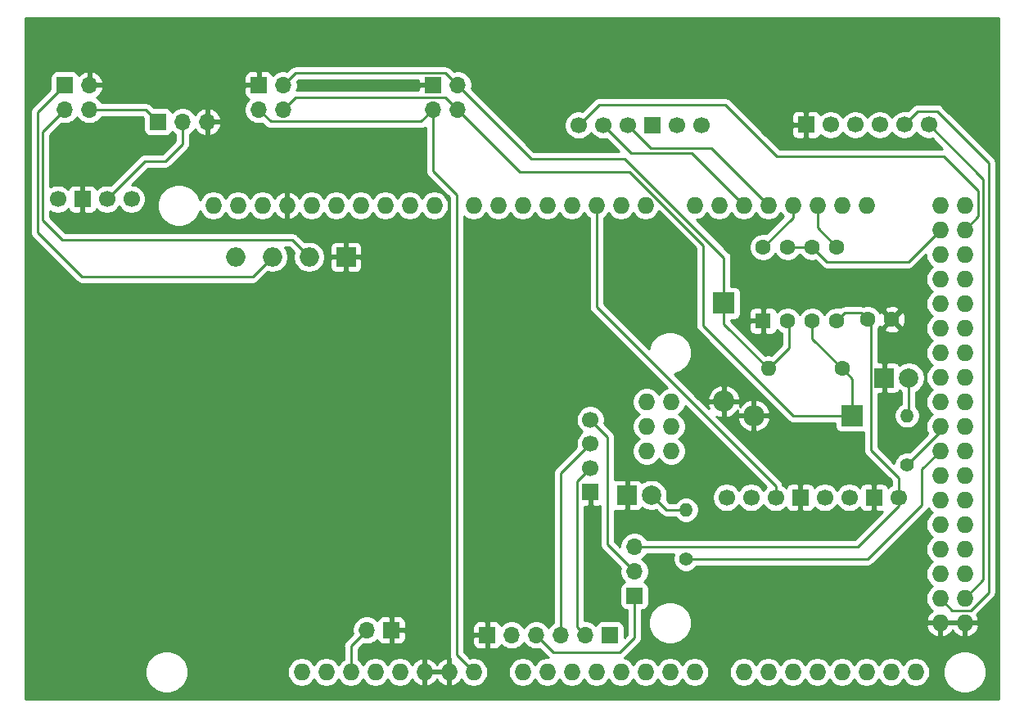
<source format=gtl>
%TF.GenerationSoftware,KiCad,Pcbnew,(5.1.8)-1*%
%TF.CreationDate,2021-02-21T20:08:29-05:00*%
%TF.ProjectId,Mega_Shield,4d656761-5f53-4686-9965-6c642e6b6963,rev?*%
%TF.SameCoordinates,Original*%
%TF.FileFunction,Copper,L1,Top*%
%TF.FilePolarity,Positive*%
%FSLAX46Y46*%
G04 Gerber Fmt 4.6, Leading zero omitted, Abs format (unit mm)*
G04 Created by KiCad (PCBNEW (5.1.8)-1) date 2021-02-21 20:08:29*
%MOMM*%
%LPD*%
G01*
G04 APERTURE LIST*
%TA.AperFunction,ComponentPad*%
%ADD10R,2.000000X2.000000*%
%TD*%
%TA.AperFunction,ComponentPad*%
%ADD11O,2.000000X2.000000*%
%TD*%
%TA.AperFunction,ComponentPad*%
%ADD12C,1.700000*%
%TD*%
%TA.AperFunction,ComponentPad*%
%ADD13R,1.700000X1.700000*%
%TD*%
%TA.AperFunction,ComponentPad*%
%ADD14C,1.600000*%
%TD*%
%TA.AperFunction,ComponentPad*%
%ADD15R,1.600000X1.600000*%
%TD*%
%TA.AperFunction,ComponentPad*%
%ADD16O,1.727200X1.727200*%
%TD*%
%TA.AperFunction,ComponentPad*%
%ADD17O,1.600000X1.600000*%
%TD*%
%TA.AperFunction,ComponentPad*%
%ADD18O,2.200000X2.200000*%
%TD*%
%TA.AperFunction,ComponentPad*%
%ADD19R,2.200000X2.200000*%
%TD*%
%TA.AperFunction,ComponentPad*%
%ADD20C,2.000000*%
%TD*%
%TA.AperFunction,ComponentPad*%
%ADD21C,1.400000*%
%TD*%
%TA.AperFunction,ComponentPad*%
%ADD22O,1.400000X1.400000*%
%TD*%
%TA.AperFunction,ComponentPad*%
%ADD23O,1.700000X1.700000*%
%TD*%
%TA.AperFunction,Conductor*%
%ADD24C,0.254000*%
%TD*%
%TA.AperFunction,Conductor*%
%ADD25C,0.100000*%
%TD*%
G04 APERTURE END LIST*
D10*
%TO.P,D3,4*%
%TO.N,GND*%
X114681000Y-43180000D03*
D11*
%TO.P,D3,3*%
%TO.N,Net-(D3-Pad3)*%
X110871000Y-43180000D03*
%TO.P,D3,2*%
%TO.N,Net-(D3-Pad2)*%
X107061000Y-43180000D03*
%TO.P,D3,1*%
%TO.N,Net-(D3-Pad1)*%
X103251000Y-43180000D03*
%TD*%
D12*
%TO.P,J7,8*%
%TO.N,VCC*%
X171831000Y-68057000D03*
D13*
%TO.P,J7,7*%
%TO.N,GND*%
X169291000Y-68057000D03*
D12*
%TO.P,J7,6*%
%TO.N,/D21*%
X166751000Y-68057000D03*
%TO.P,J7,5*%
%TO.N,/D20*%
X164211000Y-68057000D03*
D13*
%TO.P,J7,4*%
%TO.N,GND*%
X161671000Y-68057000D03*
D12*
%TO.P,J7,3*%
%TO.N,/D2*%
X159131000Y-68057000D03*
%TO.P,J7,2*%
%TO.N,Net-(J7-Pad2)*%
X156591000Y-68057000D03*
%TO.P,J7,1*%
%TO.N,Net-(J7-Pad1)*%
X154051000Y-68057000D03*
%TD*%
D13*
%TO.P,J8,4*%
%TO.N,GND*%
X139970800Y-67484000D03*
D12*
%TO.P,J8,3*%
%TO.N,/D15*%
X139970800Y-65024000D03*
%TO.P,J8,2*%
%TO.N,/D14*%
X139970800Y-62484000D03*
%TO.P,J8,1*%
%TO.N,Net-(J5-Pad2)*%
X139970800Y-60024000D03*
%TD*%
%TO.P,J2,4*%
%TO.N,/VIN*%
X84886800Y-37187900D03*
D13*
%TO.P,J2,3*%
%TO.N,GND*%
X87426800Y-37187900D03*
D12*
%TO.P,J2,2*%
%TO.N,Net-(J12-Pad2)*%
X89966800Y-37187900D03*
%TO.P,J2,1*%
%TO.N,Net-(J2-Pad1)*%
X92506800Y-37187900D03*
%TD*%
D13*
%TO.P,J9,6*%
%TO.N,GND*%
X162280600Y-29510900D03*
D12*
%TO.P,J9,5*%
%TO.N,VCC*%
X164820600Y-29510900D03*
%TO.P,J9,4*%
%TO.N,/D50*%
X167360600Y-29510900D03*
%TO.P,J9,3*%
%TO.N,/D51*%
X169900600Y-29510900D03*
%TO.P,J9,2*%
%TO.N,/D52*%
X172440600Y-29510900D03*
%TO.P,J9,1*%
%TO.N,/D53*%
X174980600Y-29510900D03*
%TD*%
%TO.P,J6,6*%
%TO.N,Net-(J6-Pad6)*%
X151460200Y-29537900D03*
%TO.P,J6,5*%
%TO.N,VCC*%
X148920200Y-29537900D03*
D13*
%TO.P,J6,4*%
%TO.N,GND*%
X146380200Y-29537900D03*
D12*
%TO.P,J6,3*%
%TO.N,/D17*%
X143840200Y-29537900D03*
%TO.P,J6,2*%
%TO.N,/D16*%
X141300200Y-29537900D03*
%TO.P,J6,1*%
%TO.N,/D23*%
X138760200Y-29537900D03*
%TD*%
D14*
%TO.P,U1,4*%
%TO.N,/D18*%
X157835600Y-42164000D03*
D15*
%TO.P,U1,5*%
%TO.N,GND*%
X157835600Y-49784000D03*
D14*
%TO.P,U1,3*%
%TO.N,/D22*%
X160375600Y-42164000D03*
%TO.P,U1,6*%
%TO.N,Net-(D2-Pad1)*%
X160375600Y-49784000D03*
%TO.P,U1,2*%
%TO.N,/D22*%
X162915600Y-42164000D03*
%TO.P,U1,7*%
%TO.N,Net-(D1-Pad1)*%
X162915600Y-49784000D03*
%TO.P,U1,1*%
%TO.N,/D19*%
X165455600Y-42164000D03*
%TO.P,U1,8*%
%TO.N,VCC*%
X165455600Y-49784000D03*
%TD*%
D16*
%TO.P,XA1,MISO*%
%TO.N,Net-(XA1-PadMISO)*%
X145796000Y-58166000D03*
%TO.P,XA1,GND6*%
%TO.N,GND*%
X178689000Y-81026000D03*
%TO.P,XA1,GND5*%
X176149000Y-81026000D03*
%TO.P,XA1,D53*%
%TO.N,/D53*%
X178689000Y-78486000D03*
%TO.P,XA1,D52*%
%TO.N,/D52*%
X176149000Y-78486000D03*
%TO.P,XA1,D51*%
%TO.N,/D51*%
X178689000Y-75946000D03*
%TO.P,XA1,D50*%
%TO.N,/D50*%
X176149000Y-75946000D03*
%TO.P,XA1,D49*%
%TO.N,/D49*%
X178689000Y-73406000D03*
%TO.P,XA1,D48*%
%TO.N,/D48*%
X176149000Y-73406000D03*
%TO.P,XA1,D47*%
%TO.N,/D47*%
X178689000Y-70866000D03*
%TO.P,XA1,D46*%
%TO.N,/D46*%
X176149000Y-70866000D03*
%TO.P,XA1,D45*%
%TO.N,/D45*%
X178689000Y-68326000D03*
%TO.P,XA1,D44*%
%TO.N,/D44*%
X176149000Y-68326000D03*
%TO.P,XA1,D43*%
%TO.N,/D43*%
X178689000Y-65786000D03*
%TO.P,XA1,D42*%
%TO.N,/D42*%
X176149000Y-65786000D03*
%TO.P,XA1,D41*%
%TO.N,/D41*%
X178689000Y-63246000D03*
%TO.P,XA1,D40*%
%TO.N,/D40*%
X176149000Y-63246000D03*
%TO.P,XA1,D39*%
%TO.N,/D39*%
X178689000Y-60706000D03*
%TO.P,XA1,D38*%
%TO.N,/D38*%
X176149000Y-60706000D03*
%TO.P,XA1,D37*%
%TO.N,/D37*%
X178689000Y-58166000D03*
%TO.P,XA1,D36*%
%TO.N,/D36*%
X176149000Y-58166000D03*
%TO.P,XA1,D35*%
%TO.N,/D35*%
X178689000Y-55626000D03*
%TO.P,XA1,D34*%
%TO.N,/D34*%
X176149000Y-55626000D03*
%TO.P,XA1,D33*%
%TO.N,/D33*%
X178689000Y-53086000D03*
%TO.P,XA1,D32*%
%TO.N,/D32*%
X176149000Y-53086000D03*
%TO.P,XA1,D31*%
%TO.N,/D31*%
X178689000Y-50546000D03*
%TO.P,XA1,D30*%
%TO.N,/D30*%
X176149000Y-50546000D03*
%TO.P,XA1,D29*%
%TO.N,/D29*%
X178689000Y-48006000D03*
%TO.P,XA1,D28*%
%TO.N,/D28*%
X176149000Y-48006000D03*
%TO.P,XA1,D27*%
%TO.N,/D27*%
X178689000Y-45466000D03*
%TO.P,XA1,D26*%
%TO.N,/D26*%
X176149000Y-45466000D03*
%TO.P,XA1,D25*%
%TO.N,/D25*%
X178689000Y-42926000D03*
%TO.P,XA1,D24*%
%TO.N,/D24*%
X176149000Y-42926000D03*
%TO.P,XA1,D23*%
%TO.N,/D23*%
X178689000Y-40386000D03*
%TO.P,XA1,D22*%
%TO.N,/D22*%
X176149000Y-40386000D03*
%TO.P,XA1,5V4*%
%TO.N,VCC*%
X178689000Y-37846000D03*
%TO.P,XA1,5V3*%
X176149000Y-37846000D03*
%TO.P,XA1,A15*%
%TO.N,/A15*%
X173609000Y-86106000D03*
%TO.P,XA1,A14*%
%TO.N,/A14*%
X171069000Y-86106000D03*
%TO.P,XA1,A13*%
%TO.N,/A13*%
X168529000Y-86106000D03*
%TO.P,XA1,A12*%
%TO.N,/A12*%
X165989000Y-86106000D03*
%TO.P,XA1,A11*%
%TO.N,/A11*%
X163449000Y-86106000D03*
%TO.P,XA1,A10*%
%TO.N,/A10*%
X160909000Y-86106000D03*
%TO.P,XA1,A9*%
%TO.N,/A9*%
X158369000Y-86106000D03*
%TO.P,XA1,A8*%
%TO.N,/A8*%
X155829000Y-86106000D03*
%TO.P,XA1,A7*%
%TO.N,Net-(XA1-PadA7)*%
X150749000Y-86106000D03*
%TO.P,XA1,A6*%
%TO.N,/A6*%
X148209000Y-86106000D03*
%TO.P,XA1,A5*%
%TO.N,/A5*%
X145669000Y-86106000D03*
%TO.P,XA1,A4*%
%TO.N,/A4*%
X143129000Y-86106000D03*
%TO.P,XA1,A3*%
%TO.N,/A3*%
X140589000Y-86106000D03*
%TO.P,XA1,A2*%
%TO.N,/A2*%
X138049000Y-86106000D03*
%TO.P,XA1,A1*%
%TO.N,/A1*%
X135509000Y-86106000D03*
%TO.P,XA1,*%
%TO.N,*%
X110109000Y-86106000D03*
%TO.P,XA1,D11*%
%TO.N,/D11*%
X116205000Y-37846000D03*
%TO.P,XA1,D12*%
%TO.N,/D12*%
X113665000Y-37846000D03*
%TO.P,XA1,D13*%
%TO.N,/D13*%
X111125000Y-37846000D03*
%TO.P,XA1,AREF*%
%TO.N,/AREF*%
X106045000Y-37846000D03*
%TO.P,XA1,SDA*%
%TO.N,SDA*%
X103505000Y-37846000D03*
%TO.P,XA1,SCL*%
%TO.N,SCL*%
X100965000Y-37846000D03*
%TO.P,XA1,D10*%
%TO.N,/D10*%
X118745000Y-37846000D03*
%TO.P,XA1,D9*%
%TO.N,/D9*%
X121285000Y-37846000D03*
%TO.P,XA1,D8*%
%TO.N,/D8*%
X123825000Y-37846000D03*
%TO.P,XA1,GND1*%
%TO.N,GND*%
X108585000Y-37846000D03*
%TO.P,XA1,D7*%
%TO.N,/D7*%
X127889000Y-37846000D03*
%TO.P,XA1,D6*%
%TO.N,/D6*%
X130429000Y-37846000D03*
%TO.P,XA1,D5*%
%TO.N,/D5*%
X132969000Y-37846000D03*
%TO.P,XA1,D4*%
%TO.N,/D4*%
X135509000Y-37846000D03*
%TO.P,XA1,D3*%
%TO.N,/D3*%
X138049000Y-37846000D03*
%TO.P,XA1,D2*%
%TO.N,/D2*%
X140589000Y-37846000D03*
%TO.P,XA1,D1*%
%TO.N,/D1*%
X143129000Y-37846000D03*
%TO.P,XA1,D0*%
%TO.N,/D0*%
X145669000Y-37846000D03*
%TO.P,XA1,D14*%
%TO.N,/D14*%
X150749000Y-37846000D03*
%TO.P,XA1,D15*%
%TO.N,/D15*%
X153289000Y-37846000D03*
%TO.P,XA1,D16*%
%TO.N,/D16*%
X155829000Y-37846000D03*
%TO.P,XA1,D17*%
%TO.N,/D17*%
X158369000Y-37846000D03*
%TO.P,XA1,D18*%
%TO.N,/D18*%
X160909000Y-37846000D03*
%TO.P,XA1,D19*%
%TO.N,/D19*%
X163449000Y-37846000D03*
%TO.P,XA1,D20*%
%TO.N,/D20*%
X165989000Y-37846000D03*
%TO.P,XA1,D21*%
%TO.N,/D21*%
X168529000Y-37846000D03*
%TO.P,XA1,IORF*%
%TO.N,/IOREF*%
X112649000Y-86106000D03*
%TO.P,XA1,RST1*%
%TO.N,/RESET*%
X115189000Y-86106000D03*
%TO.P,XA1,3V3*%
%TO.N,VDD*%
X117729000Y-86106000D03*
%TO.P,XA1,5V1*%
%TO.N,VCC*%
X120269000Y-86106000D03*
%TO.P,XA1,GND2*%
%TO.N,GND*%
X122809000Y-86106000D03*
%TO.P,XA1,GND3*%
X125349000Y-86106000D03*
%TO.P,XA1,VIN*%
%TO.N,/VIN*%
X127889000Y-86106000D03*
%TO.P,XA1,A0*%
%TO.N,/A0*%
X132969000Y-86106000D03*
%TO.P,XA1,5V2*%
%TO.N,Net-(XA1-Pad5V2)*%
X148336000Y-58166000D03*
%TO.P,XA1,SCK*%
%TO.N,Net-(XA1-PadSCK)*%
X145796000Y-60706000D03*
%TO.P,XA1,MOSI*%
%TO.N,Net-(XA1-PadMOSI)*%
X148336000Y-60706000D03*
%TO.P,XA1,GND4*%
%TO.N,Net-(XA1-PadGND4)*%
X148336000Y-63246000D03*
%TO.P,XA1,RST2*%
%TO.N,Net-(XA1-PadRST2)*%
X145796000Y-63246000D03*
%TD*%
D14*
%TO.P,C1,2*%
%TO.N,VCC*%
X168645200Y-49631600D03*
%TO.P,C1,1*%
%TO.N,GND*%
X171145200Y-49631600D03*
%TD*%
D17*
%TO.P,R1,2*%
%TO.N,Net-(D2-Pad1)*%
X158369000Y-54737000D03*
D14*
%TO.P,R1,1*%
%TO.N,Net-(D1-Pad1)*%
X165989000Y-54737000D03*
%TD*%
D18*
%TO.P,D1,2*%
%TO.N,GND*%
X156870400Y-59588400D03*
D19*
%TO.P,D1,1*%
%TO.N,Net-(D1-Pad1)*%
X167030400Y-59588400D03*
%TD*%
D18*
%TO.P,D2,2*%
%TO.N,GND*%
X153771600Y-58115200D03*
D19*
%TO.P,D2,1*%
%TO.N,Net-(D2-Pad1)*%
X153771600Y-47955200D03*
%TD*%
D20*
%TO.P,D4,2*%
%TO.N,Net-(D4-Pad2)*%
X172923200Y-55676800D03*
D10*
%TO.P,D4,1*%
%TO.N,GND*%
X170383200Y-55676800D03*
%TD*%
D21*
%TO.P,R2,1*%
%TO.N,/D38*%
X172720000Y-64668400D03*
D22*
%TO.P,R2,2*%
%TO.N,Net-(D4-Pad2)*%
X172720000Y-59588400D03*
%TD*%
D20*
%TO.P,D5,2*%
%TO.N,Net-(D5-Pad2)*%
X146304000Y-67818000D03*
D10*
%TO.P,D5,1*%
%TO.N,GND*%
X143764000Y-67818000D03*
%TD*%
D13*
%TO.P,J5,1*%
%TO.N,Net-(J10-Pad4)*%
X144526000Y-78232000D03*
D23*
%TO.P,J5,2*%
%TO.N,Net-(J5-Pad2)*%
X144526000Y-75692000D03*
%TO.P,J5,3*%
%TO.N,VCC*%
X144526000Y-73152000D03*
%TD*%
D13*
%TO.P,J10,1*%
%TO.N,Net-(J10-Pad1)*%
X141986000Y-82296000D03*
D23*
%TO.P,J10,2*%
%TO.N,/D15*%
X139446000Y-82296000D03*
%TO.P,J10,3*%
%TO.N,/D14*%
X136906000Y-82296000D03*
%TO.P,J10,4*%
%TO.N,Net-(J10-Pad4)*%
X134366000Y-82296000D03*
%TO.P,J10,5*%
%TO.N,Net-(J10-Pad5)*%
X131826000Y-82296000D03*
D13*
%TO.P,J10,6*%
%TO.N,GND*%
X129286000Y-82296000D03*
%TD*%
D21*
%TO.P,R3,1*%
%TO.N,/D40*%
X149860000Y-74422000D03*
D22*
%TO.P,R3,2*%
%TO.N,Net-(D5-Pad2)*%
X149860000Y-69342000D03*
%TD*%
D13*
%TO.P,J3,1*%
%TO.N,Net-(D3-Pad2)*%
X85598000Y-25400000D03*
D23*
%TO.P,J3,2*%
%TO.N,Net-(D3-Pad3)*%
X85598000Y-27940000D03*
%TO.P,J3,3*%
%TO.N,GND*%
X88138000Y-25400000D03*
%TO.P,J3,4*%
%TO.N,Net-(D3-Pad1)*%
X88138000Y-27940000D03*
%TD*%
D13*
%TO.P,J4,1*%
%TO.N,GND*%
X105664000Y-25400000D03*
D23*
%TO.P,J4,2*%
%TO.N,/VIN*%
X105664000Y-27940000D03*
%TO.P,J4,3*%
%TO.N,Net-(D2-Pad1)*%
X108204000Y-25400000D03*
%TO.P,J4,4*%
%TO.N,Net-(D1-Pad1)*%
X108204000Y-27940000D03*
%TD*%
D13*
%TO.P,J1,1*%
%TO.N,GND*%
X123698000Y-25400000D03*
D23*
%TO.P,J1,2*%
%TO.N,/VIN*%
X123698000Y-27940000D03*
%TO.P,J1,3*%
%TO.N,Net-(D2-Pad1)*%
X126238000Y-25400000D03*
%TO.P,J1,4*%
%TO.N,Net-(D1-Pad1)*%
X126238000Y-27940000D03*
%TD*%
D13*
%TO.P,J12,1*%
%TO.N,Net-(D3-Pad1)*%
X95250000Y-29210000D03*
D23*
%TO.P,J12,2*%
%TO.N,Net-(J12-Pad2)*%
X97790000Y-29210000D03*
%TO.P,J12,3*%
%TO.N,GND*%
X100330000Y-29210000D03*
%TD*%
D13*
%TO.P,J11,1*%
%TO.N,GND*%
X119380000Y-81788000D03*
D23*
%TO.P,J11,2*%
%TO.N,/RESET*%
X116840000Y-81788000D03*
%TD*%
D24*
%TO.N,VCC*%
X165455600Y-49784000D02*
X166255601Y-48983999D01*
X167997599Y-48983999D02*
X168645200Y-49631600D01*
X166255601Y-48983999D02*
X167997599Y-48983999D01*
X169002199Y-49988599D02*
X168645200Y-49631600D01*
X169002199Y-63185799D02*
X169002199Y-49988599D01*
X171831000Y-66014600D02*
X169002199Y-63185799D01*
X171831000Y-68057000D02*
X171831000Y-66014600D01*
X167640000Y-73152000D02*
X144526000Y-73152000D01*
X171831000Y-68961000D02*
X167640000Y-73152000D01*
X171831000Y-68057000D02*
X171831000Y-68961000D01*
%TO.N,Net-(D1-Pad1)*%
X167030400Y-55778400D02*
X165989000Y-54737000D01*
X167030400Y-59588400D02*
X167030400Y-55778400D01*
X109435001Y-26708999D02*
X108204000Y-27940000D01*
X125006999Y-26708999D02*
X109435001Y-26708999D01*
X126238000Y-27940000D02*
X125006999Y-26708999D01*
X132689600Y-34391600D02*
X126238000Y-27940000D01*
X144056610Y-34391600D02*
X132689600Y-34391600D01*
X151630199Y-50284199D02*
X151630199Y-41965189D01*
X160934400Y-59588400D02*
X151630199Y-50284199D01*
X151630199Y-41965189D02*
X144056610Y-34391600D01*
X167030400Y-59588400D02*
X160934400Y-59588400D01*
X163068000Y-49936400D02*
X162915600Y-49784000D01*
X162915600Y-51663600D02*
X165989000Y-54737000D01*
X162915600Y-49784000D02*
X162915600Y-51663600D01*
%TO.N,Net-(D2-Pad1)*%
X153771600Y-50139600D02*
X158369000Y-54737000D01*
X153771600Y-47955200D02*
X153771600Y-50139600D01*
X153771600Y-47955200D02*
X153771600Y-43230800D01*
X133832600Y-32994600D02*
X143535400Y-32994600D01*
X126238000Y-25400000D02*
X133832600Y-32994600D01*
X153771600Y-43230800D02*
X143535400Y-32994600D01*
X109435001Y-24168999D02*
X108204000Y-25400000D01*
X125006999Y-24168999D02*
X109435001Y-24168999D01*
X126238000Y-25400000D02*
X125006999Y-24168999D01*
X160528000Y-49936400D02*
X160375600Y-49784000D01*
X160528000Y-52578000D02*
X160528000Y-49936400D01*
X158369000Y-54737000D02*
X160528000Y-52578000D01*
%TO.N,/VIN*%
X126127367Y-84344367D02*
X126127367Y-36719367D01*
X127889000Y-86106000D02*
X126127367Y-84344367D01*
X122466999Y-29171001D02*
X123698000Y-27940000D01*
X106895001Y-29171001D02*
X122466999Y-29171001D01*
X105664000Y-27940000D02*
X106895001Y-29171001D01*
X123698000Y-34290000D02*
X125984000Y-36576000D01*
X123698000Y-27940000D02*
X123698000Y-34290000D01*
X126127367Y-36719367D02*
X125984000Y-36576000D01*
%TO.N,Net-(D3-Pad2)*%
X105029000Y-45212000D02*
X107061000Y-43180000D01*
X82804000Y-40640000D02*
X87376000Y-45212000D01*
X82804000Y-28194000D02*
X82804000Y-40640000D01*
X87376000Y-45212000D02*
X105029000Y-45212000D01*
X85598000Y-25400000D02*
X82804000Y-28194000D01*
%TO.N,/D17*%
X152476200Y-31953200D02*
X158369000Y-37846000D01*
X146255500Y-31953200D02*
X152476200Y-31953200D01*
X143840200Y-29537900D02*
X146255500Y-31953200D01*
%TO.N,/D16*%
X141300200Y-29537900D02*
X144223500Y-32461200D01*
X150444200Y-32461200D02*
X155829000Y-37846000D01*
X144223500Y-32461200D02*
X150444200Y-32461200D01*
%TO.N,/D2*%
X140589000Y-48312919D02*
X140589000Y-37846000D01*
X159131000Y-66854919D02*
X140589000Y-48312919D01*
X159131000Y-68057000D02*
X159131000Y-66854919D01*
%TO.N,/D15*%
X138596001Y-66398799D02*
X139970800Y-65024000D01*
X138596001Y-81446001D02*
X138596001Y-66398799D01*
X139446000Y-82296000D02*
X138596001Y-81446001D01*
%TO.N,/D14*%
X136906000Y-65548800D02*
X139970800Y-62484000D01*
X136906000Y-82296000D02*
X136906000Y-65548800D01*
%TO.N,/D53*%
X178689000Y-78486000D02*
X180594011Y-76580989D01*
X180594011Y-76580989D02*
X180594011Y-35124311D01*
X180594011Y-35124311D02*
X174980600Y-29510900D01*
%TO.N,/D52*%
X173859100Y-28092400D02*
X172440600Y-29510900D01*
X175818800Y-28092400D02*
X173859100Y-28092400D01*
X181152800Y-33426400D02*
X175818800Y-28092400D01*
X181152800Y-77864210D02*
X181152800Y-33426400D01*
X179286409Y-79730601D02*
X181152800Y-77864210D01*
X177393601Y-79730601D02*
X179286409Y-79730601D01*
X176149000Y-78486000D02*
X177393601Y-79730601D01*
%TO.N,/D19*%
X163449000Y-40157400D02*
X165455600Y-42164000D01*
X163449000Y-37846000D02*
X163449000Y-40157400D01*
%TO.N,/D18*%
X160909000Y-39090600D02*
X157835600Y-42164000D01*
X160909000Y-37846000D02*
X160909000Y-39090600D01*
%TO.N,/D22*%
X160375600Y-42164000D02*
X162915600Y-42164000D01*
X172847000Y-43688000D02*
X176149000Y-40386000D01*
X164439600Y-43688000D02*
X172847000Y-43688000D01*
X162915600Y-42164000D02*
X164439600Y-43688000D01*
%TO.N,/D23*%
X140866100Y-27432000D02*
X138760200Y-29537900D01*
X176530000Y-32766000D02*
X159258000Y-32766000D01*
X180086000Y-36322000D02*
X176530000Y-32766000D01*
X159258000Y-32766000D02*
X153924000Y-27432000D01*
X180086000Y-38989000D02*
X180086000Y-36322000D01*
X153924000Y-27432000D02*
X140866100Y-27432000D01*
X178689000Y-40386000D02*
X180086000Y-38989000D01*
%TO.N,/D38*%
X176149000Y-61239400D02*
X176149000Y-60706000D01*
X172720000Y-64668400D02*
X176149000Y-61239400D01*
%TO.N,/D40*%
X168656000Y-74422000D02*
X149860000Y-74422000D01*
X174244000Y-68834000D02*
X168656000Y-74422000D01*
X174244000Y-65151000D02*
X174244000Y-68834000D01*
X176149000Y-63246000D02*
X174244000Y-65151000D01*
%TO.N,/RESET*%
X115189000Y-83439000D02*
X116840000Y-81788000D01*
X115189000Y-86106000D02*
X115189000Y-83439000D01*
%TO.N,Net-(D4-Pad2)*%
X172923200Y-59385200D02*
X172720000Y-59588400D01*
X172923200Y-55676800D02*
X172923200Y-59385200D01*
%TO.N,Net-(D3-Pad1)*%
X93980000Y-27940000D02*
X95250000Y-29210000D01*
X88138000Y-27940000D02*
X93980000Y-27940000D01*
%TO.N,Net-(D3-Pad3)*%
X85598000Y-27940000D02*
X83312011Y-30225989D01*
X83312011Y-30225989D02*
X83312011Y-39370011D01*
X83312011Y-39370011D02*
X85344000Y-41402000D01*
X85344000Y-41402000D02*
X109093000Y-41402000D01*
X109093000Y-41402000D02*
X110871000Y-43180000D01*
%TO.N,Net-(D5-Pad2)*%
X147828000Y-69342000D02*
X146304000Y-67818000D01*
X149860000Y-69342000D02*
X147828000Y-69342000D01*
%TO.N,Net-(J10-Pad4)*%
X136144000Y-84074000D02*
X134366000Y-82296000D01*
X143002000Y-84074000D02*
X136144000Y-84074000D01*
X144526000Y-82550000D02*
X143002000Y-84074000D01*
X144526000Y-78232000D02*
X144526000Y-82550000D01*
%TO.N,Net-(J5-Pad2)*%
X141732000Y-72898000D02*
X144526000Y-75692000D01*
X141732000Y-61785200D02*
X141732000Y-72898000D01*
X139970800Y-60024000D02*
X141732000Y-61785200D01*
%TO.N,Net-(J12-Pad2)*%
X97790000Y-29210000D02*
X97790000Y-31496000D01*
X97790000Y-31496000D02*
X96012000Y-33274000D01*
X93880700Y-33274000D02*
X89966800Y-37187900D01*
X96012000Y-33274000D02*
X93880700Y-33274000D01*
%TD*%
%TO.N,GND*%
X182220000Y-88875000D02*
X81559000Y-88875000D01*
X81559000Y-85885872D01*
X93904000Y-85885872D01*
X93904000Y-86326128D01*
X93989890Y-86757925D01*
X94158369Y-87164669D01*
X94402962Y-87530729D01*
X94714271Y-87842038D01*
X95080331Y-88086631D01*
X95487075Y-88255110D01*
X95918872Y-88341000D01*
X96359128Y-88341000D01*
X96790925Y-88255110D01*
X97197669Y-88086631D01*
X97563729Y-87842038D01*
X97875038Y-87530729D01*
X98119631Y-87164669D01*
X98288110Y-86757925D01*
X98374000Y-86326128D01*
X98374000Y-85958401D01*
X108610400Y-85958401D01*
X108610400Y-86253599D01*
X108667990Y-86543125D01*
X108780958Y-86815853D01*
X108944961Y-87061302D01*
X109153698Y-87270039D01*
X109399147Y-87434042D01*
X109671875Y-87547010D01*
X109961401Y-87604600D01*
X110256599Y-87604600D01*
X110546125Y-87547010D01*
X110818853Y-87434042D01*
X111064302Y-87270039D01*
X111273039Y-87061302D01*
X111379000Y-86902719D01*
X111484961Y-87061302D01*
X111693698Y-87270039D01*
X111939147Y-87434042D01*
X112211875Y-87547010D01*
X112501401Y-87604600D01*
X112796599Y-87604600D01*
X113086125Y-87547010D01*
X113358853Y-87434042D01*
X113604302Y-87270039D01*
X113813039Y-87061302D01*
X113919000Y-86902719D01*
X114024961Y-87061302D01*
X114233698Y-87270039D01*
X114479147Y-87434042D01*
X114751875Y-87547010D01*
X115041401Y-87604600D01*
X115336599Y-87604600D01*
X115626125Y-87547010D01*
X115898853Y-87434042D01*
X116144302Y-87270039D01*
X116353039Y-87061302D01*
X116459000Y-86902719D01*
X116564961Y-87061302D01*
X116773698Y-87270039D01*
X117019147Y-87434042D01*
X117291875Y-87547010D01*
X117581401Y-87604600D01*
X117876599Y-87604600D01*
X118166125Y-87547010D01*
X118438853Y-87434042D01*
X118684302Y-87270039D01*
X118893039Y-87061302D01*
X118999000Y-86902719D01*
X119104961Y-87061302D01*
X119313698Y-87270039D01*
X119559147Y-87434042D01*
X119831875Y-87547010D01*
X120121401Y-87604600D01*
X120416599Y-87604600D01*
X120706125Y-87547010D01*
X120978853Y-87434042D01*
X121224302Y-87270039D01*
X121433039Y-87061302D01*
X121540692Y-86900187D01*
X121702146Y-87116293D01*
X121920512Y-87312817D01*
X122173022Y-87462964D01*
X122449973Y-87560963D01*
X122682000Y-87440464D01*
X122682000Y-86233000D01*
X122936000Y-86233000D01*
X122936000Y-87440464D01*
X123168027Y-87560963D01*
X123444978Y-87462964D01*
X123697488Y-87312817D01*
X123915854Y-87116293D01*
X124079000Y-86897922D01*
X124242146Y-87116293D01*
X124460512Y-87312817D01*
X124713022Y-87462964D01*
X124989973Y-87560963D01*
X125222000Y-87440464D01*
X125222000Y-86233000D01*
X122936000Y-86233000D01*
X122682000Y-86233000D01*
X122662000Y-86233000D01*
X122662000Y-85979000D01*
X122682000Y-85979000D01*
X122682000Y-84771536D01*
X122936000Y-84771536D01*
X122936000Y-85979000D01*
X125222000Y-85979000D01*
X125222000Y-84771536D01*
X124989973Y-84651037D01*
X124713022Y-84749036D01*
X124460512Y-84899183D01*
X124242146Y-85095707D01*
X124079000Y-85314078D01*
X123915854Y-85095707D01*
X123697488Y-84899183D01*
X123444978Y-84749036D01*
X123168027Y-84651037D01*
X122936000Y-84771536D01*
X122682000Y-84771536D01*
X122449973Y-84651037D01*
X122173022Y-84749036D01*
X121920512Y-84899183D01*
X121702146Y-85095707D01*
X121540692Y-85311813D01*
X121433039Y-85150698D01*
X121224302Y-84941961D01*
X120978853Y-84777958D01*
X120706125Y-84664990D01*
X120416599Y-84607400D01*
X120121401Y-84607400D01*
X119831875Y-84664990D01*
X119559147Y-84777958D01*
X119313698Y-84941961D01*
X119104961Y-85150698D01*
X118999000Y-85309281D01*
X118893039Y-85150698D01*
X118684302Y-84941961D01*
X118438853Y-84777958D01*
X118166125Y-84664990D01*
X117876599Y-84607400D01*
X117581401Y-84607400D01*
X117291875Y-84664990D01*
X117019147Y-84777958D01*
X116773698Y-84941961D01*
X116564961Y-85150698D01*
X116459000Y-85309281D01*
X116353039Y-85150698D01*
X116144302Y-84941961D01*
X115951000Y-84812801D01*
X115951000Y-83754630D01*
X116475951Y-83229679D01*
X116693740Y-83273000D01*
X116986260Y-83273000D01*
X117273158Y-83215932D01*
X117543411Y-83103990D01*
X117786632Y-82941475D01*
X117918487Y-82809620D01*
X117940498Y-82882180D01*
X117999463Y-82992494D01*
X118078815Y-83089185D01*
X118175506Y-83168537D01*
X118285820Y-83227502D01*
X118405518Y-83263812D01*
X118530000Y-83276072D01*
X119094250Y-83273000D01*
X119253000Y-83114250D01*
X119253000Y-81915000D01*
X119507000Y-81915000D01*
X119507000Y-83114250D01*
X119665750Y-83273000D01*
X120230000Y-83276072D01*
X120354482Y-83263812D01*
X120474180Y-83227502D01*
X120584494Y-83168537D01*
X120681185Y-83089185D01*
X120760537Y-82992494D01*
X120819502Y-82882180D01*
X120855812Y-82762482D01*
X120868072Y-82638000D01*
X120865000Y-82073750D01*
X120706250Y-81915000D01*
X119507000Y-81915000D01*
X119253000Y-81915000D01*
X119233000Y-81915000D01*
X119233000Y-81661000D01*
X119253000Y-81661000D01*
X119253000Y-80461750D01*
X119507000Y-80461750D01*
X119507000Y-81661000D01*
X120706250Y-81661000D01*
X120865000Y-81502250D01*
X120868072Y-80938000D01*
X120855812Y-80813518D01*
X120819502Y-80693820D01*
X120760537Y-80583506D01*
X120681185Y-80486815D01*
X120584494Y-80407463D01*
X120474180Y-80348498D01*
X120354482Y-80312188D01*
X120230000Y-80299928D01*
X119665750Y-80303000D01*
X119507000Y-80461750D01*
X119253000Y-80461750D01*
X119094250Y-80303000D01*
X118530000Y-80299928D01*
X118405518Y-80312188D01*
X118285820Y-80348498D01*
X118175506Y-80407463D01*
X118078815Y-80486815D01*
X117999463Y-80583506D01*
X117940498Y-80693820D01*
X117918487Y-80766380D01*
X117786632Y-80634525D01*
X117543411Y-80472010D01*
X117273158Y-80360068D01*
X116986260Y-80303000D01*
X116693740Y-80303000D01*
X116406842Y-80360068D01*
X116136589Y-80472010D01*
X115893368Y-80634525D01*
X115686525Y-80841368D01*
X115524010Y-81084589D01*
X115412068Y-81354842D01*
X115355000Y-81641740D01*
X115355000Y-81934260D01*
X115398321Y-82152049D01*
X114676649Y-82873721D01*
X114647579Y-82897578D01*
X114623722Y-82926648D01*
X114623721Y-82926649D01*
X114552355Y-83013608D01*
X114481599Y-83145985D01*
X114438027Y-83289622D01*
X114423314Y-83439000D01*
X114427001Y-83476433D01*
X114427000Y-84812801D01*
X114233698Y-84941961D01*
X114024961Y-85150698D01*
X113919000Y-85309281D01*
X113813039Y-85150698D01*
X113604302Y-84941961D01*
X113358853Y-84777958D01*
X113086125Y-84664990D01*
X112796599Y-84607400D01*
X112501401Y-84607400D01*
X112211875Y-84664990D01*
X111939147Y-84777958D01*
X111693698Y-84941961D01*
X111484961Y-85150698D01*
X111379000Y-85309281D01*
X111273039Y-85150698D01*
X111064302Y-84941961D01*
X110818853Y-84777958D01*
X110546125Y-84664990D01*
X110256599Y-84607400D01*
X109961401Y-84607400D01*
X109671875Y-84664990D01*
X109399147Y-84777958D01*
X109153698Y-84941961D01*
X108944961Y-85150698D01*
X108780958Y-85396147D01*
X108667990Y-85668875D01*
X108610400Y-85958401D01*
X98374000Y-85958401D01*
X98374000Y-85885872D01*
X98288110Y-85454075D01*
X98119631Y-85047331D01*
X97875038Y-84681271D01*
X97563729Y-84369962D01*
X97197669Y-84125369D01*
X96790925Y-83956890D01*
X96359128Y-83871000D01*
X95918872Y-83871000D01*
X95487075Y-83956890D01*
X95080331Y-84125369D01*
X94714271Y-84369962D01*
X94402962Y-84681271D01*
X94158369Y-85047331D01*
X93989890Y-85454075D01*
X93904000Y-85885872D01*
X81559000Y-85885872D01*
X81559000Y-28194000D01*
X82038314Y-28194000D01*
X82042000Y-28231423D01*
X82042001Y-40602567D01*
X82038314Y-40640000D01*
X82053027Y-40789378D01*
X82096599Y-40933015D01*
X82167355Y-41065392D01*
X82238175Y-41151686D01*
X82262579Y-41181422D01*
X82291649Y-41205279D01*
X86810721Y-45724352D01*
X86834578Y-45753422D01*
X86950608Y-45848645D01*
X87082985Y-45919402D01*
X87226622Y-45962974D01*
X87338574Y-45974000D01*
X87338576Y-45974000D01*
X87375999Y-45977686D01*
X87413422Y-45974000D01*
X104991577Y-45974000D01*
X105029000Y-45977686D01*
X105066423Y-45974000D01*
X105066426Y-45974000D01*
X105178378Y-45962974D01*
X105322015Y-45919402D01*
X105454392Y-45848645D01*
X105570422Y-45753422D01*
X105594284Y-45724346D01*
X106571625Y-44747006D01*
X106584088Y-44752168D01*
X106899967Y-44815000D01*
X107222033Y-44815000D01*
X107537912Y-44752168D01*
X107835463Y-44628918D01*
X108103252Y-44449987D01*
X108330987Y-44222252D01*
X108509918Y-43954463D01*
X108633168Y-43656912D01*
X108696000Y-43341033D01*
X108696000Y-43018967D01*
X108633168Y-42703088D01*
X108509918Y-42405537D01*
X108348528Y-42164000D01*
X108777370Y-42164000D01*
X109303995Y-42690625D01*
X109298832Y-42703088D01*
X109236000Y-43018967D01*
X109236000Y-43341033D01*
X109298832Y-43656912D01*
X109422082Y-43954463D01*
X109601013Y-44222252D01*
X109828748Y-44449987D01*
X110096537Y-44628918D01*
X110394088Y-44752168D01*
X110709967Y-44815000D01*
X111032033Y-44815000D01*
X111347912Y-44752168D01*
X111645463Y-44628918D01*
X111913252Y-44449987D01*
X112140987Y-44222252D01*
X112169218Y-44180000D01*
X113042928Y-44180000D01*
X113055188Y-44304482D01*
X113091498Y-44424180D01*
X113150463Y-44534494D01*
X113229815Y-44631185D01*
X113326506Y-44710537D01*
X113436820Y-44769502D01*
X113556518Y-44805812D01*
X113681000Y-44818072D01*
X114395250Y-44815000D01*
X114554000Y-44656250D01*
X114554000Y-43307000D01*
X114808000Y-43307000D01*
X114808000Y-44656250D01*
X114966750Y-44815000D01*
X115681000Y-44818072D01*
X115805482Y-44805812D01*
X115925180Y-44769502D01*
X116035494Y-44710537D01*
X116132185Y-44631185D01*
X116211537Y-44534494D01*
X116270502Y-44424180D01*
X116306812Y-44304482D01*
X116319072Y-44180000D01*
X116316000Y-43465750D01*
X116157250Y-43307000D01*
X114808000Y-43307000D01*
X114554000Y-43307000D01*
X113204750Y-43307000D01*
X113046000Y-43465750D01*
X113042928Y-44180000D01*
X112169218Y-44180000D01*
X112319918Y-43954463D01*
X112443168Y-43656912D01*
X112506000Y-43341033D01*
X112506000Y-43018967D01*
X112443168Y-42703088D01*
X112319918Y-42405537D01*
X112169219Y-42180000D01*
X113042928Y-42180000D01*
X113046000Y-42894250D01*
X113204750Y-43053000D01*
X114554000Y-43053000D01*
X114554000Y-41703750D01*
X114808000Y-41703750D01*
X114808000Y-43053000D01*
X116157250Y-43053000D01*
X116316000Y-42894250D01*
X116319072Y-42180000D01*
X116306812Y-42055518D01*
X116270502Y-41935820D01*
X116211537Y-41825506D01*
X116132185Y-41728815D01*
X116035494Y-41649463D01*
X115925180Y-41590498D01*
X115805482Y-41554188D01*
X115681000Y-41541928D01*
X114966750Y-41545000D01*
X114808000Y-41703750D01*
X114554000Y-41703750D01*
X114395250Y-41545000D01*
X113681000Y-41541928D01*
X113556518Y-41554188D01*
X113436820Y-41590498D01*
X113326506Y-41649463D01*
X113229815Y-41728815D01*
X113150463Y-41825506D01*
X113091498Y-41935820D01*
X113055188Y-42055518D01*
X113042928Y-42180000D01*
X112169219Y-42180000D01*
X112140987Y-42137748D01*
X111913252Y-41910013D01*
X111645463Y-41731082D01*
X111347912Y-41607832D01*
X111032033Y-41545000D01*
X110709967Y-41545000D01*
X110394088Y-41607832D01*
X110381625Y-41612995D01*
X109658284Y-40889654D01*
X109634422Y-40860578D01*
X109518392Y-40765355D01*
X109386015Y-40694598D01*
X109242378Y-40651026D01*
X109130426Y-40640000D01*
X109130423Y-40640000D01*
X109093000Y-40636314D01*
X109055577Y-40640000D01*
X85659631Y-40640000D01*
X84074011Y-39054381D01*
X84074011Y-38430806D01*
X84183389Y-38503890D01*
X84453642Y-38615832D01*
X84740540Y-38672900D01*
X85033060Y-38672900D01*
X85319958Y-38615832D01*
X85590211Y-38503890D01*
X85833432Y-38341375D01*
X85965287Y-38209520D01*
X85987298Y-38282080D01*
X86046263Y-38392394D01*
X86125615Y-38489085D01*
X86222306Y-38568437D01*
X86332620Y-38627402D01*
X86452318Y-38663712D01*
X86576800Y-38675972D01*
X87141050Y-38672900D01*
X87299800Y-38514150D01*
X87299800Y-37314900D01*
X87279800Y-37314900D01*
X87279800Y-37060900D01*
X87299800Y-37060900D01*
X87299800Y-35861650D01*
X87141050Y-35702900D01*
X86576800Y-35699828D01*
X86452318Y-35712088D01*
X86332620Y-35748398D01*
X86222306Y-35807363D01*
X86125615Y-35886715D01*
X86046263Y-35983406D01*
X85987298Y-36093720D01*
X85965287Y-36166280D01*
X85833432Y-36034425D01*
X85590211Y-35871910D01*
X85319958Y-35759968D01*
X85033060Y-35702900D01*
X84740540Y-35702900D01*
X84453642Y-35759968D01*
X84183389Y-35871910D01*
X84074011Y-35944994D01*
X84074011Y-30541619D01*
X85233951Y-29381679D01*
X85451740Y-29425000D01*
X85744260Y-29425000D01*
X86031158Y-29367932D01*
X86301411Y-29255990D01*
X86544632Y-29093475D01*
X86751475Y-28886632D01*
X86868000Y-28712240D01*
X86984525Y-28886632D01*
X87191368Y-29093475D01*
X87434589Y-29255990D01*
X87704842Y-29367932D01*
X87991740Y-29425000D01*
X88284260Y-29425000D01*
X88571158Y-29367932D01*
X88841411Y-29255990D01*
X89084632Y-29093475D01*
X89291475Y-28886632D01*
X89414842Y-28702000D01*
X93664370Y-28702000D01*
X93761928Y-28799558D01*
X93761928Y-30060000D01*
X93774188Y-30184482D01*
X93810498Y-30304180D01*
X93869463Y-30414494D01*
X93948815Y-30511185D01*
X94045506Y-30590537D01*
X94155820Y-30649502D01*
X94275518Y-30685812D01*
X94400000Y-30698072D01*
X96100000Y-30698072D01*
X96224482Y-30685812D01*
X96344180Y-30649502D01*
X96454494Y-30590537D01*
X96551185Y-30511185D01*
X96630537Y-30414494D01*
X96689502Y-30304180D01*
X96711513Y-30231620D01*
X96843368Y-30363475D01*
X97028001Y-30486842D01*
X97028001Y-31180369D01*
X95696370Y-32512000D01*
X93918122Y-32512000D01*
X93880699Y-32508314D01*
X93843276Y-32512000D01*
X93843274Y-32512000D01*
X93731322Y-32523026D01*
X93587685Y-32566598D01*
X93455308Y-32637355D01*
X93339278Y-32732578D01*
X93315421Y-32761648D01*
X90330849Y-35746221D01*
X90113060Y-35702900D01*
X89820540Y-35702900D01*
X89533642Y-35759968D01*
X89263389Y-35871910D01*
X89020168Y-36034425D01*
X88888313Y-36166280D01*
X88866302Y-36093720D01*
X88807337Y-35983406D01*
X88727985Y-35886715D01*
X88631294Y-35807363D01*
X88520980Y-35748398D01*
X88401282Y-35712088D01*
X88276800Y-35699828D01*
X87712550Y-35702900D01*
X87553800Y-35861650D01*
X87553800Y-37060900D01*
X87573800Y-37060900D01*
X87573800Y-37314900D01*
X87553800Y-37314900D01*
X87553800Y-38514150D01*
X87712550Y-38672900D01*
X88276800Y-38675972D01*
X88401282Y-38663712D01*
X88520980Y-38627402D01*
X88631294Y-38568437D01*
X88727985Y-38489085D01*
X88807337Y-38392394D01*
X88866302Y-38282080D01*
X88888313Y-38209520D01*
X89020168Y-38341375D01*
X89263389Y-38503890D01*
X89533642Y-38615832D01*
X89820540Y-38672900D01*
X90113060Y-38672900D01*
X90399958Y-38615832D01*
X90670211Y-38503890D01*
X90913432Y-38341375D01*
X91120275Y-38134532D01*
X91236800Y-37960140D01*
X91353325Y-38134532D01*
X91560168Y-38341375D01*
X91803389Y-38503890D01*
X92073642Y-38615832D01*
X92360540Y-38672900D01*
X92653060Y-38672900D01*
X92939958Y-38615832D01*
X93210211Y-38503890D01*
X93453432Y-38341375D01*
X93660275Y-38134532D01*
X93822790Y-37891311D01*
X93932737Y-37625872D01*
X95174000Y-37625872D01*
X95174000Y-38066128D01*
X95259890Y-38497925D01*
X95428369Y-38904669D01*
X95672962Y-39270729D01*
X95984271Y-39582038D01*
X96350331Y-39826631D01*
X96757075Y-39995110D01*
X97188872Y-40081000D01*
X97629128Y-40081000D01*
X98060925Y-39995110D01*
X98467669Y-39826631D01*
X98833729Y-39582038D01*
X99145038Y-39270729D01*
X99389631Y-38904669D01*
X99558110Y-38497925D01*
X99575906Y-38408460D01*
X99636958Y-38555853D01*
X99800961Y-38801302D01*
X100009698Y-39010039D01*
X100255147Y-39174042D01*
X100527875Y-39287010D01*
X100817401Y-39344600D01*
X101112599Y-39344600D01*
X101402125Y-39287010D01*
X101674853Y-39174042D01*
X101920302Y-39010039D01*
X102129039Y-38801302D01*
X102235000Y-38642719D01*
X102340961Y-38801302D01*
X102549698Y-39010039D01*
X102795147Y-39174042D01*
X103067875Y-39287010D01*
X103357401Y-39344600D01*
X103652599Y-39344600D01*
X103942125Y-39287010D01*
X104214853Y-39174042D01*
X104460302Y-39010039D01*
X104669039Y-38801302D01*
X104775000Y-38642719D01*
X104880961Y-38801302D01*
X105089698Y-39010039D01*
X105335147Y-39174042D01*
X105607875Y-39287010D01*
X105897401Y-39344600D01*
X106192599Y-39344600D01*
X106482125Y-39287010D01*
X106754853Y-39174042D01*
X107000302Y-39010039D01*
X107209039Y-38801302D01*
X107316692Y-38640187D01*
X107478146Y-38856293D01*
X107696512Y-39052817D01*
X107949022Y-39202964D01*
X108225973Y-39300963D01*
X108458000Y-39180464D01*
X108458000Y-37973000D01*
X108438000Y-37973000D01*
X108438000Y-37719000D01*
X108458000Y-37719000D01*
X108458000Y-36511536D01*
X108712000Y-36511536D01*
X108712000Y-37719000D01*
X108732000Y-37719000D01*
X108732000Y-37973000D01*
X108712000Y-37973000D01*
X108712000Y-39180464D01*
X108944027Y-39300963D01*
X109220978Y-39202964D01*
X109473488Y-39052817D01*
X109691854Y-38856293D01*
X109853308Y-38640187D01*
X109960961Y-38801302D01*
X110169698Y-39010039D01*
X110415147Y-39174042D01*
X110687875Y-39287010D01*
X110977401Y-39344600D01*
X111272599Y-39344600D01*
X111562125Y-39287010D01*
X111834853Y-39174042D01*
X112080302Y-39010039D01*
X112289039Y-38801302D01*
X112395000Y-38642719D01*
X112500961Y-38801302D01*
X112709698Y-39010039D01*
X112955147Y-39174042D01*
X113227875Y-39287010D01*
X113517401Y-39344600D01*
X113812599Y-39344600D01*
X114102125Y-39287010D01*
X114374853Y-39174042D01*
X114620302Y-39010039D01*
X114829039Y-38801302D01*
X114935000Y-38642719D01*
X115040961Y-38801302D01*
X115249698Y-39010039D01*
X115495147Y-39174042D01*
X115767875Y-39287010D01*
X116057401Y-39344600D01*
X116352599Y-39344600D01*
X116642125Y-39287010D01*
X116914853Y-39174042D01*
X117160302Y-39010039D01*
X117369039Y-38801302D01*
X117475000Y-38642719D01*
X117580961Y-38801302D01*
X117789698Y-39010039D01*
X118035147Y-39174042D01*
X118307875Y-39287010D01*
X118597401Y-39344600D01*
X118892599Y-39344600D01*
X119182125Y-39287010D01*
X119454853Y-39174042D01*
X119700302Y-39010039D01*
X119909039Y-38801302D01*
X120015000Y-38642719D01*
X120120961Y-38801302D01*
X120329698Y-39010039D01*
X120575147Y-39174042D01*
X120847875Y-39287010D01*
X121137401Y-39344600D01*
X121432599Y-39344600D01*
X121722125Y-39287010D01*
X121994853Y-39174042D01*
X122240302Y-39010039D01*
X122449039Y-38801302D01*
X122555000Y-38642719D01*
X122660961Y-38801302D01*
X122869698Y-39010039D01*
X123115147Y-39174042D01*
X123387875Y-39287010D01*
X123677401Y-39344600D01*
X123972599Y-39344600D01*
X124262125Y-39287010D01*
X124534853Y-39174042D01*
X124780302Y-39010039D01*
X124989039Y-38801302D01*
X125153042Y-38555853D01*
X125266010Y-38283125D01*
X125323600Y-37993599D01*
X125323600Y-37698401D01*
X125266010Y-37408875D01*
X125153042Y-37136147D01*
X124989039Y-36890698D01*
X124780302Y-36681961D01*
X124534853Y-36517958D01*
X124262125Y-36404990D01*
X123972599Y-36347400D01*
X123677401Y-36347400D01*
X123387875Y-36404990D01*
X123115147Y-36517958D01*
X122869698Y-36681961D01*
X122660961Y-36890698D01*
X122555000Y-37049281D01*
X122449039Y-36890698D01*
X122240302Y-36681961D01*
X121994853Y-36517958D01*
X121722125Y-36404990D01*
X121432599Y-36347400D01*
X121137401Y-36347400D01*
X120847875Y-36404990D01*
X120575147Y-36517958D01*
X120329698Y-36681961D01*
X120120961Y-36890698D01*
X120015000Y-37049281D01*
X119909039Y-36890698D01*
X119700302Y-36681961D01*
X119454853Y-36517958D01*
X119182125Y-36404990D01*
X118892599Y-36347400D01*
X118597401Y-36347400D01*
X118307875Y-36404990D01*
X118035147Y-36517958D01*
X117789698Y-36681961D01*
X117580961Y-36890698D01*
X117475000Y-37049281D01*
X117369039Y-36890698D01*
X117160302Y-36681961D01*
X116914853Y-36517958D01*
X116642125Y-36404990D01*
X116352599Y-36347400D01*
X116057401Y-36347400D01*
X115767875Y-36404990D01*
X115495147Y-36517958D01*
X115249698Y-36681961D01*
X115040961Y-36890698D01*
X114935000Y-37049281D01*
X114829039Y-36890698D01*
X114620302Y-36681961D01*
X114374853Y-36517958D01*
X114102125Y-36404990D01*
X113812599Y-36347400D01*
X113517401Y-36347400D01*
X113227875Y-36404990D01*
X112955147Y-36517958D01*
X112709698Y-36681961D01*
X112500961Y-36890698D01*
X112395000Y-37049281D01*
X112289039Y-36890698D01*
X112080302Y-36681961D01*
X111834853Y-36517958D01*
X111562125Y-36404990D01*
X111272599Y-36347400D01*
X110977401Y-36347400D01*
X110687875Y-36404990D01*
X110415147Y-36517958D01*
X110169698Y-36681961D01*
X109960961Y-36890698D01*
X109853308Y-37051813D01*
X109691854Y-36835707D01*
X109473488Y-36639183D01*
X109220978Y-36489036D01*
X108944027Y-36391037D01*
X108712000Y-36511536D01*
X108458000Y-36511536D01*
X108225973Y-36391037D01*
X107949022Y-36489036D01*
X107696512Y-36639183D01*
X107478146Y-36835707D01*
X107316692Y-37051813D01*
X107209039Y-36890698D01*
X107000302Y-36681961D01*
X106754853Y-36517958D01*
X106482125Y-36404990D01*
X106192599Y-36347400D01*
X105897401Y-36347400D01*
X105607875Y-36404990D01*
X105335147Y-36517958D01*
X105089698Y-36681961D01*
X104880961Y-36890698D01*
X104775000Y-37049281D01*
X104669039Y-36890698D01*
X104460302Y-36681961D01*
X104214853Y-36517958D01*
X103942125Y-36404990D01*
X103652599Y-36347400D01*
X103357401Y-36347400D01*
X103067875Y-36404990D01*
X102795147Y-36517958D01*
X102549698Y-36681961D01*
X102340961Y-36890698D01*
X102235000Y-37049281D01*
X102129039Y-36890698D01*
X101920302Y-36681961D01*
X101674853Y-36517958D01*
X101402125Y-36404990D01*
X101112599Y-36347400D01*
X100817401Y-36347400D01*
X100527875Y-36404990D01*
X100255147Y-36517958D01*
X100009698Y-36681961D01*
X99800961Y-36890698D01*
X99636958Y-37136147D01*
X99575906Y-37283540D01*
X99558110Y-37194075D01*
X99389631Y-36787331D01*
X99145038Y-36421271D01*
X98833729Y-36109962D01*
X98467669Y-35865369D01*
X98060925Y-35696890D01*
X97629128Y-35611000D01*
X97188872Y-35611000D01*
X96757075Y-35696890D01*
X96350331Y-35865369D01*
X95984271Y-36109962D01*
X95672962Y-36421271D01*
X95428369Y-36787331D01*
X95259890Y-37194075D01*
X95174000Y-37625872D01*
X93932737Y-37625872D01*
X93934732Y-37621058D01*
X93991800Y-37334160D01*
X93991800Y-37041640D01*
X93934732Y-36754742D01*
X93822790Y-36484489D01*
X93660275Y-36241268D01*
X93453432Y-36034425D01*
X93210211Y-35871910D01*
X92939958Y-35759968D01*
X92653060Y-35702900D01*
X92529431Y-35702900D01*
X94196331Y-34036000D01*
X95974577Y-34036000D01*
X96012000Y-34039686D01*
X96049423Y-34036000D01*
X96049426Y-34036000D01*
X96161378Y-34024974D01*
X96305015Y-33981402D01*
X96437392Y-33910645D01*
X96553422Y-33815422D01*
X96577284Y-33786346D01*
X98302346Y-32061284D01*
X98331422Y-32037422D01*
X98404112Y-31948849D01*
X98426645Y-31921393D01*
X98497401Y-31789016D01*
X98497402Y-31789015D01*
X98540974Y-31645378D01*
X98552000Y-31533426D01*
X98552000Y-31533423D01*
X98555686Y-31496000D01*
X98552000Y-31458577D01*
X98552000Y-30486842D01*
X98736632Y-30363475D01*
X98943475Y-30156632D01*
X99065195Y-29974466D01*
X99134822Y-30091355D01*
X99329731Y-30307588D01*
X99563080Y-30481641D01*
X99825901Y-30606825D01*
X99973110Y-30651476D01*
X100203000Y-30530155D01*
X100203000Y-29337000D01*
X100457000Y-29337000D01*
X100457000Y-30530155D01*
X100686890Y-30651476D01*
X100834099Y-30606825D01*
X101096920Y-30481641D01*
X101330269Y-30307588D01*
X101525178Y-30091355D01*
X101674157Y-29841252D01*
X101771481Y-29566891D01*
X101650814Y-29337000D01*
X100457000Y-29337000D01*
X100203000Y-29337000D01*
X100183000Y-29337000D01*
X100183000Y-29083000D01*
X100203000Y-29083000D01*
X100203000Y-27889845D01*
X100457000Y-27889845D01*
X100457000Y-29083000D01*
X101650814Y-29083000D01*
X101771481Y-28853109D01*
X101674157Y-28578748D01*
X101525178Y-28328645D01*
X101330269Y-28112412D01*
X101096920Y-27938359D01*
X100834099Y-27813175D01*
X100686890Y-27768524D01*
X100457000Y-27889845D01*
X100203000Y-27889845D01*
X99973110Y-27768524D01*
X99825901Y-27813175D01*
X99563080Y-27938359D01*
X99329731Y-28112412D01*
X99134822Y-28328645D01*
X99065195Y-28445534D01*
X98943475Y-28263368D01*
X98736632Y-28056525D01*
X98493411Y-27894010D01*
X98223158Y-27782068D01*
X97936260Y-27725000D01*
X97643740Y-27725000D01*
X97356842Y-27782068D01*
X97086589Y-27894010D01*
X96843368Y-28056525D01*
X96711513Y-28188380D01*
X96689502Y-28115820D01*
X96630537Y-28005506D01*
X96551185Y-27908815D01*
X96454494Y-27829463D01*
X96344180Y-27770498D01*
X96224482Y-27734188D01*
X96100000Y-27721928D01*
X94839558Y-27721928D01*
X94545284Y-27427654D01*
X94521422Y-27398578D01*
X94405392Y-27303355D01*
X94273015Y-27232598D01*
X94129378Y-27189026D01*
X94017426Y-27178000D01*
X94017423Y-27178000D01*
X93980000Y-27174314D01*
X93942577Y-27178000D01*
X89414842Y-27178000D01*
X89291475Y-26993368D01*
X89084632Y-26786525D01*
X88908594Y-26668900D01*
X89138269Y-26497588D01*
X89333178Y-26281355D01*
X89351855Y-26250000D01*
X104175928Y-26250000D01*
X104188188Y-26374482D01*
X104224498Y-26494180D01*
X104283463Y-26604494D01*
X104362815Y-26701185D01*
X104459506Y-26780537D01*
X104569820Y-26839502D01*
X104642380Y-26861513D01*
X104510525Y-26993368D01*
X104348010Y-27236589D01*
X104236068Y-27506842D01*
X104179000Y-27793740D01*
X104179000Y-28086260D01*
X104236068Y-28373158D01*
X104348010Y-28643411D01*
X104510525Y-28886632D01*
X104717368Y-29093475D01*
X104960589Y-29255990D01*
X105230842Y-29367932D01*
X105517740Y-29425000D01*
X105810260Y-29425000D01*
X106028048Y-29381679D01*
X106329722Y-29683353D01*
X106353579Y-29712423D01*
X106469609Y-29807646D01*
X106601986Y-29878403D01*
X106745623Y-29921975D01*
X106857575Y-29933001D01*
X106857577Y-29933001D01*
X106895000Y-29936687D01*
X106932423Y-29933001D01*
X122429576Y-29933001D01*
X122466999Y-29936687D01*
X122504422Y-29933001D01*
X122504425Y-29933001D01*
X122616377Y-29921975D01*
X122760014Y-29878403D01*
X122892391Y-29807646D01*
X122936000Y-29771857D01*
X122936001Y-34252567D01*
X122932314Y-34290000D01*
X122947027Y-34439378D01*
X122990599Y-34583015D01*
X123061355Y-34715392D01*
X123132721Y-34802351D01*
X123156579Y-34831422D01*
X123185649Y-34855279D01*
X125365368Y-37034999D01*
X125365367Y-84306944D01*
X125361681Y-84344367D01*
X125365367Y-84381790D01*
X125365367Y-84381792D01*
X125376393Y-84493744D01*
X125419965Y-84637381D01*
X125443425Y-84681271D01*
X125488267Y-84765165D01*
X125476000Y-84771536D01*
X125476000Y-85979000D01*
X125496000Y-85979000D01*
X125496000Y-86233000D01*
X125476000Y-86233000D01*
X125476000Y-87440464D01*
X125708027Y-87560963D01*
X125984978Y-87462964D01*
X126237488Y-87312817D01*
X126455854Y-87116293D01*
X126617308Y-86900187D01*
X126724961Y-87061302D01*
X126933698Y-87270039D01*
X127179147Y-87434042D01*
X127451875Y-87547010D01*
X127741401Y-87604600D01*
X128036599Y-87604600D01*
X128326125Y-87547010D01*
X128598853Y-87434042D01*
X128844302Y-87270039D01*
X129053039Y-87061302D01*
X129217042Y-86815853D01*
X129330010Y-86543125D01*
X129387600Y-86253599D01*
X129387600Y-85958401D01*
X129330010Y-85668875D01*
X129217042Y-85396147D01*
X129053039Y-85150698D01*
X128844302Y-84941961D01*
X128598853Y-84777958D01*
X128326125Y-84664990D01*
X128036599Y-84607400D01*
X127741401Y-84607400D01*
X127513385Y-84652755D01*
X126889367Y-84028737D01*
X126889367Y-83146000D01*
X127797928Y-83146000D01*
X127810188Y-83270482D01*
X127846498Y-83390180D01*
X127905463Y-83500494D01*
X127984815Y-83597185D01*
X128081506Y-83676537D01*
X128191820Y-83735502D01*
X128311518Y-83771812D01*
X128436000Y-83784072D01*
X129000250Y-83781000D01*
X129159000Y-83622250D01*
X129159000Y-82423000D01*
X127959750Y-82423000D01*
X127801000Y-82581750D01*
X127797928Y-83146000D01*
X126889367Y-83146000D01*
X126889367Y-81446000D01*
X127797928Y-81446000D01*
X127801000Y-82010250D01*
X127959750Y-82169000D01*
X129159000Y-82169000D01*
X129159000Y-80969750D01*
X129000250Y-80811000D01*
X128436000Y-80807928D01*
X128311518Y-80820188D01*
X128191820Y-80856498D01*
X128081506Y-80915463D01*
X127984815Y-80994815D01*
X127905463Y-81091506D01*
X127846498Y-81201820D01*
X127810188Y-81321518D01*
X127797928Y-81446000D01*
X126889367Y-81446000D01*
X126889367Y-38965708D01*
X126933698Y-39010039D01*
X127179147Y-39174042D01*
X127451875Y-39287010D01*
X127741401Y-39344600D01*
X128036599Y-39344600D01*
X128326125Y-39287010D01*
X128598853Y-39174042D01*
X128844302Y-39010039D01*
X129053039Y-38801302D01*
X129159000Y-38642719D01*
X129264961Y-38801302D01*
X129473698Y-39010039D01*
X129719147Y-39174042D01*
X129991875Y-39287010D01*
X130281401Y-39344600D01*
X130576599Y-39344600D01*
X130866125Y-39287010D01*
X131138853Y-39174042D01*
X131384302Y-39010039D01*
X131593039Y-38801302D01*
X131699000Y-38642719D01*
X131804961Y-38801302D01*
X132013698Y-39010039D01*
X132259147Y-39174042D01*
X132531875Y-39287010D01*
X132821401Y-39344600D01*
X133116599Y-39344600D01*
X133406125Y-39287010D01*
X133678853Y-39174042D01*
X133924302Y-39010039D01*
X134133039Y-38801302D01*
X134239000Y-38642719D01*
X134344961Y-38801302D01*
X134553698Y-39010039D01*
X134799147Y-39174042D01*
X135071875Y-39287010D01*
X135361401Y-39344600D01*
X135656599Y-39344600D01*
X135946125Y-39287010D01*
X136218853Y-39174042D01*
X136464302Y-39010039D01*
X136673039Y-38801302D01*
X136779000Y-38642719D01*
X136884961Y-38801302D01*
X137093698Y-39010039D01*
X137339147Y-39174042D01*
X137611875Y-39287010D01*
X137901401Y-39344600D01*
X138196599Y-39344600D01*
X138486125Y-39287010D01*
X138758853Y-39174042D01*
X139004302Y-39010039D01*
X139213039Y-38801302D01*
X139319000Y-38642719D01*
X139424961Y-38801302D01*
X139633698Y-39010039D01*
X139827001Y-39139199D01*
X139827000Y-48275496D01*
X139823314Y-48312919D01*
X139827000Y-48350342D01*
X139827000Y-48350344D01*
X139838026Y-48462296D01*
X139881598Y-48605933D01*
X139881599Y-48605934D01*
X139952355Y-48738311D01*
X139991983Y-48786597D01*
X140047578Y-48854341D01*
X140076654Y-48878203D01*
X147919365Y-56720914D01*
X147898875Y-56724990D01*
X147626147Y-56837958D01*
X147380698Y-57001961D01*
X147171961Y-57210698D01*
X147066000Y-57369281D01*
X146960039Y-57210698D01*
X146751302Y-57001961D01*
X146505853Y-56837958D01*
X146233125Y-56724990D01*
X145943599Y-56667400D01*
X145648401Y-56667400D01*
X145358875Y-56724990D01*
X145086147Y-56837958D01*
X144840698Y-57001961D01*
X144631961Y-57210698D01*
X144467958Y-57456147D01*
X144354990Y-57728875D01*
X144297400Y-58018401D01*
X144297400Y-58313599D01*
X144354990Y-58603125D01*
X144467958Y-58875853D01*
X144631961Y-59121302D01*
X144840698Y-59330039D01*
X144999281Y-59436000D01*
X144840698Y-59541961D01*
X144631961Y-59750698D01*
X144467958Y-59996147D01*
X144354990Y-60268875D01*
X144297400Y-60558401D01*
X144297400Y-60853599D01*
X144354990Y-61143125D01*
X144467958Y-61415853D01*
X144631961Y-61661302D01*
X144840698Y-61870039D01*
X144999281Y-61976000D01*
X144840698Y-62081961D01*
X144631961Y-62290698D01*
X144467958Y-62536147D01*
X144354990Y-62808875D01*
X144297400Y-63098401D01*
X144297400Y-63393599D01*
X144354990Y-63683125D01*
X144467958Y-63955853D01*
X144631961Y-64201302D01*
X144840698Y-64410039D01*
X145086147Y-64574042D01*
X145358875Y-64687010D01*
X145648401Y-64744600D01*
X145943599Y-64744600D01*
X146233125Y-64687010D01*
X146505853Y-64574042D01*
X146751302Y-64410039D01*
X146960039Y-64201302D01*
X147066000Y-64042719D01*
X147171961Y-64201302D01*
X147380698Y-64410039D01*
X147626147Y-64574042D01*
X147898875Y-64687010D01*
X148188401Y-64744600D01*
X148483599Y-64744600D01*
X148773125Y-64687010D01*
X149045853Y-64574042D01*
X149291302Y-64410039D01*
X149500039Y-64201302D01*
X149664042Y-63955853D01*
X149777010Y-63683125D01*
X149834600Y-63393599D01*
X149834600Y-63098401D01*
X149777010Y-62808875D01*
X149664042Y-62536147D01*
X149500039Y-62290698D01*
X149291302Y-62081961D01*
X149132719Y-61976000D01*
X149291302Y-61870039D01*
X149500039Y-61661302D01*
X149664042Y-61415853D01*
X149777010Y-61143125D01*
X149834600Y-60853599D01*
X149834600Y-60558401D01*
X149777010Y-60268875D01*
X149664042Y-59996147D01*
X149500039Y-59750698D01*
X149291302Y-59541961D01*
X149132719Y-59436000D01*
X149291302Y-59330039D01*
X149500039Y-59121302D01*
X149664042Y-58875853D01*
X149777010Y-58603125D01*
X149781086Y-58582635D01*
X158143172Y-66944721D01*
X157977525Y-67110368D01*
X157861000Y-67284760D01*
X157744475Y-67110368D01*
X157537632Y-66903525D01*
X157294411Y-66741010D01*
X157024158Y-66629068D01*
X156737260Y-66572000D01*
X156444740Y-66572000D01*
X156157842Y-66629068D01*
X155887589Y-66741010D01*
X155644368Y-66903525D01*
X155437525Y-67110368D01*
X155321000Y-67284760D01*
X155204475Y-67110368D01*
X154997632Y-66903525D01*
X154754411Y-66741010D01*
X154484158Y-66629068D01*
X154197260Y-66572000D01*
X153904740Y-66572000D01*
X153617842Y-66629068D01*
X153347589Y-66741010D01*
X153104368Y-66903525D01*
X152897525Y-67110368D01*
X152735010Y-67353589D01*
X152623068Y-67623842D01*
X152566000Y-67910740D01*
X152566000Y-68203260D01*
X152623068Y-68490158D01*
X152735010Y-68760411D01*
X152897525Y-69003632D01*
X153104368Y-69210475D01*
X153347589Y-69372990D01*
X153617842Y-69484932D01*
X153904740Y-69542000D01*
X154197260Y-69542000D01*
X154484158Y-69484932D01*
X154754411Y-69372990D01*
X154997632Y-69210475D01*
X155204475Y-69003632D01*
X155321000Y-68829240D01*
X155437525Y-69003632D01*
X155644368Y-69210475D01*
X155887589Y-69372990D01*
X156157842Y-69484932D01*
X156444740Y-69542000D01*
X156737260Y-69542000D01*
X157024158Y-69484932D01*
X157294411Y-69372990D01*
X157537632Y-69210475D01*
X157744475Y-69003632D01*
X157861000Y-68829240D01*
X157977525Y-69003632D01*
X158184368Y-69210475D01*
X158427589Y-69372990D01*
X158697842Y-69484932D01*
X158984740Y-69542000D01*
X159277260Y-69542000D01*
X159564158Y-69484932D01*
X159834411Y-69372990D01*
X160077632Y-69210475D01*
X160209487Y-69078620D01*
X160231498Y-69151180D01*
X160290463Y-69261494D01*
X160369815Y-69358185D01*
X160466506Y-69437537D01*
X160576820Y-69496502D01*
X160696518Y-69532812D01*
X160821000Y-69545072D01*
X161385250Y-69542000D01*
X161544000Y-69383250D01*
X161544000Y-68184000D01*
X161524000Y-68184000D01*
X161524000Y-67930000D01*
X161544000Y-67930000D01*
X161544000Y-66730750D01*
X161798000Y-66730750D01*
X161798000Y-67930000D01*
X161818000Y-67930000D01*
X161818000Y-68184000D01*
X161798000Y-68184000D01*
X161798000Y-69383250D01*
X161956750Y-69542000D01*
X162521000Y-69545072D01*
X162645482Y-69532812D01*
X162765180Y-69496502D01*
X162875494Y-69437537D01*
X162972185Y-69358185D01*
X163051537Y-69261494D01*
X163110502Y-69151180D01*
X163132513Y-69078620D01*
X163264368Y-69210475D01*
X163507589Y-69372990D01*
X163777842Y-69484932D01*
X164064740Y-69542000D01*
X164357260Y-69542000D01*
X164644158Y-69484932D01*
X164914411Y-69372990D01*
X165157632Y-69210475D01*
X165364475Y-69003632D01*
X165481000Y-68829240D01*
X165597525Y-69003632D01*
X165804368Y-69210475D01*
X166047589Y-69372990D01*
X166317842Y-69484932D01*
X166604740Y-69542000D01*
X166897260Y-69542000D01*
X167184158Y-69484932D01*
X167454411Y-69372990D01*
X167697632Y-69210475D01*
X167829487Y-69078620D01*
X167851498Y-69151180D01*
X167910463Y-69261494D01*
X167989815Y-69358185D01*
X168086506Y-69437537D01*
X168196820Y-69496502D01*
X168316518Y-69532812D01*
X168441000Y-69545072D01*
X169005250Y-69542000D01*
X169164000Y-69383250D01*
X169164000Y-68184000D01*
X169144000Y-68184000D01*
X169144000Y-67930000D01*
X169164000Y-67930000D01*
X169164000Y-66730750D01*
X169005250Y-66572000D01*
X168441000Y-66568928D01*
X168316518Y-66581188D01*
X168196820Y-66617498D01*
X168086506Y-66676463D01*
X167989815Y-66755815D01*
X167910463Y-66852506D01*
X167851498Y-66962820D01*
X167829487Y-67035380D01*
X167697632Y-66903525D01*
X167454411Y-66741010D01*
X167184158Y-66629068D01*
X166897260Y-66572000D01*
X166604740Y-66572000D01*
X166317842Y-66629068D01*
X166047589Y-66741010D01*
X165804368Y-66903525D01*
X165597525Y-67110368D01*
X165481000Y-67284760D01*
X165364475Y-67110368D01*
X165157632Y-66903525D01*
X164914411Y-66741010D01*
X164644158Y-66629068D01*
X164357260Y-66572000D01*
X164064740Y-66572000D01*
X163777842Y-66629068D01*
X163507589Y-66741010D01*
X163264368Y-66903525D01*
X163132513Y-67035380D01*
X163110502Y-66962820D01*
X163051537Y-66852506D01*
X162972185Y-66755815D01*
X162875494Y-66676463D01*
X162765180Y-66617498D01*
X162645482Y-66581188D01*
X162521000Y-66568928D01*
X161956750Y-66572000D01*
X161798000Y-66730750D01*
X161544000Y-66730750D01*
X161385250Y-66572000D01*
X160821000Y-66568928D01*
X160696518Y-66581188D01*
X160576820Y-66617498D01*
X160466506Y-66676463D01*
X160369815Y-66755815D01*
X160290463Y-66852506D01*
X160231498Y-66962820D01*
X160209487Y-67035380D01*
X160077632Y-66903525D01*
X159889064Y-66777528D01*
X159881974Y-66705541D01*
X159838402Y-66561904D01*
X159773239Y-66439992D01*
X159767645Y-66429526D01*
X159696279Y-66342567D01*
X159672422Y-66313497D01*
X159643352Y-66289640D01*
X153338234Y-59984522D01*
X155181225Y-59984522D01*
X155245825Y-60197494D01*
X155395869Y-60502729D01*
X155602578Y-60772827D01*
X155858009Y-60997408D01*
X156152346Y-61167842D01*
X156474277Y-61277579D01*
X156743400Y-61160000D01*
X156743400Y-59715400D01*
X156997400Y-59715400D01*
X156997400Y-61160000D01*
X157266523Y-61277579D01*
X157588454Y-61167842D01*
X157882791Y-60997408D01*
X158138222Y-60772827D01*
X158344931Y-60502729D01*
X158494975Y-60197494D01*
X158559575Y-59984522D01*
X158441525Y-59715400D01*
X156997400Y-59715400D01*
X156743400Y-59715400D01*
X155299275Y-59715400D01*
X155181225Y-59984522D01*
X153338234Y-59984522D01*
X153026756Y-59673045D01*
X153162506Y-59739775D01*
X153375478Y-59804375D01*
X153644600Y-59686325D01*
X153644600Y-58242200D01*
X153898600Y-58242200D01*
X153898600Y-59686325D01*
X154167722Y-59804375D01*
X154380694Y-59739775D01*
X154685929Y-59589731D01*
X154956027Y-59383022D01*
X155180608Y-59127591D01*
X155223111Y-59054189D01*
X155181225Y-59192278D01*
X155299275Y-59461400D01*
X156743400Y-59461400D01*
X156743400Y-58016800D01*
X156997400Y-58016800D01*
X156997400Y-59461400D01*
X158441525Y-59461400D01*
X158559575Y-59192278D01*
X158494975Y-58979306D01*
X158344931Y-58674071D01*
X158138222Y-58403973D01*
X157882791Y-58179392D01*
X157588454Y-58008958D01*
X157266523Y-57899221D01*
X156997400Y-58016800D01*
X156743400Y-58016800D01*
X156474277Y-57899221D01*
X156152346Y-58008958D01*
X155858009Y-58179392D01*
X155602578Y-58403973D01*
X155412879Y-58651844D01*
X155460779Y-58511323D01*
X155343200Y-58242200D01*
X153898600Y-58242200D01*
X153644600Y-58242200D01*
X152200000Y-58242200D01*
X152082421Y-58511323D01*
X152192158Y-58833254D01*
X152199300Y-58845589D01*
X151072788Y-57719077D01*
X152082421Y-57719077D01*
X152200000Y-57988200D01*
X153644600Y-57988200D01*
X153644600Y-56544075D01*
X153898600Y-56544075D01*
X153898600Y-57988200D01*
X155343200Y-57988200D01*
X155460779Y-57719077D01*
X155351042Y-57397146D01*
X155180608Y-57102809D01*
X154956027Y-56847378D01*
X154685929Y-56640669D01*
X154380694Y-56490625D01*
X154167722Y-56426025D01*
X153898600Y-56544075D01*
X153644600Y-56544075D01*
X153375478Y-56426025D01*
X153162506Y-56490625D01*
X152857271Y-56640669D01*
X152587173Y-56847378D01*
X152362592Y-57102809D01*
X152192158Y-57397146D01*
X152082421Y-57719077D01*
X151072788Y-57719077D01*
X148633966Y-55280255D01*
X148860925Y-55235110D01*
X149267669Y-55066631D01*
X149633729Y-54822038D01*
X149945038Y-54510729D01*
X150189631Y-54144669D01*
X150358110Y-53737925D01*
X150444000Y-53306128D01*
X150444000Y-52865872D01*
X150358110Y-52434075D01*
X150189631Y-52027331D01*
X149945038Y-51661271D01*
X149633729Y-51349962D01*
X149267669Y-51105369D01*
X148860925Y-50936890D01*
X148429128Y-50851000D01*
X147988872Y-50851000D01*
X147557075Y-50936890D01*
X147150331Y-51105369D01*
X146784271Y-51349962D01*
X146472962Y-51661271D01*
X146228369Y-52027331D01*
X146059890Y-52434075D01*
X146014745Y-52661034D01*
X141351000Y-47997289D01*
X141351000Y-39139199D01*
X141544302Y-39010039D01*
X141753039Y-38801302D01*
X141859000Y-38642719D01*
X141964961Y-38801302D01*
X142173698Y-39010039D01*
X142419147Y-39174042D01*
X142691875Y-39287010D01*
X142981401Y-39344600D01*
X143276599Y-39344600D01*
X143566125Y-39287010D01*
X143838853Y-39174042D01*
X144084302Y-39010039D01*
X144293039Y-38801302D01*
X144399000Y-38642719D01*
X144504961Y-38801302D01*
X144713698Y-39010039D01*
X144959147Y-39174042D01*
X145231875Y-39287010D01*
X145521401Y-39344600D01*
X145816599Y-39344600D01*
X146106125Y-39287010D01*
X146378853Y-39174042D01*
X146624302Y-39010039D01*
X146833039Y-38801302D01*
X146997042Y-38555853D01*
X147039860Y-38452481D01*
X150868200Y-42280821D01*
X150868199Y-50246776D01*
X150864513Y-50284199D01*
X150868199Y-50321622D01*
X150868199Y-50321624D01*
X150879225Y-50433576D01*
X150922797Y-50577213D01*
X150922798Y-50577214D01*
X150993554Y-50709591D01*
X151018159Y-50739572D01*
X151088777Y-50825621D01*
X151117853Y-50849483D01*
X160369121Y-60100752D01*
X160392978Y-60129822D01*
X160509008Y-60225045D01*
X160641385Y-60295802D01*
X160785022Y-60339374D01*
X160896974Y-60350400D01*
X160896976Y-60350400D01*
X160934399Y-60354086D01*
X160971822Y-60350400D01*
X165292328Y-60350400D01*
X165292328Y-60688400D01*
X165304588Y-60812882D01*
X165340898Y-60932580D01*
X165399863Y-61042894D01*
X165479215Y-61139585D01*
X165575906Y-61218937D01*
X165686220Y-61277902D01*
X165805918Y-61314212D01*
X165930400Y-61326472D01*
X168130400Y-61326472D01*
X168240199Y-61315658D01*
X168240199Y-63148376D01*
X168236513Y-63185799D01*
X168240199Y-63223222D01*
X168240199Y-63223224D01*
X168251225Y-63335176D01*
X168294797Y-63478813D01*
X168326968Y-63539000D01*
X168365554Y-63611191D01*
X168387125Y-63637475D01*
X168460777Y-63727221D01*
X168489853Y-63751083D01*
X171069001Y-66330232D01*
X171069001Y-66780157D01*
X170884368Y-66903525D01*
X170752513Y-67035380D01*
X170730502Y-66962820D01*
X170671537Y-66852506D01*
X170592185Y-66755815D01*
X170495494Y-66676463D01*
X170385180Y-66617498D01*
X170265482Y-66581188D01*
X170141000Y-66568928D01*
X169576750Y-66572000D01*
X169418000Y-66730750D01*
X169418000Y-67930000D01*
X169438000Y-67930000D01*
X169438000Y-68184000D01*
X169418000Y-68184000D01*
X169418000Y-69383250D01*
X169576750Y-69542000D01*
X170141000Y-69545072D01*
X170172389Y-69541981D01*
X167324370Y-72390000D01*
X145802842Y-72390000D01*
X145679475Y-72205368D01*
X145472632Y-71998525D01*
X145229411Y-71836010D01*
X144959158Y-71724068D01*
X144672260Y-71667000D01*
X144379740Y-71667000D01*
X144092842Y-71724068D01*
X143822589Y-71836010D01*
X143579368Y-71998525D01*
X143372525Y-72205368D01*
X143210010Y-72448589D01*
X143098068Y-72718842D01*
X143041000Y-73005740D01*
X143041000Y-73129370D01*
X142494000Y-72582370D01*
X142494000Y-69393701D01*
X142519820Y-69407502D01*
X142639518Y-69443812D01*
X142764000Y-69456072D01*
X143478250Y-69453000D01*
X143637000Y-69294250D01*
X143637000Y-67945000D01*
X143617000Y-67945000D01*
X143617000Y-67691000D01*
X143637000Y-67691000D01*
X143637000Y-66341750D01*
X143891000Y-66341750D01*
X143891000Y-67691000D01*
X143911000Y-67691000D01*
X143911000Y-67945000D01*
X143891000Y-67945000D01*
X143891000Y-69294250D01*
X144049750Y-69453000D01*
X144764000Y-69456072D01*
X144888482Y-69443812D01*
X145008180Y-69407502D01*
X145118494Y-69348537D01*
X145215185Y-69269185D01*
X145294537Y-69172494D01*
X145319191Y-69126370D01*
X145529537Y-69266918D01*
X145827088Y-69390168D01*
X146142967Y-69453000D01*
X146465033Y-69453000D01*
X146780912Y-69390168D01*
X146793375Y-69385006D01*
X147262721Y-69854352D01*
X147286578Y-69883422D01*
X147402608Y-69978645D01*
X147534985Y-70049402D01*
X147678622Y-70092974D01*
X147790574Y-70104000D01*
X147790576Y-70104000D01*
X147827999Y-70107686D01*
X147865422Y-70104000D01*
X148763562Y-70104000D01*
X148823038Y-70193013D01*
X149008987Y-70378962D01*
X149227641Y-70525061D01*
X149470595Y-70625696D01*
X149728514Y-70677000D01*
X149991486Y-70677000D01*
X150249405Y-70625696D01*
X150492359Y-70525061D01*
X150711013Y-70378962D01*
X150896962Y-70193013D01*
X151043061Y-69974359D01*
X151143696Y-69731405D01*
X151195000Y-69473486D01*
X151195000Y-69210514D01*
X151143696Y-68952595D01*
X151043061Y-68709641D01*
X150896962Y-68490987D01*
X150711013Y-68305038D01*
X150492359Y-68158939D01*
X150249405Y-68058304D01*
X149991486Y-68007000D01*
X149728514Y-68007000D01*
X149470595Y-68058304D01*
X149227641Y-68158939D01*
X149008987Y-68305038D01*
X148823038Y-68490987D01*
X148763562Y-68580000D01*
X148143631Y-68580000D01*
X147871006Y-68307375D01*
X147876168Y-68294912D01*
X147939000Y-67979033D01*
X147939000Y-67656967D01*
X147876168Y-67341088D01*
X147752918Y-67043537D01*
X147573987Y-66775748D01*
X147346252Y-66548013D01*
X147078463Y-66369082D01*
X146780912Y-66245832D01*
X146465033Y-66183000D01*
X146142967Y-66183000D01*
X145827088Y-66245832D01*
X145529537Y-66369082D01*
X145319191Y-66509630D01*
X145294537Y-66463506D01*
X145215185Y-66366815D01*
X145118494Y-66287463D01*
X145008180Y-66228498D01*
X144888482Y-66192188D01*
X144764000Y-66179928D01*
X144049750Y-66183000D01*
X143891000Y-66341750D01*
X143637000Y-66341750D01*
X143478250Y-66183000D01*
X142764000Y-66179928D01*
X142639518Y-66192188D01*
X142519820Y-66228498D01*
X142494000Y-66242299D01*
X142494000Y-61822623D01*
X142497686Y-61785200D01*
X142493963Y-61747400D01*
X142482974Y-61635822D01*
X142439402Y-61492185D01*
X142398602Y-61415853D01*
X142368645Y-61359807D01*
X142297279Y-61272848D01*
X142273422Y-61243778D01*
X142244353Y-61219922D01*
X141412479Y-60388048D01*
X141455800Y-60170260D01*
X141455800Y-59877740D01*
X141398732Y-59590842D01*
X141286790Y-59320589D01*
X141124275Y-59077368D01*
X140917432Y-58870525D01*
X140674211Y-58708010D01*
X140403958Y-58596068D01*
X140117060Y-58539000D01*
X139824540Y-58539000D01*
X139537642Y-58596068D01*
X139267389Y-58708010D01*
X139024168Y-58870525D01*
X138817325Y-59077368D01*
X138654810Y-59320589D01*
X138542868Y-59590842D01*
X138485800Y-59877740D01*
X138485800Y-60170260D01*
X138542868Y-60457158D01*
X138654810Y-60727411D01*
X138817325Y-60970632D01*
X139024168Y-61177475D01*
X139138696Y-61254000D01*
X139024168Y-61330525D01*
X138817325Y-61537368D01*
X138654810Y-61780589D01*
X138542868Y-62050842D01*
X138485800Y-62337740D01*
X138485800Y-62630260D01*
X138529121Y-62848049D01*
X136393649Y-64983521D01*
X136364579Y-65007378D01*
X136340722Y-65036448D01*
X136340721Y-65036449D01*
X136269355Y-65123408D01*
X136198599Y-65255785D01*
X136155027Y-65399422D01*
X136140314Y-65548800D01*
X136144001Y-65586233D01*
X136144000Y-81019158D01*
X135959368Y-81142525D01*
X135752525Y-81349368D01*
X135636000Y-81523760D01*
X135519475Y-81349368D01*
X135312632Y-81142525D01*
X135069411Y-80980010D01*
X134799158Y-80868068D01*
X134512260Y-80811000D01*
X134219740Y-80811000D01*
X133932842Y-80868068D01*
X133662589Y-80980010D01*
X133419368Y-81142525D01*
X133212525Y-81349368D01*
X133096000Y-81523760D01*
X132979475Y-81349368D01*
X132772632Y-81142525D01*
X132529411Y-80980010D01*
X132259158Y-80868068D01*
X131972260Y-80811000D01*
X131679740Y-80811000D01*
X131392842Y-80868068D01*
X131122589Y-80980010D01*
X130879368Y-81142525D01*
X130747513Y-81274380D01*
X130725502Y-81201820D01*
X130666537Y-81091506D01*
X130587185Y-80994815D01*
X130490494Y-80915463D01*
X130380180Y-80856498D01*
X130260482Y-80820188D01*
X130136000Y-80807928D01*
X129571750Y-80811000D01*
X129413000Y-80969750D01*
X129413000Y-82169000D01*
X129433000Y-82169000D01*
X129433000Y-82423000D01*
X129413000Y-82423000D01*
X129413000Y-83622250D01*
X129571750Y-83781000D01*
X130136000Y-83784072D01*
X130260482Y-83771812D01*
X130380180Y-83735502D01*
X130490494Y-83676537D01*
X130587185Y-83597185D01*
X130666537Y-83500494D01*
X130725502Y-83390180D01*
X130747513Y-83317620D01*
X130879368Y-83449475D01*
X131122589Y-83611990D01*
X131392842Y-83723932D01*
X131679740Y-83781000D01*
X131972260Y-83781000D01*
X132259158Y-83723932D01*
X132529411Y-83611990D01*
X132772632Y-83449475D01*
X132979475Y-83242632D01*
X133096000Y-83068240D01*
X133212525Y-83242632D01*
X133419368Y-83449475D01*
X133662589Y-83611990D01*
X133932842Y-83723932D01*
X134219740Y-83781000D01*
X134512260Y-83781000D01*
X134730049Y-83737679D01*
X135578716Y-84586346D01*
X135595995Y-84607400D01*
X135361401Y-84607400D01*
X135071875Y-84664990D01*
X134799147Y-84777958D01*
X134553698Y-84941961D01*
X134344961Y-85150698D01*
X134239000Y-85309281D01*
X134133039Y-85150698D01*
X133924302Y-84941961D01*
X133678853Y-84777958D01*
X133406125Y-84664990D01*
X133116599Y-84607400D01*
X132821401Y-84607400D01*
X132531875Y-84664990D01*
X132259147Y-84777958D01*
X132013698Y-84941961D01*
X131804961Y-85150698D01*
X131640958Y-85396147D01*
X131527990Y-85668875D01*
X131470400Y-85958401D01*
X131470400Y-86253599D01*
X131527990Y-86543125D01*
X131640958Y-86815853D01*
X131804961Y-87061302D01*
X132013698Y-87270039D01*
X132259147Y-87434042D01*
X132531875Y-87547010D01*
X132821401Y-87604600D01*
X133116599Y-87604600D01*
X133406125Y-87547010D01*
X133678853Y-87434042D01*
X133924302Y-87270039D01*
X134133039Y-87061302D01*
X134239000Y-86902719D01*
X134344961Y-87061302D01*
X134553698Y-87270039D01*
X134799147Y-87434042D01*
X135071875Y-87547010D01*
X135361401Y-87604600D01*
X135656599Y-87604600D01*
X135946125Y-87547010D01*
X136218853Y-87434042D01*
X136464302Y-87270039D01*
X136673039Y-87061302D01*
X136779000Y-86902719D01*
X136884961Y-87061302D01*
X137093698Y-87270039D01*
X137339147Y-87434042D01*
X137611875Y-87547010D01*
X137901401Y-87604600D01*
X138196599Y-87604600D01*
X138486125Y-87547010D01*
X138758853Y-87434042D01*
X139004302Y-87270039D01*
X139213039Y-87061302D01*
X139319000Y-86902719D01*
X139424961Y-87061302D01*
X139633698Y-87270039D01*
X139879147Y-87434042D01*
X140151875Y-87547010D01*
X140441401Y-87604600D01*
X140736599Y-87604600D01*
X141026125Y-87547010D01*
X141298853Y-87434042D01*
X141544302Y-87270039D01*
X141753039Y-87061302D01*
X141859000Y-86902719D01*
X141964961Y-87061302D01*
X142173698Y-87270039D01*
X142419147Y-87434042D01*
X142691875Y-87547010D01*
X142981401Y-87604600D01*
X143276599Y-87604600D01*
X143566125Y-87547010D01*
X143838853Y-87434042D01*
X144084302Y-87270039D01*
X144293039Y-87061302D01*
X144399000Y-86902719D01*
X144504961Y-87061302D01*
X144713698Y-87270039D01*
X144959147Y-87434042D01*
X145231875Y-87547010D01*
X145521401Y-87604600D01*
X145816599Y-87604600D01*
X146106125Y-87547010D01*
X146378853Y-87434042D01*
X146624302Y-87270039D01*
X146833039Y-87061302D01*
X146939000Y-86902719D01*
X147044961Y-87061302D01*
X147253698Y-87270039D01*
X147499147Y-87434042D01*
X147771875Y-87547010D01*
X148061401Y-87604600D01*
X148356599Y-87604600D01*
X148646125Y-87547010D01*
X148918853Y-87434042D01*
X149164302Y-87270039D01*
X149373039Y-87061302D01*
X149479000Y-86902719D01*
X149584961Y-87061302D01*
X149793698Y-87270039D01*
X150039147Y-87434042D01*
X150311875Y-87547010D01*
X150601401Y-87604600D01*
X150896599Y-87604600D01*
X151186125Y-87547010D01*
X151458853Y-87434042D01*
X151704302Y-87270039D01*
X151913039Y-87061302D01*
X152077042Y-86815853D01*
X152190010Y-86543125D01*
X152247600Y-86253599D01*
X152247600Y-85958401D01*
X154330400Y-85958401D01*
X154330400Y-86253599D01*
X154387990Y-86543125D01*
X154500958Y-86815853D01*
X154664961Y-87061302D01*
X154873698Y-87270039D01*
X155119147Y-87434042D01*
X155391875Y-87547010D01*
X155681401Y-87604600D01*
X155976599Y-87604600D01*
X156266125Y-87547010D01*
X156538853Y-87434042D01*
X156784302Y-87270039D01*
X156993039Y-87061302D01*
X157099000Y-86902719D01*
X157204961Y-87061302D01*
X157413698Y-87270039D01*
X157659147Y-87434042D01*
X157931875Y-87547010D01*
X158221401Y-87604600D01*
X158516599Y-87604600D01*
X158806125Y-87547010D01*
X159078853Y-87434042D01*
X159324302Y-87270039D01*
X159533039Y-87061302D01*
X159639000Y-86902719D01*
X159744961Y-87061302D01*
X159953698Y-87270039D01*
X160199147Y-87434042D01*
X160471875Y-87547010D01*
X160761401Y-87604600D01*
X161056599Y-87604600D01*
X161346125Y-87547010D01*
X161618853Y-87434042D01*
X161864302Y-87270039D01*
X162073039Y-87061302D01*
X162179000Y-86902719D01*
X162284961Y-87061302D01*
X162493698Y-87270039D01*
X162739147Y-87434042D01*
X163011875Y-87547010D01*
X163301401Y-87604600D01*
X163596599Y-87604600D01*
X163886125Y-87547010D01*
X164158853Y-87434042D01*
X164404302Y-87270039D01*
X164613039Y-87061302D01*
X164719000Y-86902719D01*
X164824961Y-87061302D01*
X165033698Y-87270039D01*
X165279147Y-87434042D01*
X165551875Y-87547010D01*
X165841401Y-87604600D01*
X166136599Y-87604600D01*
X166426125Y-87547010D01*
X166698853Y-87434042D01*
X166944302Y-87270039D01*
X167153039Y-87061302D01*
X167259000Y-86902719D01*
X167364961Y-87061302D01*
X167573698Y-87270039D01*
X167819147Y-87434042D01*
X168091875Y-87547010D01*
X168381401Y-87604600D01*
X168676599Y-87604600D01*
X168966125Y-87547010D01*
X169238853Y-87434042D01*
X169484302Y-87270039D01*
X169693039Y-87061302D01*
X169799000Y-86902719D01*
X169904961Y-87061302D01*
X170113698Y-87270039D01*
X170359147Y-87434042D01*
X170631875Y-87547010D01*
X170921401Y-87604600D01*
X171216599Y-87604600D01*
X171506125Y-87547010D01*
X171778853Y-87434042D01*
X172024302Y-87270039D01*
X172233039Y-87061302D01*
X172339000Y-86902719D01*
X172444961Y-87061302D01*
X172653698Y-87270039D01*
X172899147Y-87434042D01*
X173171875Y-87547010D01*
X173461401Y-87604600D01*
X173756599Y-87604600D01*
X174046125Y-87547010D01*
X174318853Y-87434042D01*
X174564302Y-87270039D01*
X174773039Y-87061302D01*
X174937042Y-86815853D01*
X175050010Y-86543125D01*
X175107600Y-86253599D01*
X175107600Y-85958401D01*
X175093174Y-85885872D01*
X176454000Y-85885872D01*
X176454000Y-86326128D01*
X176539890Y-86757925D01*
X176708369Y-87164669D01*
X176952962Y-87530729D01*
X177264271Y-87842038D01*
X177630331Y-88086631D01*
X178037075Y-88255110D01*
X178468872Y-88341000D01*
X178909128Y-88341000D01*
X179340925Y-88255110D01*
X179747669Y-88086631D01*
X180113729Y-87842038D01*
X180425038Y-87530729D01*
X180669631Y-87164669D01*
X180838110Y-86757925D01*
X180924000Y-86326128D01*
X180924000Y-85885872D01*
X180838110Y-85454075D01*
X180669631Y-85047331D01*
X180425038Y-84681271D01*
X180113729Y-84369962D01*
X179747669Y-84125369D01*
X179340925Y-83956890D01*
X178909128Y-83871000D01*
X178468872Y-83871000D01*
X178037075Y-83956890D01*
X177630331Y-84125369D01*
X177264271Y-84369962D01*
X176952962Y-84681271D01*
X176708369Y-85047331D01*
X176539890Y-85454075D01*
X176454000Y-85885872D01*
X175093174Y-85885872D01*
X175050010Y-85668875D01*
X174937042Y-85396147D01*
X174773039Y-85150698D01*
X174564302Y-84941961D01*
X174318853Y-84777958D01*
X174046125Y-84664990D01*
X173756599Y-84607400D01*
X173461401Y-84607400D01*
X173171875Y-84664990D01*
X172899147Y-84777958D01*
X172653698Y-84941961D01*
X172444961Y-85150698D01*
X172339000Y-85309281D01*
X172233039Y-85150698D01*
X172024302Y-84941961D01*
X171778853Y-84777958D01*
X171506125Y-84664990D01*
X171216599Y-84607400D01*
X170921401Y-84607400D01*
X170631875Y-84664990D01*
X170359147Y-84777958D01*
X170113698Y-84941961D01*
X169904961Y-85150698D01*
X169799000Y-85309281D01*
X169693039Y-85150698D01*
X169484302Y-84941961D01*
X169238853Y-84777958D01*
X168966125Y-84664990D01*
X168676599Y-84607400D01*
X168381401Y-84607400D01*
X168091875Y-84664990D01*
X167819147Y-84777958D01*
X167573698Y-84941961D01*
X167364961Y-85150698D01*
X167259000Y-85309281D01*
X167153039Y-85150698D01*
X166944302Y-84941961D01*
X166698853Y-84777958D01*
X166426125Y-84664990D01*
X166136599Y-84607400D01*
X165841401Y-84607400D01*
X165551875Y-84664990D01*
X165279147Y-84777958D01*
X165033698Y-84941961D01*
X164824961Y-85150698D01*
X164719000Y-85309281D01*
X164613039Y-85150698D01*
X164404302Y-84941961D01*
X164158853Y-84777958D01*
X163886125Y-84664990D01*
X163596599Y-84607400D01*
X163301401Y-84607400D01*
X163011875Y-84664990D01*
X162739147Y-84777958D01*
X162493698Y-84941961D01*
X162284961Y-85150698D01*
X162179000Y-85309281D01*
X162073039Y-85150698D01*
X161864302Y-84941961D01*
X161618853Y-84777958D01*
X161346125Y-84664990D01*
X161056599Y-84607400D01*
X160761401Y-84607400D01*
X160471875Y-84664990D01*
X160199147Y-84777958D01*
X159953698Y-84941961D01*
X159744961Y-85150698D01*
X159639000Y-85309281D01*
X159533039Y-85150698D01*
X159324302Y-84941961D01*
X159078853Y-84777958D01*
X158806125Y-84664990D01*
X158516599Y-84607400D01*
X158221401Y-84607400D01*
X157931875Y-84664990D01*
X157659147Y-84777958D01*
X157413698Y-84941961D01*
X157204961Y-85150698D01*
X157099000Y-85309281D01*
X156993039Y-85150698D01*
X156784302Y-84941961D01*
X156538853Y-84777958D01*
X156266125Y-84664990D01*
X155976599Y-84607400D01*
X155681401Y-84607400D01*
X155391875Y-84664990D01*
X155119147Y-84777958D01*
X154873698Y-84941961D01*
X154664961Y-85150698D01*
X154500958Y-85396147D01*
X154387990Y-85668875D01*
X154330400Y-85958401D01*
X152247600Y-85958401D01*
X152190010Y-85668875D01*
X152077042Y-85396147D01*
X151913039Y-85150698D01*
X151704302Y-84941961D01*
X151458853Y-84777958D01*
X151186125Y-84664990D01*
X150896599Y-84607400D01*
X150601401Y-84607400D01*
X150311875Y-84664990D01*
X150039147Y-84777958D01*
X149793698Y-84941961D01*
X149584961Y-85150698D01*
X149479000Y-85309281D01*
X149373039Y-85150698D01*
X149164302Y-84941961D01*
X148918853Y-84777958D01*
X148646125Y-84664990D01*
X148356599Y-84607400D01*
X148061401Y-84607400D01*
X147771875Y-84664990D01*
X147499147Y-84777958D01*
X147253698Y-84941961D01*
X147044961Y-85150698D01*
X146939000Y-85309281D01*
X146833039Y-85150698D01*
X146624302Y-84941961D01*
X146378853Y-84777958D01*
X146106125Y-84664990D01*
X145816599Y-84607400D01*
X145521401Y-84607400D01*
X145231875Y-84664990D01*
X144959147Y-84777958D01*
X144713698Y-84941961D01*
X144504961Y-85150698D01*
X144399000Y-85309281D01*
X144293039Y-85150698D01*
X144084302Y-84941961D01*
X143838853Y-84777958D01*
X143566125Y-84664990D01*
X143499235Y-84651685D01*
X143543422Y-84615422D01*
X143567284Y-84586346D01*
X145038352Y-83115279D01*
X145067422Y-83091422D01*
X145162645Y-82975392D01*
X145233402Y-82843015D01*
X145276974Y-82699378D01*
X145288000Y-82587426D01*
X145288000Y-82587424D01*
X145291686Y-82550001D01*
X145288000Y-82512578D01*
X145288000Y-80805872D01*
X145974000Y-80805872D01*
X145974000Y-81246128D01*
X146059890Y-81677925D01*
X146228369Y-82084669D01*
X146472962Y-82450729D01*
X146784271Y-82762038D01*
X147150331Y-83006631D01*
X147557075Y-83175110D01*
X147988872Y-83261000D01*
X148429128Y-83261000D01*
X148860925Y-83175110D01*
X149267669Y-83006631D01*
X149633729Y-82762038D01*
X149945038Y-82450729D01*
X150189631Y-82084669D01*
X150358110Y-81677925D01*
X150416371Y-81385026D01*
X174694042Y-81385026D01*
X174739778Y-81535814D01*
X174866316Y-81800944D01*
X175042146Y-82036293D01*
X175260512Y-82232817D01*
X175513022Y-82382964D01*
X175789973Y-82480963D01*
X176022000Y-82360464D01*
X176022000Y-81153000D01*
X176276000Y-81153000D01*
X176276000Y-82360464D01*
X176508027Y-82480963D01*
X176784978Y-82382964D01*
X177037488Y-82232817D01*
X177255854Y-82036293D01*
X177419000Y-81817922D01*
X177582146Y-82036293D01*
X177800512Y-82232817D01*
X178053022Y-82382964D01*
X178329973Y-82480963D01*
X178562000Y-82360464D01*
X178562000Y-81153000D01*
X178816000Y-81153000D01*
X178816000Y-82360464D01*
X179048027Y-82480963D01*
X179324978Y-82382964D01*
X179577488Y-82232817D01*
X179795854Y-82036293D01*
X179971684Y-81800944D01*
X180098222Y-81535814D01*
X180143958Y-81385026D01*
X180022817Y-81153000D01*
X178816000Y-81153000D01*
X178562000Y-81153000D01*
X176276000Y-81153000D01*
X176022000Y-81153000D01*
X174815183Y-81153000D01*
X174694042Y-81385026D01*
X150416371Y-81385026D01*
X150444000Y-81246128D01*
X150444000Y-80805872D01*
X150358110Y-80374075D01*
X150189631Y-79967331D01*
X149945038Y-79601271D01*
X149633729Y-79289962D01*
X149267669Y-79045369D01*
X148860925Y-78876890D01*
X148429128Y-78791000D01*
X147988872Y-78791000D01*
X147557075Y-78876890D01*
X147150331Y-79045369D01*
X146784271Y-79289962D01*
X146472962Y-79601271D01*
X146228369Y-79967331D01*
X146059890Y-80374075D01*
X145974000Y-80805872D01*
X145288000Y-80805872D01*
X145288000Y-79720072D01*
X145376000Y-79720072D01*
X145500482Y-79707812D01*
X145620180Y-79671502D01*
X145730494Y-79612537D01*
X145827185Y-79533185D01*
X145906537Y-79436494D01*
X145965502Y-79326180D01*
X146001812Y-79206482D01*
X146014072Y-79082000D01*
X146014072Y-77382000D01*
X146001812Y-77257518D01*
X145965502Y-77137820D01*
X145906537Y-77027506D01*
X145827185Y-76930815D01*
X145730494Y-76851463D01*
X145620180Y-76792498D01*
X145547620Y-76770487D01*
X145679475Y-76638632D01*
X145841990Y-76395411D01*
X145953932Y-76125158D01*
X146011000Y-75838260D01*
X146011000Y-75545740D01*
X145953932Y-75258842D01*
X145841990Y-74988589D01*
X145679475Y-74745368D01*
X145472632Y-74538525D01*
X145298240Y-74422000D01*
X145472632Y-74305475D01*
X145679475Y-74098632D01*
X145802842Y-73914000D01*
X148625428Y-73914000D01*
X148576304Y-74032595D01*
X148525000Y-74290514D01*
X148525000Y-74553486D01*
X148576304Y-74811405D01*
X148676939Y-75054359D01*
X148823038Y-75273013D01*
X149008987Y-75458962D01*
X149227641Y-75605061D01*
X149470595Y-75705696D01*
X149728514Y-75757000D01*
X149991486Y-75757000D01*
X150249405Y-75705696D01*
X150492359Y-75605061D01*
X150711013Y-75458962D01*
X150896962Y-75273013D01*
X150956438Y-75184000D01*
X168618577Y-75184000D01*
X168656000Y-75187686D01*
X168693423Y-75184000D01*
X168693426Y-75184000D01*
X168805378Y-75172974D01*
X168949015Y-75129402D01*
X169081392Y-75058645D01*
X169197422Y-74963422D01*
X169221284Y-74934346D01*
X174756352Y-69399279D01*
X174785422Y-69375422D01*
X174880645Y-69259392D01*
X174920500Y-69184829D01*
X174984961Y-69281302D01*
X175193698Y-69490039D01*
X175352281Y-69596000D01*
X175193698Y-69701961D01*
X174984961Y-69910698D01*
X174820958Y-70156147D01*
X174707990Y-70428875D01*
X174650400Y-70718401D01*
X174650400Y-71013599D01*
X174707990Y-71303125D01*
X174820958Y-71575853D01*
X174984961Y-71821302D01*
X175193698Y-72030039D01*
X175352281Y-72136000D01*
X175193698Y-72241961D01*
X174984961Y-72450698D01*
X174820958Y-72696147D01*
X174707990Y-72968875D01*
X174650400Y-73258401D01*
X174650400Y-73553599D01*
X174707990Y-73843125D01*
X174820958Y-74115853D01*
X174984961Y-74361302D01*
X175193698Y-74570039D01*
X175352281Y-74676000D01*
X175193698Y-74781961D01*
X174984961Y-74990698D01*
X174820958Y-75236147D01*
X174707990Y-75508875D01*
X174650400Y-75798401D01*
X174650400Y-76093599D01*
X174707990Y-76383125D01*
X174820958Y-76655853D01*
X174984961Y-76901302D01*
X175193698Y-77110039D01*
X175352281Y-77216000D01*
X175193698Y-77321961D01*
X174984961Y-77530698D01*
X174820958Y-77776147D01*
X174707990Y-78048875D01*
X174650400Y-78338401D01*
X174650400Y-78633599D01*
X174707990Y-78923125D01*
X174820958Y-79195853D01*
X174984961Y-79441302D01*
X175193698Y-79650039D01*
X175359103Y-79760559D01*
X175260512Y-79819183D01*
X175042146Y-80015707D01*
X174866316Y-80251056D01*
X174739778Y-80516186D01*
X174694042Y-80666974D01*
X174815183Y-80899000D01*
X176022000Y-80899000D01*
X176022000Y-80879000D01*
X176276000Y-80879000D01*
X176276000Y-80899000D01*
X178562000Y-80899000D01*
X178562000Y-80879000D01*
X178816000Y-80879000D01*
X178816000Y-80899000D01*
X180022817Y-80899000D01*
X180143958Y-80666974D01*
X180098222Y-80516186D01*
X179971684Y-80251056D01*
X179916905Y-80177735D01*
X181665153Y-78429488D01*
X181694222Y-78405632D01*
X181789445Y-78289602D01*
X181860202Y-78157225D01*
X181903774Y-78013588D01*
X181914800Y-77901636D01*
X181914800Y-77901634D01*
X181918486Y-77864211D01*
X181914800Y-77826788D01*
X181914800Y-33463822D01*
X181918486Y-33426399D01*
X181914800Y-33388974D01*
X181903774Y-33277022D01*
X181860202Y-33133385D01*
X181789445Y-33001008D01*
X181694222Y-32884978D01*
X181665152Y-32861121D01*
X176384084Y-27580054D01*
X176360222Y-27550978D01*
X176244192Y-27455755D01*
X176111815Y-27384998D01*
X175968178Y-27341426D01*
X175856226Y-27330400D01*
X175856223Y-27330400D01*
X175818800Y-27326714D01*
X175781377Y-27330400D01*
X173896523Y-27330400D01*
X173859100Y-27326714D01*
X173821677Y-27330400D01*
X173821674Y-27330400D01*
X173709722Y-27341426D01*
X173566085Y-27384998D01*
X173540679Y-27398578D01*
X173433707Y-27455755D01*
X173371458Y-27506842D01*
X173317678Y-27550978D01*
X173293821Y-27580048D01*
X172804648Y-28069221D01*
X172586860Y-28025900D01*
X172294340Y-28025900D01*
X172007442Y-28082968D01*
X171737189Y-28194910D01*
X171493968Y-28357425D01*
X171287125Y-28564268D01*
X171170600Y-28738660D01*
X171054075Y-28564268D01*
X170847232Y-28357425D01*
X170604011Y-28194910D01*
X170333758Y-28082968D01*
X170046860Y-28025900D01*
X169754340Y-28025900D01*
X169467442Y-28082968D01*
X169197189Y-28194910D01*
X168953968Y-28357425D01*
X168747125Y-28564268D01*
X168630600Y-28738660D01*
X168514075Y-28564268D01*
X168307232Y-28357425D01*
X168064011Y-28194910D01*
X167793758Y-28082968D01*
X167506860Y-28025900D01*
X167214340Y-28025900D01*
X166927442Y-28082968D01*
X166657189Y-28194910D01*
X166413968Y-28357425D01*
X166207125Y-28564268D01*
X166090600Y-28738660D01*
X165974075Y-28564268D01*
X165767232Y-28357425D01*
X165524011Y-28194910D01*
X165253758Y-28082968D01*
X164966860Y-28025900D01*
X164674340Y-28025900D01*
X164387442Y-28082968D01*
X164117189Y-28194910D01*
X163873968Y-28357425D01*
X163742113Y-28489280D01*
X163720102Y-28416720D01*
X163661137Y-28306406D01*
X163581785Y-28209715D01*
X163485094Y-28130363D01*
X163374780Y-28071398D01*
X163255082Y-28035088D01*
X163130600Y-28022828D01*
X162566350Y-28025900D01*
X162407600Y-28184650D01*
X162407600Y-29383900D01*
X162427600Y-29383900D01*
X162427600Y-29637900D01*
X162407600Y-29637900D01*
X162407600Y-30837150D01*
X162566350Y-30995900D01*
X163130600Y-30998972D01*
X163255082Y-30986712D01*
X163374780Y-30950402D01*
X163485094Y-30891437D01*
X163581785Y-30812085D01*
X163661137Y-30715394D01*
X163720102Y-30605080D01*
X163742113Y-30532520D01*
X163873968Y-30664375D01*
X164117189Y-30826890D01*
X164387442Y-30938832D01*
X164674340Y-30995900D01*
X164966860Y-30995900D01*
X165253758Y-30938832D01*
X165524011Y-30826890D01*
X165767232Y-30664375D01*
X165974075Y-30457532D01*
X166090600Y-30283140D01*
X166207125Y-30457532D01*
X166413968Y-30664375D01*
X166657189Y-30826890D01*
X166927442Y-30938832D01*
X167214340Y-30995900D01*
X167506860Y-30995900D01*
X167793758Y-30938832D01*
X168064011Y-30826890D01*
X168307232Y-30664375D01*
X168514075Y-30457532D01*
X168630600Y-30283140D01*
X168747125Y-30457532D01*
X168953968Y-30664375D01*
X169197189Y-30826890D01*
X169467442Y-30938832D01*
X169754340Y-30995900D01*
X170046860Y-30995900D01*
X170333758Y-30938832D01*
X170604011Y-30826890D01*
X170847232Y-30664375D01*
X171054075Y-30457532D01*
X171170600Y-30283140D01*
X171287125Y-30457532D01*
X171493968Y-30664375D01*
X171737189Y-30826890D01*
X172007442Y-30938832D01*
X172294340Y-30995900D01*
X172586860Y-30995900D01*
X172873758Y-30938832D01*
X173144011Y-30826890D01*
X173387232Y-30664375D01*
X173594075Y-30457532D01*
X173710600Y-30283140D01*
X173827125Y-30457532D01*
X174033968Y-30664375D01*
X174277189Y-30826890D01*
X174547442Y-30938832D01*
X174834340Y-30995900D01*
X175126860Y-30995900D01*
X175344649Y-30952579D01*
X176396070Y-32004000D01*
X159573631Y-32004000D01*
X157930531Y-30360900D01*
X160792528Y-30360900D01*
X160804788Y-30485382D01*
X160841098Y-30605080D01*
X160900063Y-30715394D01*
X160979415Y-30812085D01*
X161076106Y-30891437D01*
X161186420Y-30950402D01*
X161306118Y-30986712D01*
X161430600Y-30998972D01*
X161994850Y-30995900D01*
X162153600Y-30837150D01*
X162153600Y-29637900D01*
X160954350Y-29637900D01*
X160795600Y-29796650D01*
X160792528Y-30360900D01*
X157930531Y-30360900D01*
X156230531Y-28660900D01*
X160792528Y-28660900D01*
X160795600Y-29225150D01*
X160954350Y-29383900D01*
X162153600Y-29383900D01*
X162153600Y-28184650D01*
X161994850Y-28025900D01*
X161430600Y-28022828D01*
X161306118Y-28035088D01*
X161186420Y-28071398D01*
X161076106Y-28130363D01*
X160979415Y-28209715D01*
X160900063Y-28306406D01*
X160841098Y-28416720D01*
X160804788Y-28536418D01*
X160792528Y-28660900D01*
X156230531Y-28660900D01*
X154489284Y-26919654D01*
X154465422Y-26890578D01*
X154349392Y-26795355D01*
X154217015Y-26724598D01*
X154073378Y-26681026D01*
X153961426Y-26670000D01*
X153961423Y-26670000D01*
X153924000Y-26666314D01*
X153886577Y-26670000D01*
X140903522Y-26670000D01*
X140866099Y-26666314D01*
X140828676Y-26670000D01*
X140828674Y-26670000D01*
X140716722Y-26681026D01*
X140573085Y-26724598D01*
X140440708Y-26795355D01*
X140324678Y-26890578D01*
X140300821Y-26919648D01*
X139124248Y-28096221D01*
X138906460Y-28052900D01*
X138613940Y-28052900D01*
X138327042Y-28109968D01*
X138056789Y-28221910D01*
X137813568Y-28384425D01*
X137606725Y-28591268D01*
X137444210Y-28834489D01*
X137332268Y-29104742D01*
X137275200Y-29391640D01*
X137275200Y-29684160D01*
X137332268Y-29971058D01*
X137444210Y-30241311D01*
X137606725Y-30484532D01*
X137813568Y-30691375D01*
X138056789Y-30853890D01*
X138327042Y-30965832D01*
X138613940Y-31022900D01*
X138906460Y-31022900D01*
X139193358Y-30965832D01*
X139463611Y-30853890D01*
X139706832Y-30691375D01*
X139913675Y-30484532D01*
X140030200Y-30310140D01*
X140146725Y-30484532D01*
X140353568Y-30691375D01*
X140596789Y-30853890D01*
X140867042Y-30965832D01*
X141153940Y-31022900D01*
X141446460Y-31022900D01*
X141664249Y-30979579D01*
X142917270Y-32232600D01*
X134148231Y-32232600D01*
X127679679Y-25764049D01*
X127723000Y-25546260D01*
X127723000Y-25253740D01*
X127665932Y-24966842D01*
X127553990Y-24696589D01*
X127391475Y-24453368D01*
X127184632Y-24246525D01*
X126941411Y-24084010D01*
X126671158Y-23972068D01*
X126384260Y-23915000D01*
X126091740Y-23915000D01*
X125873951Y-23958321D01*
X125572283Y-23656653D01*
X125548421Y-23627577D01*
X125432391Y-23532354D01*
X125300014Y-23461597D01*
X125156377Y-23418025D01*
X125044425Y-23406999D01*
X125044422Y-23406999D01*
X125006999Y-23403313D01*
X124969576Y-23406999D01*
X109472423Y-23406999D01*
X109435000Y-23403313D01*
X109397577Y-23406999D01*
X109397575Y-23406999D01*
X109285623Y-23418025D01*
X109141986Y-23461597D01*
X109009609Y-23532354D01*
X108893579Y-23627577D01*
X108869722Y-23656647D01*
X108568048Y-23958321D01*
X108350260Y-23915000D01*
X108057740Y-23915000D01*
X107770842Y-23972068D01*
X107500589Y-24084010D01*
X107257368Y-24246525D01*
X107125513Y-24378380D01*
X107103502Y-24305820D01*
X107044537Y-24195506D01*
X106965185Y-24098815D01*
X106868494Y-24019463D01*
X106758180Y-23960498D01*
X106638482Y-23924188D01*
X106514000Y-23911928D01*
X105949750Y-23915000D01*
X105791000Y-24073750D01*
X105791000Y-25273000D01*
X105811000Y-25273000D01*
X105811000Y-25527000D01*
X105791000Y-25527000D01*
X105791000Y-25547000D01*
X105537000Y-25547000D01*
X105537000Y-25527000D01*
X104337750Y-25527000D01*
X104179000Y-25685750D01*
X104175928Y-26250000D01*
X89351855Y-26250000D01*
X89482157Y-26031252D01*
X89579481Y-25756891D01*
X89458814Y-25527000D01*
X88265000Y-25527000D01*
X88265000Y-25547000D01*
X88011000Y-25547000D01*
X88011000Y-25527000D01*
X87991000Y-25527000D01*
X87991000Y-25273000D01*
X88011000Y-25273000D01*
X88011000Y-24079845D01*
X88265000Y-24079845D01*
X88265000Y-25273000D01*
X89458814Y-25273000D01*
X89579481Y-25043109D01*
X89482157Y-24768748D01*
X89351856Y-24550000D01*
X104175928Y-24550000D01*
X104179000Y-25114250D01*
X104337750Y-25273000D01*
X105537000Y-25273000D01*
X105537000Y-24073750D01*
X105378250Y-23915000D01*
X104814000Y-23911928D01*
X104689518Y-23924188D01*
X104569820Y-23960498D01*
X104459506Y-24019463D01*
X104362815Y-24098815D01*
X104283463Y-24195506D01*
X104224498Y-24305820D01*
X104188188Y-24425518D01*
X104175928Y-24550000D01*
X89351856Y-24550000D01*
X89333178Y-24518645D01*
X89138269Y-24302412D01*
X88904920Y-24128359D01*
X88642099Y-24003175D01*
X88494890Y-23958524D01*
X88265000Y-24079845D01*
X88011000Y-24079845D01*
X87781110Y-23958524D01*
X87633901Y-24003175D01*
X87371080Y-24128359D01*
X87137731Y-24302412D01*
X87061966Y-24386466D01*
X87037502Y-24305820D01*
X86978537Y-24195506D01*
X86899185Y-24098815D01*
X86802494Y-24019463D01*
X86692180Y-23960498D01*
X86572482Y-23924188D01*
X86448000Y-23911928D01*
X84748000Y-23911928D01*
X84623518Y-23924188D01*
X84503820Y-23960498D01*
X84393506Y-24019463D01*
X84296815Y-24098815D01*
X84217463Y-24195506D01*
X84158498Y-24305820D01*
X84122188Y-24425518D01*
X84109928Y-24550000D01*
X84109928Y-25810442D01*
X82291654Y-27628716D01*
X82262578Y-27652578D01*
X82206983Y-27720322D01*
X82167355Y-27768608D01*
X82155588Y-27790623D01*
X82096598Y-27900986D01*
X82053026Y-28044623D01*
X82042000Y-28156574D01*
X82038314Y-28194000D01*
X81559000Y-28194000D01*
X81559000Y-18440000D01*
X182220001Y-18440000D01*
X182220000Y-88875000D01*
%TA.AperFunction,Conductor*%
D25*
G36*
X182220000Y-88875000D02*
G01*
X81559000Y-88875000D01*
X81559000Y-85885872D01*
X93904000Y-85885872D01*
X93904000Y-86326128D01*
X93989890Y-86757925D01*
X94158369Y-87164669D01*
X94402962Y-87530729D01*
X94714271Y-87842038D01*
X95080331Y-88086631D01*
X95487075Y-88255110D01*
X95918872Y-88341000D01*
X96359128Y-88341000D01*
X96790925Y-88255110D01*
X97197669Y-88086631D01*
X97563729Y-87842038D01*
X97875038Y-87530729D01*
X98119631Y-87164669D01*
X98288110Y-86757925D01*
X98374000Y-86326128D01*
X98374000Y-85958401D01*
X108610400Y-85958401D01*
X108610400Y-86253599D01*
X108667990Y-86543125D01*
X108780958Y-86815853D01*
X108944961Y-87061302D01*
X109153698Y-87270039D01*
X109399147Y-87434042D01*
X109671875Y-87547010D01*
X109961401Y-87604600D01*
X110256599Y-87604600D01*
X110546125Y-87547010D01*
X110818853Y-87434042D01*
X111064302Y-87270039D01*
X111273039Y-87061302D01*
X111379000Y-86902719D01*
X111484961Y-87061302D01*
X111693698Y-87270039D01*
X111939147Y-87434042D01*
X112211875Y-87547010D01*
X112501401Y-87604600D01*
X112796599Y-87604600D01*
X113086125Y-87547010D01*
X113358853Y-87434042D01*
X113604302Y-87270039D01*
X113813039Y-87061302D01*
X113919000Y-86902719D01*
X114024961Y-87061302D01*
X114233698Y-87270039D01*
X114479147Y-87434042D01*
X114751875Y-87547010D01*
X115041401Y-87604600D01*
X115336599Y-87604600D01*
X115626125Y-87547010D01*
X115898853Y-87434042D01*
X116144302Y-87270039D01*
X116353039Y-87061302D01*
X116459000Y-86902719D01*
X116564961Y-87061302D01*
X116773698Y-87270039D01*
X117019147Y-87434042D01*
X117291875Y-87547010D01*
X117581401Y-87604600D01*
X117876599Y-87604600D01*
X118166125Y-87547010D01*
X118438853Y-87434042D01*
X118684302Y-87270039D01*
X118893039Y-87061302D01*
X118999000Y-86902719D01*
X119104961Y-87061302D01*
X119313698Y-87270039D01*
X119559147Y-87434042D01*
X119831875Y-87547010D01*
X120121401Y-87604600D01*
X120416599Y-87604600D01*
X120706125Y-87547010D01*
X120978853Y-87434042D01*
X121224302Y-87270039D01*
X121433039Y-87061302D01*
X121540692Y-86900187D01*
X121702146Y-87116293D01*
X121920512Y-87312817D01*
X122173022Y-87462964D01*
X122449973Y-87560963D01*
X122682000Y-87440464D01*
X122682000Y-86233000D01*
X122936000Y-86233000D01*
X122936000Y-87440464D01*
X123168027Y-87560963D01*
X123444978Y-87462964D01*
X123697488Y-87312817D01*
X123915854Y-87116293D01*
X124079000Y-86897922D01*
X124242146Y-87116293D01*
X124460512Y-87312817D01*
X124713022Y-87462964D01*
X124989973Y-87560963D01*
X125222000Y-87440464D01*
X125222000Y-86233000D01*
X122936000Y-86233000D01*
X122682000Y-86233000D01*
X122662000Y-86233000D01*
X122662000Y-85979000D01*
X122682000Y-85979000D01*
X122682000Y-84771536D01*
X122936000Y-84771536D01*
X122936000Y-85979000D01*
X125222000Y-85979000D01*
X125222000Y-84771536D01*
X124989973Y-84651037D01*
X124713022Y-84749036D01*
X124460512Y-84899183D01*
X124242146Y-85095707D01*
X124079000Y-85314078D01*
X123915854Y-85095707D01*
X123697488Y-84899183D01*
X123444978Y-84749036D01*
X123168027Y-84651037D01*
X122936000Y-84771536D01*
X122682000Y-84771536D01*
X122449973Y-84651037D01*
X122173022Y-84749036D01*
X121920512Y-84899183D01*
X121702146Y-85095707D01*
X121540692Y-85311813D01*
X121433039Y-85150698D01*
X121224302Y-84941961D01*
X120978853Y-84777958D01*
X120706125Y-84664990D01*
X120416599Y-84607400D01*
X120121401Y-84607400D01*
X119831875Y-84664990D01*
X119559147Y-84777958D01*
X119313698Y-84941961D01*
X119104961Y-85150698D01*
X118999000Y-85309281D01*
X118893039Y-85150698D01*
X118684302Y-84941961D01*
X118438853Y-84777958D01*
X118166125Y-84664990D01*
X117876599Y-84607400D01*
X117581401Y-84607400D01*
X117291875Y-84664990D01*
X117019147Y-84777958D01*
X116773698Y-84941961D01*
X116564961Y-85150698D01*
X116459000Y-85309281D01*
X116353039Y-85150698D01*
X116144302Y-84941961D01*
X115951000Y-84812801D01*
X115951000Y-83754630D01*
X116475951Y-83229679D01*
X116693740Y-83273000D01*
X116986260Y-83273000D01*
X117273158Y-83215932D01*
X117543411Y-83103990D01*
X117786632Y-82941475D01*
X117918487Y-82809620D01*
X117940498Y-82882180D01*
X117999463Y-82992494D01*
X118078815Y-83089185D01*
X118175506Y-83168537D01*
X118285820Y-83227502D01*
X118405518Y-83263812D01*
X118530000Y-83276072D01*
X119094250Y-83273000D01*
X119253000Y-83114250D01*
X119253000Y-81915000D01*
X119507000Y-81915000D01*
X119507000Y-83114250D01*
X119665750Y-83273000D01*
X120230000Y-83276072D01*
X120354482Y-83263812D01*
X120474180Y-83227502D01*
X120584494Y-83168537D01*
X120681185Y-83089185D01*
X120760537Y-82992494D01*
X120819502Y-82882180D01*
X120855812Y-82762482D01*
X120868072Y-82638000D01*
X120865000Y-82073750D01*
X120706250Y-81915000D01*
X119507000Y-81915000D01*
X119253000Y-81915000D01*
X119233000Y-81915000D01*
X119233000Y-81661000D01*
X119253000Y-81661000D01*
X119253000Y-80461750D01*
X119507000Y-80461750D01*
X119507000Y-81661000D01*
X120706250Y-81661000D01*
X120865000Y-81502250D01*
X120868072Y-80938000D01*
X120855812Y-80813518D01*
X120819502Y-80693820D01*
X120760537Y-80583506D01*
X120681185Y-80486815D01*
X120584494Y-80407463D01*
X120474180Y-80348498D01*
X120354482Y-80312188D01*
X120230000Y-80299928D01*
X119665750Y-80303000D01*
X119507000Y-80461750D01*
X119253000Y-80461750D01*
X119094250Y-80303000D01*
X118530000Y-80299928D01*
X118405518Y-80312188D01*
X118285820Y-80348498D01*
X118175506Y-80407463D01*
X118078815Y-80486815D01*
X117999463Y-80583506D01*
X117940498Y-80693820D01*
X117918487Y-80766380D01*
X117786632Y-80634525D01*
X117543411Y-80472010D01*
X117273158Y-80360068D01*
X116986260Y-80303000D01*
X116693740Y-80303000D01*
X116406842Y-80360068D01*
X116136589Y-80472010D01*
X115893368Y-80634525D01*
X115686525Y-80841368D01*
X115524010Y-81084589D01*
X115412068Y-81354842D01*
X115355000Y-81641740D01*
X115355000Y-81934260D01*
X115398321Y-82152049D01*
X114676649Y-82873721D01*
X114647579Y-82897578D01*
X114623722Y-82926648D01*
X114623721Y-82926649D01*
X114552355Y-83013608D01*
X114481599Y-83145985D01*
X114438027Y-83289622D01*
X114423314Y-83439000D01*
X114427001Y-83476433D01*
X114427000Y-84812801D01*
X114233698Y-84941961D01*
X114024961Y-85150698D01*
X113919000Y-85309281D01*
X113813039Y-85150698D01*
X113604302Y-84941961D01*
X113358853Y-84777958D01*
X113086125Y-84664990D01*
X112796599Y-84607400D01*
X112501401Y-84607400D01*
X112211875Y-84664990D01*
X111939147Y-84777958D01*
X111693698Y-84941961D01*
X111484961Y-85150698D01*
X111379000Y-85309281D01*
X111273039Y-85150698D01*
X111064302Y-84941961D01*
X110818853Y-84777958D01*
X110546125Y-84664990D01*
X110256599Y-84607400D01*
X109961401Y-84607400D01*
X109671875Y-84664990D01*
X109399147Y-84777958D01*
X109153698Y-84941961D01*
X108944961Y-85150698D01*
X108780958Y-85396147D01*
X108667990Y-85668875D01*
X108610400Y-85958401D01*
X98374000Y-85958401D01*
X98374000Y-85885872D01*
X98288110Y-85454075D01*
X98119631Y-85047331D01*
X97875038Y-84681271D01*
X97563729Y-84369962D01*
X97197669Y-84125369D01*
X96790925Y-83956890D01*
X96359128Y-83871000D01*
X95918872Y-83871000D01*
X95487075Y-83956890D01*
X95080331Y-84125369D01*
X94714271Y-84369962D01*
X94402962Y-84681271D01*
X94158369Y-85047331D01*
X93989890Y-85454075D01*
X93904000Y-85885872D01*
X81559000Y-85885872D01*
X81559000Y-28194000D01*
X82038314Y-28194000D01*
X82042000Y-28231423D01*
X82042001Y-40602567D01*
X82038314Y-40640000D01*
X82053027Y-40789378D01*
X82096599Y-40933015D01*
X82167355Y-41065392D01*
X82238175Y-41151686D01*
X82262579Y-41181422D01*
X82291649Y-41205279D01*
X86810721Y-45724352D01*
X86834578Y-45753422D01*
X86950608Y-45848645D01*
X87082985Y-45919402D01*
X87226622Y-45962974D01*
X87338574Y-45974000D01*
X87338576Y-45974000D01*
X87375999Y-45977686D01*
X87413422Y-45974000D01*
X104991577Y-45974000D01*
X105029000Y-45977686D01*
X105066423Y-45974000D01*
X105066426Y-45974000D01*
X105178378Y-45962974D01*
X105322015Y-45919402D01*
X105454392Y-45848645D01*
X105570422Y-45753422D01*
X105594284Y-45724346D01*
X106571625Y-44747006D01*
X106584088Y-44752168D01*
X106899967Y-44815000D01*
X107222033Y-44815000D01*
X107537912Y-44752168D01*
X107835463Y-44628918D01*
X108103252Y-44449987D01*
X108330987Y-44222252D01*
X108509918Y-43954463D01*
X108633168Y-43656912D01*
X108696000Y-43341033D01*
X108696000Y-43018967D01*
X108633168Y-42703088D01*
X108509918Y-42405537D01*
X108348528Y-42164000D01*
X108777370Y-42164000D01*
X109303995Y-42690625D01*
X109298832Y-42703088D01*
X109236000Y-43018967D01*
X109236000Y-43341033D01*
X109298832Y-43656912D01*
X109422082Y-43954463D01*
X109601013Y-44222252D01*
X109828748Y-44449987D01*
X110096537Y-44628918D01*
X110394088Y-44752168D01*
X110709967Y-44815000D01*
X111032033Y-44815000D01*
X111347912Y-44752168D01*
X111645463Y-44628918D01*
X111913252Y-44449987D01*
X112140987Y-44222252D01*
X112169218Y-44180000D01*
X113042928Y-44180000D01*
X113055188Y-44304482D01*
X113091498Y-44424180D01*
X113150463Y-44534494D01*
X113229815Y-44631185D01*
X113326506Y-44710537D01*
X113436820Y-44769502D01*
X113556518Y-44805812D01*
X113681000Y-44818072D01*
X114395250Y-44815000D01*
X114554000Y-44656250D01*
X114554000Y-43307000D01*
X114808000Y-43307000D01*
X114808000Y-44656250D01*
X114966750Y-44815000D01*
X115681000Y-44818072D01*
X115805482Y-44805812D01*
X115925180Y-44769502D01*
X116035494Y-44710537D01*
X116132185Y-44631185D01*
X116211537Y-44534494D01*
X116270502Y-44424180D01*
X116306812Y-44304482D01*
X116319072Y-44180000D01*
X116316000Y-43465750D01*
X116157250Y-43307000D01*
X114808000Y-43307000D01*
X114554000Y-43307000D01*
X113204750Y-43307000D01*
X113046000Y-43465750D01*
X113042928Y-44180000D01*
X112169218Y-44180000D01*
X112319918Y-43954463D01*
X112443168Y-43656912D01*
X112506000Y-43341033D01*
X112506000Y-43018967D01*
X112443168Y-42703088D01*
X112319918Y-42405537D01*
X112169219Y-42180000D01*
X113042928Y-42180000D01*
X113046000Y-42894250D01*
X113204750Y-43053000D01*
X114554000Y-43053000D01*
X114554000Y-41703750D01*
X114808000Y-41703750D01*
X114808000Y-43053000D01*
X116157250Y-43053000D01*
X116316000Y-42894250D01*
X116319072Y-42180000D01*
X116306812Y-42055518D01*
X116270502Y-41935820D01*
X116211537Y-41825506D01*
X116132185Y-41728815D01*
X116035494Y-41649463D01*
X115925180Y-41590498D01*
X115805482Y-41554188D01*
X115681000Y-41541928D01*
X114966750Y-41545000D01*
X114808000Y-41703750D01*
X114554000Y-41703750D01*
X114395250Y-41545000D01*
X113681000Y-41541928D01*
X113556518Y-41554188D01*
X113436820Y-41590498D01*
X113326506Y-41649463D01*
X113229815Y-41728815D01*
X113150463Y-41825506D01*
X113091498Y-41935820D01*
X113055188Y-42055518D01*
X113042928Y-42180000D01*
X112169219Y-42180000D01*
X112140987Y-42137748D01*
X111913252Y-41910013D01*
X111645463Y-41731082D01*
X111347912Y-41607832D01*
X111032033Y-41545000D01*
X110709967Y-41545000D01*
X110394088Y-41607832D01*
X110381625Y-41612995D01*
X109658284Y-40889654D01*
X109634422Y-40860578D01*
X109518392Y-40765355D01*
X109386015Y-40694598D01*
X109242378Y-40651026D01*
X109130426Y-40640000D01*
X109130423Y-40640000D01*
X109093000Y-40636314D01*
X109055577Y-40640000D01*
X85659631Y-40640000D01*
X84074011Y-39054381D01*
X84074011Y-38430806D01*
X84183389Y-38503890D01*
X84453642Y-38615832D01*
X84740540Y-38672900D01*
X85033060Y-38672900D01*
X85319958Y-38615832D01*
X85590211Y-38503890D01*
X85833432Y-38341375D01*
X85965287Y-38209520D01*
X85987298Y-38282080D01*
X86046263Y-38392394D01*
X86125615Y-38489085D01*
X86222306Y-38568437D01*
X86332620Y-38627402D01*
X86452318Y-38663712D01*
X86576800Y-38675972D01*
X87141050Y-38672900D01*
X87299800Y-38514150D01*
X87299800Y-37314900D01*
X87279800Y-37314900D01*
X87279800Y-37060900D01*
X87299800Y-37060900D01*
X87299800Y-35861650D01*
X87141050Y-35702900D01*
X86576800Y-35699828D01*
X86452318Y-35712088D01*
X86332620Y-35748398D01*
X86222306Y-35807363D01*
X86125615Y-35886715D01*
X86046263Y-35983406D01*
X85987298Y-36093720D01*
X85965287Y-36166280D01*
X85833432Y-36034425D01*
X85590211Y-35871910D01*
X85319958Y-35759968D01*
X85033060Y-35702900D01*
X84740540Y-35702900D01*
X84453642Y-35759968D01*
X84183389Y-35871910D01*
X84074011Y-35944994D01*
X84074011Y-30541619D01*
X85233951Y-29381679D01*
X85451740Y-29425000D01*
X85744260Y-29425000D01*
X86031158Y-29367932D01*
X86301411Y-29255990D01*
X86544632Y-29093475D01*
X86751475Y-28886632D01*
X86868000Y-28712240D01*
X86984525Y-28886632D01*
X87191368Y-29093475D01*
X87434589Y-29255990D01*
X87704842Y-29367932D01*
X87991740Y-29425000D01*
X88284260Y-29425000D01*
X88571158Y-29367932D01*
X88841411Y-29255990D01*
X89084632Y-29093475D01*
X89291475Y-28886632D01*
X89414842Y-28702000D01*
X93664370Y-28702000D01*
X93761928Y-28799558D01*
X93761928Y-30060000D01*
X93774188Y-30184482D01*
X93810498Y-30304180D01*
X93869463Y-30414494D01*
X93948815Y-30511185D01*
X94045506Y-30590537D01*
X94155820Y-30649502D01*
X94275518Y-30685812D01*
X94400000Y-30698072D01*
X96100000Y-30698072D01*
X96224482Y-30685812D01*
X96344180Y-30649502D01*
X96454494Y-30590537D01*
X96551185Y-30511185D01*
X96630537Y-30414494D01*
X96689502Y-30304180D01*
X96711513Y-30231620D01*
X96843368Y-30363475D01*
X97028001Y-30486842D01*
X97028001Y-31180369D01*
X95696370Y-32512000D01*
X93918122Y-32512000D01*
X93880699Y-32508314D01*
X93843276Y-32512000D01*
X93843274Y-32512000D01*
X93731322Y-32523026D01*
X93587685Y-32566598D01*
X93455308Y-32637355D01*
X93339278Y-32732578D01*
X93315421Y-32761648D01*
X90330849Y-35746221D01*
X90113060Y-35702900D01*
X89820540Y-35702900D01*
X89533642Y-35759968D01*
X89263389Y-35871910D01*
X89020168Y-36034425D01*
X88888313Y-36166280D01*
X88866302Y-36093720D01*
X88807337Y-35983406D01*
X88727985Y-35886715D01*
X88631294Y-35807363D01*
X88520980Y-35748398D01*
X88401282Y-35712088D01*
X88276800Y-35699828D01*
X87712550Y-35702900D01*
X87553800Y-35861650D01*
X87553800Y-37060900D01*
X87573800Y-37060900D01*
X87573800Y-37314900D01*
X87553800Y-37314900D01*
X87553800Y-38514150D01*
X87712550Y-38672900D01*
X88276800Y-38675972D01*
X88401282Y-38663712D01*
X88520980Y-38627402D01*
X88631294Y-38568437D01*
X88727985Y-38489085D01*
X88807337Y-38392394D01*
X88866302Y-38282080D01*
X88888313Y-38209520D01*
X89020168Y-38341375D01*
X89263389Y-38503890D01*
X89533642Y-38615832D01*
X89820540Y-38672900D01*
X90113060Y-38672900D01*
X90399958Y-38615832D01*
X90670211Y-38503890D01*
X90913432Y-38341375D01*
X91120275Y-38134532D01*
X91236800Y-37960140D01*
X91353325Y-38134532D01*
X91560168Y-38341375D01*
X91803389Y-38503890D01*
X92073642Y-38615832D01*
X92360540Y-38672900D01*
X92653060Y-38672900D01*
X92939958Y-38615832D01*
X93210211Y-38503890D01*
X93453432Y-38341375D01*
X93660275Y-38134532D01*
X93822790Y-37891311D01*
X93932737Y-37625872D01*
X95174000Y-37625872D01*
X95174000Y-38066128D01*
X95259890Y-38497925D01*
X95428369Y-38904669D01*
X95672962Y-39270729D01*
X95984271Y-39582038D01*
X96350331Y-39826631D01*
X96757075Y-39995110D01*
X97188872Y-40081000D01*
X97629128Y-40081000D01*
X98060925Y-39995110D01*
X98467669Y-39826631D01*
X98833729Y-39582038D01*
X99145038Y-39270729D01*
X99389631Y-38904669D01*
X99558110Y-38497925D01*
X99575906Y-38408460D01*
X99636958Y-38555853D01*
X99800961Y-38801302D01*
X100009698Y-39010039D01*
X100255147Y-39174042D01*
X100527875Y-39287010D01*
X100817401Y-39344600D01*
X101112599Y-39344600D01*
X101402125Y-39287010D01*
X101674853Y-39174042D01*
X101920302Y-39010039D01*
X102129039Y-38801302D01*
X102235000Y-38642719D01*
X102340961Y-38801302D01*
X102549698Y-39010039D01*
X102795147Y-39174042D01*
X103067875Y-39287010D01*
X103357401Y-39344600D01*
X103652599Y-39344600D01*
X103942125Y-39287010D01*
X104214853Y-39174042D01*
X104460302Y-39010039D01*
X104669039Y-38801302D01*
X104775000Y-38642719D01*
X104880961Y-38801302D01*
X105089698Y-39010039D01*
X105335147Y-39174042D01*
X105607875Y-39287010D01*
X105897401Y-39344600D01*
X106192599Y-39344600D01*
X106482125Y-39287010D01*
X106754853Y-39174042D01*
X107000302Y-39010039D01*
X107209039Y-38801302D01*
X107316692Y-38640187D01*
X107478146Y-38856293D01*
X107696512Y-39052817D01*
X107949022Y-39202964D01*
X108225973Y-39300963D01*
X108458000Y-39180464D01*
X108458000Y-37973000D01*
X108438000Y-37973000D01*
X108438000Y-37719000D01*
X108458000Y-37719000D01*
X108458000Y-36511536D01*
X108712000Y-36511536D01*
X108712000Y-37719000D01*
X108732000Y-37719000D01*
X108732000Y-37973000D01*
X108712000Y-37973000D01*
X108712000Y-39180464D01*
X108944027Y-39300963D01*
X109220978Y-39202964D01*
X109473488Y-39052817D01*
X109691854Y-38856293D01*
X109853308Y-38640187D01*
X109960961Y-38801302D01*
X110169698Y-39010039D01*
X110415147Y-39174042D01*
X110687875Y-39287010D01*
X110977401Y-39344600D01*
X111272599Y-39344600D01*
X111562125Y-39287010D01*
X111834853Y-39174042D01*
X112080302Y-39010039D01*
X112289039Y-38801302D01*
X112395000Y-38642719D01*
X112500961Y-38801302D01*
X112709698Y-39010039D01*
X112955147Y-39174042D01*
X113227875Y-39287010D01*
X113517401Y-39344600D01*
X113812599Y-39344600D01*
X114102125Y-39287010D01*
X114374853Y-39174042D01*
X114620302Y-39010039D01*
X114829039Y-38801302D01*
X114935000Y-38642719D01*
X115040961Y-38801302D01*
X115249698Y-39010039D01*
X115495147Y-39174042D01*
X115767875Y-39287010D01*
X116057401Y-39344600D01*
X116352599Y-39344600D01*
X116642125Y-39287010D01*
X116914853Y-39174042D01*
X117160302Y-39010039D01*
X117369039Y-38801302D01*
X117475000Y-38642719D01*
X117580961Y-38801302D01*
X117789698Y-39010039D01*
X118035147Y-39174042D01*
X118307875Y-39287010D01*
X118597401Y-39344600D01*
X118892599Y-39344600D01*
X119182125Y-39287010D01*
X119454853Y-39174042D01*
X119700302Y-39010039D01*
X119909039Y-38801302D01*
X120015000Y-38642719D01*
X120120961Y-38801302D01*
X120329698Y-39010039D01*
X120575147Y-39174042D01*
X120847875Y-39287010D01*
X121137401Y-39344600D01*
X121432599Y-39344600D01*
X121722125Y-39287010D01*
X121994853Y-39174042D01*
X122240302Y-39010039D01*
X122449039Y-38801302D01*
X122555000Y-38642719D01*
X122660961Y-38801302D01*
X122869698Y-39010039D01*
X123115147Y-39174042D01*
X123387875Y-39287010D01*
X123677401Y-39344600D01*
X123972599Y-39344600D01*
X124262125Y-39287010D01*
X124534853Y-39174042D01*
X124780302Y-39010039D01*
X124989039Y-38801302D01*
X125153042Y-38555853D01*
X125266010Y-38283125D01*
X125323600Y-37993599D01*
X125323600Y-37698401D01*
X125266010Y-37408875D01*
X125153042Y-37136147D01*
X124989039Y-36890698D01*
X124780302Y-36681961D01*
X124534853Y-36517958D01*
X124262125Y-36404990D01*
X123972599Y-36347400D01*
X123677401Y-36347400D01*
X123387875Y-36404990D01*
X123115147Y-36517958D01*
X122869698Y-36681961D01*
X122660961Y-36890698D01*
X122555000Y-37049281D01*
X122449039Y-36890698D01*
X122240302Y-36681961D01*
X121994853Y-36517958D01*
X121722125Y-36404990D01*
X121432599Y-36347400D01*
X121137401Y-36347400D01*
X120847875Y-36404990D01*
X120575147Y-36517958D01*
X120329698Y-36681961D01*
X120120961Y-36890698D01*
X120015000Y-37049281D01*
X119909039Y-36890698D01*
X119700302Y-36681961D01*
X119454853Y-36517958D01*
X119182125Y-36404990D01*
X118892599Y-36347400D01*
X118597401Y-36347400D01*
X118307875Y-36404990D01*
X118035147Y-36517958D01*
X117789698Y-36681961D01*
X117580961Y-36890698D01*
X117475000Y-37049281D01*
X117369039Y-36890698D01*
X117160302Y-36681961D01*
X116914853Y-36517958D01*
X116642125Y-36404990D01*
X116352599Y-36347400D01*
X116057401Y-36347400D01*
X115767875Y-36404990D01*
X115495147Y-36517958D01*
X115249698Y-36681961D01*
X115040961Y-36890698D01*
X114935000Y-37049281D01*
X114829039Y-36890698D01*
X114620302Y-36681961D01*
X114374853Y-36517958D01*
X114102125Y-36404990D01*
X113812599Y-36347400D01*
X113517401Y-36347400D01*
X113227875Y-36404990D01*
X112955147Y-36517958D01*
X112709698Y-36681961D01*
X112500961Y-36890698D01*
X112395000Y-37049281D01*
X112289039Y-36890698D01*
X112080302Y-36681961D01*
X111834853Y-36517958D01*
X111562125Y-36404990D01*
X111272599Y-36347400D01*
X110977401Y-36347400D01*
X110687875Y-36404990D01*
X110415147Y-36517958D01*
X110169698Y-36681961D01*
X109960961Y-36890698D01*
X109853308Y-37051813D01*
X109691854Y-36835707D01*
X109473488Y-36639183D01*
X109220978Y-36489036D01*
X108944027Y-36391037D01*
X108712000Y-36511536D01*
X108458000Y-36511536D01*
X108225973Y-36391037D01*
X107949022Y-36489036D01*
X107696512Y-36639183D01*
X107478146Y-36835707D01*
X107316692Y-37051813D01*
X107209039Y-36890698D01*
X107000302Y-36681961D01*
X106754853Y-36517958D01*
X106482125Y-36404990D01*
X106192599Y-36347400D01*
X105897401Y-36347400D01*
X105607875Y-36404990D01*
X105335147Y-36517958D01*
X105089698Y-36681961D01*
X104880961Y-36890698D01*
X104775000Y-37049281D01*
X104669039Y-36890698D01*
X104460302Y-36681961D01*
X104214853Y-36517958D01*
X103942125Y-36404990D01*
X103652599Y-36347400D01*
X103357401Y-36347400D01*
X103067875Y-36404990D01*
X102795147Y-36517958D01*
X102549698Y-36681961D01*
X102340961Y-36890698D01*
X102235000Y-37049281D01*
X102129039Y-36890698D01*
X101920302Y-36681961D01*
X101674853Y-36517958D01*
X101402125Y-36404990D01*
X101112599Y-36347400D01*
X100817401Y-36347400D01*
X100527875Y-36404990D01*
X100255147Y-36517958D01*
X100009698Y-36681961D01*
X99800961Y-36890698D01*
X99636958Y-37136147D01*
X99575906Y-37283540D01*
X99558110Y-37194075D01*
X99389631Y-36787331D01*
X99145038Y-36421271D01*
X98833729Y-36109962D01*
X98467669Y-35865369D01*
X98060925Y-35696890D01*
X97629128Y-35611000D01*
X97188872Y-35611000D01*
X96757075Y-35696890D01*
X96350331Y-35865369D01*
X95984271Y-36109962D01*
X95672962Y-36421271D01*
X95428369Y-36787331D01*
X95259890Y-37194075D01*
X95174000Y-37625872D01*
X93932737Y-37625872D01*
X93934732Y-37621058D01*
X93991800Y-37334160D01*
X93991800Y-37041640D01*
X93934732Y-36754742D01*
X93822790Y-36484489D01*
X93660275Y-36241268D01*
X93453432Y-36034425D01*
X93210211Y-35871910D01*
X92939958Y-35759968D01*
X92653060Y-35702900D01*
X92529431Y-35702900D01*
X94196331Y-34036000D01*
X95974577Y-34036000D01*
X96012000Y-34039686D01*
X96049423Y-34036000D01*
X96049426Y-34036000D01*
X96161378Y-34024974D01*
X96305015Y-33981402D01*
X96437392Y-33910645D01*
X96553422Y-33815422D01*
X96577284Y-33786346D01*
X98302346Y-32061284D01*
X98331422Y-32037422D01*
X98404112Y-31948849D01*
X98426645Y-31921393D01*
X98497401Y-31789016D01*
X98497402Y-31789015D01*
X98540974Y-31645378D01*
X98552000Y-31533426D01*
X98552000Y-31533423D01*
X98555686Y-31496000D01*
X98552000Y-31458577D01*
X98552000Y-30486842D01*
X98736632Y-30363475D01*
X98943475Y-30156632D01*
X99065195Y-29974466D01*
X99134822Y-30091355D01*
X99329731Y-30307588D01*
X99563080Y-30481641D01*
X99825901Y-30606825D01*
X99973110Y-30651476D01*
X100203000Y-30530155D01*
X100203000Y-29337000D01*
X100457000Y-29337000D01*
X100457000Y-30530155D01*
X100686890Y-30651476D01*
X100834099Y-30606825D01*
X101096920Y-30481641D01*
X101330269Y-30307588D01*
X101525178Y-30091355D01*
X101674157Y-29841252D01*
X101771481Y-29566891D01*
X101650814Y-29337000D01*
X100457000Y-29337000D01*
X100203000Y-29337000D01*
X100183000Y-29337000D01*
X100183000Y-29083000D01*
X100203000Y-29083000D01*
X100203000Y-27889845D01*
X100457000Y-27889845D01*
X100457000Y-29083000D01*
X101650814Y-29083000D01*
X101771481Y-28853109D01*
X101674157Y-28578748D01*
X101525178Y-28328645D01*
X101330269Y-28112412D01*
X101096920Y-27938359D01*
X100834099Y-27813175D01*
X100686890Y-27768524D01*
X100457000Y-27889845D01*
X100203000Y-27889845D01*
X99973110Y-27768524D01*
X99825901Y-27813175D01*
X99563080Y-27938359D01*
X99329731Y-28112412D01*
X99134822Y-28328645D01*
X99065195Y-28445534D01*
X98943475Y-28263368D01*
X98736632Y-28056525D01*
X98493411Y-27894010D01*
X98223158Y-27782068D01*
X97936260Y-27725000D01*
X97643740Y-27725000D01*
X97356842Y-27782068D01*
X97086589Y-27894010D01*
X96843368Y-28056525D01*
X96711513Y-28188380D01*
X96689502Y-28115820D01*
X96630537Y-28005506D01*
X96551185Y-27908815D01*
X96454494Y-27829463D01*
X96344180Y-27770498D01*
X96224482Y-27734188D01*
X96100000Y-27721928D01*
X94839558Y-27721928D01*
X94545284Y-27427654D01*
X94521422Y-27398578D01*
X94405392Y-27303355D01*
X94273015Y-27232598D01*
X94129378Y-27189026D01*
X94017426Y-27178000D01*
X94017423Y-27178000D01*
X93980000Y-27174314D01*
X93942577Y-27178000D01*
X89414842Y-27178000D01*
X89291475Y-26993368D01*
X89084632Y-26786525D01*
X88908594Y-26668900D01*
X89138269Y-26497588D01*
X89333178Y-26281355D01*
X89351855Y-26250000D01*
X104175928Y-26250000D01*
X104188188Y-26374482D01*
X104224498Y-26494180D01*
X104283463Y-26604494D01*
X104362815Y-26701185D01*
X104459506Y-26780537D01*
X104569820Y-26839502D01*
X104642380Y-26861513D01*
X104510525Y-26993368D01*
X104348010Y-27236589D01*
X104236068Y-27506842D01*
X104179000Y-27793740D01*
X104179000Y-28086260D01*
X104236068Y-28373158D01*
X104348010Y-28643411D01*
X104510525Y-28886632D01*
X104717368Y-29093475D01*
X104960589Y-29255990D01*
X105230842Y-29367932D01*
X105517740Y-29425000D01*
X105810260Y-29425000D01*
X106028048Y-29381679D01*
X106329722Y-29683353D01*
X106353579Y-29712423D01*
X106469609Y-29807646D01*
X106601986Y-29878403D01*
X106745623Y-29921975D01*
X106857575Y-29933001D01*
X106857577Y-29933001D01*
X106895000Y-29936687D01*
X106932423Y-29933001D01*
X122429576Y-29933001D01*
X122466999Y-29936687D01*
X122504422Y-29933001D01*
X122504425Y-29933001D01*
X122616377Y-29921975D01*
X122760014Y-29878403D01*
X122892391Y-29807646D01*
X122936000Y-29771857D01*
X122936001Y-34252567D01*
X122932314Y-34290000D01*
X122947027Y-34439378D01*
X122990599Y-34583015D01*
X123061355Y-34715392D01*
X123132721Y-34802351D01*
X123156579Y-34831422D01*
X123185649Y-34855279D01*
X125365368Y-37034999D01*
X125365367Y-84306944D01*
X125361681Y-84344367D01*
X125365367Y-84381790D01*
X125365367Y-84381792D01*
X125376393Y-84493744D01*
X125419965Y-84637381D01*
X125443425Y-84681271D01*
X125488267Y-84765165D01*
X125476000Y-84771536D01*
X125476000Y-85979000D01*
X125496000Y-85979000D01*
X125496000Y-86233000D01*
X125476000Y-86233000D01*
X125476000Y-87440464D01*
X125708027Y-87560963D01*
X125984978Y-87462964D01*
X126237488Y-87312817D01*
X126455854Y-87116293D01*
X126617308Y-86900187D01*
X126724961Y-87061302D01*
X126933698Y-87270039D01*
X127179147Y-87434042D01*
X127451875Y-87547010D01*
X127741401Y-87604600D01*
X128036599Y-87604600D01*
X128326125Y-87547010D01*
X128598853Y-87434042D01*
X128844302Y-87270039D01*
X129053039Y-87061302D01*
X129217042Y-86815853D01*
X129330010Y-86543125D01*
X129387600Y-86253599D01*
X129387600Y-85958401D01*
X129330010Y-85668875D01*
X129217042Y-85396147D01*
X129053039Y-85150698D01*
X128844302Y-84941961D01*
X128598853Y-84777958D01*
X128326125Y-84664990D01*
X128036599Y-84607400D01*
X127741401Y-84607400D01*
X127513385Y-84652755D01*
X126889367Y-84028737D01*
X126889367Y-83146000D01*
X127797928Y-83146000D01*
X127810188Y-83270482D01*
X127846498Y-83390180D01*
X127905463Y-83500494D01*
X127984815Y-83597185D01*
X128081506Y-83676537D01*
X128191820Y-83735502D01*
X128311518Y-83771812D01*
X128436000Y-83784072D01*
X129000250Y-83781000D01*
X129159000Y-83622250D01*
X129159000Y-82423000D01*
X127959750Y-82423000D01*
X127801000Y-82581750D01*
X127797928Y-83146000D01*
X126889367Y-83146000D01*
X126889367Y-81446000D01*
X127797928Y-81446000D01*
X127801000Y-82010250D01*
X127959750Y-82169000D01*
X129159000Y-82169000D01*
X129159000Y-80969750D01*
X129000250Y-80811000D01*
X128436000Y-80807928D01*
X128311518Y-80820188D01*
X128191820Y-80856498D01*
X128081506Y-80915463D01*
X127984815Y-80994815D01*
X127905463Y-81091506D01*
X127846498Y-81201820D01*
X127810188Y-81321518D01*
X127797928Y-81446000D01*
X126889367Y-81446000D01*
X126889367Y-38965708D01*
X126933698Y-39010039D01*
X127179147Y-39174042D01*
X127451875Y-39287010D01*
X127741401Y-39344600D01*
X128036599Y-39344600D01*
X128326125Y-39287010D01*
X128598853Y-39174042D01*
X128844302Y-39010039D01*
X129053039Y-38801302D01*
X129159000Y-38642719D01*
X129264961Y-38801302D01*
X129473698Y-39010039D01*
X129719147Y-39174042D01*
X129991875Y-39287010D01*
X130281401Y-39344600D01*
X130576599Y-39344600D01*
X130866125Y-39287010D01*
X131138853Y-39174042D01*
X131384302Y-39010039D01*
X131593039Y-38801302D01*
X131699000Y-38642719D01*
X131804961Y-38801302D01*
X132013698Y-39010039D01*
X132259147Y-39174042D01*
X132531875Y-39287010D01*
X132821401Y-39344600D01*
X133116599Y-39344600D01*
X133406125Y-39287010D01*
X133678853Y-39174042D01*
X133924302Y-39010039D01*
X134133039Y-38801302D01*
X134239000Y-38642719D01*
X134344961Y-38801302D01*
X134553698Y-39010039D01*
X134799147Y-39174042D01*
X135071875Y-39287010D01*
X135361401Y-39344600D01*
X135656599Y-39344600D01*
X135946125Y-39287010D01*
X136218853Y-39174042D01*
X136464302Y-39010039D01*
X136673039Y-38801302D01*
X136779000Y-38642719D01*
X136884961Y-38801302D01*
X137093698Y-39010039D01*
X137339147Y-39174042D01*
X137611875Y-39287010D01*
X137901401Y-39344600D01*
X138196599Y-39344600D01*
X138486125Y-39287010D01*
X138758853Y-39174042D01*
X139004302Y-39010039D01*
X139213039Y-38801302D01*
X139319000Y-38642719D01*
X139424961Y-38801302D01*
X139633698Y-39010039D01*
X139827001Y-39139199D01*
X139827000Y-48275496D01*
X139823314Y-48312919D01*
X139827000Y-48350342D01*
X139827000Y-48350344D01*
X139838026Y-48462296D01*
X139881598Y-48605933D01*
X139881599Y-48605934D01*
X139952355Y-48738311D01*
X139991983Y-48786597D01*
X140047578Y-48854341D01*
X140076654Y-48878203D01*
X147919365Y-56720914D01*
X147898875Y-56724990D01*
X147626147Y-56837958D01*
X147380698Y-57001961D01*
X147171961Y-57210698D01*
X147066000Y-57369281D01*
X146960039Y-57210698D01*
X146751302Y-57001961D01*
X146505853Y-56837958D01*
X146233125Y-56724990D01*
X145943599Y-56667400D01*
X145648401Y-56667400D01*
X145358875Y-56724990D01*
X145086147Y-56837958D01*
X144840698Y-57001961D01*
X144631961Y-57210698D01*
X144467958Y-57456147D01*
X144354990Y-57728875D01*
X144297400Y-58018401D01*
X144297400Y-58313599D01*
X144354990Y-58603125D01*
X144467958Y-58875853D01*
X144631961Y-59121302D01*
X144840698Y-59330039D01*
X144999281Y-59436000D01*
X144840698Y-59541961D01*
X144631961Y-59750698D01*
X144467958Y-59996147D01*
X144354990Y-60268875D01*
X144297400Y-60558401D01*
X144297400Y-60853599D01*
X144354990Y-61143125D01*
X144467958Y-61415853D01*
X144631961Y-61661302D01*
X144840698Y-61870039D01*
X144999281Y-61976000D01*
X144840698Y-62081961D01*
X144631961Y-62290698D01*
X144467958Y-62536147D01*
X144354990Y-62808875D01*
X144297400Y-63098401D01*
X144297400Y-63393599D01*
X144354990Y-63683125D01*
X144467958Y-63955853D01*
X144631961Y-64201302D01*
X144840698Y-64410039D01*
X145086147Y-64574042D01*
X145358875Y-64687010D01*
X145648401Y-64744600D01*
X145943599Y-64744600D01*
X146233125Y-64687010D01*
X146505853Y-64574042D01*
X146751302Y-64410039D01*
X146960039Y-64201302D01*
X147066000Y-64042719D01*
X147171961Y-64201302D01*
X147380698Y-64410039D01*
X147626147Y-64574042D01*
X147898875Y-64687010D01*
X148188401Y-64744600D01*
X148483599Y-64744600D01*
X148773125Y-64687010D01*
X149045853Y-64574042D01*
X149291302Y-64410039D01*
X149500039Y-64201302D01*
X149664042Y-63955853D01*
X149777010Y-63683125D01*
X149834600Y-63393599D01*
X149834600Y-63098401D01*
X149777010Y-62808875D01*
X149664042Y-62536147D01*
X149500039Y-62290698D01*
X149291302Y-62081961D01*
X149132719Y-61976000D01*
X149291302Y-61870039D01*
X149500039Y-61661302D01*
X149664042Y-61415853D01*
X149777010Y-61143125D01*
X149834600Y-60853599D01*
X149834600Y-60558401D01*
X149777010Y-60268875D01*
X149664042Y-59996147D01*
X149500039Y-59750698D01*
X149291302Y-59541961D01*
X149132719Y-59436000D01*
X149291302Y-59330039D01*
X149500039Y-59121302D01*
X149664042Y-58875853D01*
X149777010Y-58603125D01*
X149781086Y-58582635D01*
X158143172Y-66944721D01*
X157977525Y-67110368D01*
X157861000Y-67284760D01*
X157744475Y-67110368D01*
X157537632Y-66903525D01*
X157294411Y-66741010D01*
X157024158Y-66629068D01*
X156737260Y-66572000D01*
X156444740Y-66572000D01*
X156157842Y-66629068D01*
X155887589Y-66741010D01*
X155644368Y-66903525D01*
X155437525Y-67110368D01*
X155321000Y-67284760D01*
X155204475Y-67110368D01*
X154997632Y-66903525D01*
X154754411Y-66741010D01*
X154484158Y-66629068D01*
X154197260Y-66572000D01*
X153904740Y-66572000D01*
X153617842Y-66629068D01*
X153347589Y-66741010D01*
X153104368Y-66903525D01*
X152897525Y-67110368D01*
X152735010Y-67353589D01*
X152623068Y-67623842D01*
X152566000Y-67910740D01*
X152566000Y-68203260D01*
X152623068Y-68490158D01*
X152735010Y-68760411D01*
X152897525Y-69003632D01*
X153104368Y-69210475D01*
X153347589Y-69372990D01*
X153617842Y-69484932D01*
X153904740Y-69542000D01*
X154197260Y-69542000D01*
X154484158Y-69484932D01*
X154754411Y-69372990D01*
X154997632Y-69210475D01*
X155204475Y-69003632D01*
X155321000Y-68829240D01*
X155437525Y-69003632D01*
X155644368Y-69210475D01*
X155887589Y-69372990D01*
X156157842Y-69484932D01*
X156444740Y-69542000D01*
X156737260Y-69542000D01*
X157024158Y-69484932D01*
X157294411Y-69372990D01*
X157537632Y-69210475D01*
X157744475Y-69003632D01*
X157861000Y-68829240D01*
X157977525Y-69003632D01*
X158184368Y-69210475D01*
X158427589Y-69372990D01*
X158697842Y-69484932D01*
X158984740Y-69542000D01*
X159277260Y-69542000D01*
X159564158Y-69484932D01*
X159834411Y-69372990D01*
X160077632Y-69210475D01*
X160209487Y-69078620D01*
X160231498Y-69151180D01*
X160290463Y-69261494D01*
X160369815Y-69358185D01*
X160466506Y-69437537D01*
X160576820Y-69496502D01*
X160696518Y-69532812D01*
X160821000Y-69545072D01*
X161385250Y-69542000D01*
X161544000Y-69383250D01*
X161544000Y-68184000D01*
X161524000Y-68184000D01*
X161524000Y-67930000D01*
X161544000Y-67930000D01*
X161544000Y-66730750D01*
X161798000Y-66730750D01*
X161798000Y-67930000D01*
X161818000Y-67930000D01*
X161818000Y-68184000D01*
X161798000Y-68184000D01*
X161798000Y-69383250D01*
X161956750Y-69542000D01*
X162521000Y-69545072D01*
X162645482Y-69532812D01*
X162765180Y-69496502D01*
X162875494Y-69437537D01*
X162972185Y-69358185D01*
X163051537Y-69261494D01*
X163110502Y-69151180D01*
X163132513Y-69078620D01*
X163264368Y-69210475D01*
X163507589Y-69372990D01*
X163777842Y-69484932D01*
X164064740Y-69542000D01*
X164357260Y-69542000D01*
X164644158Y-69484932D01*
X164914411Y-69372990D01*
X165157632Y-69210475D01*
X165364475Y-69003632D01*
X165481000Y-68829240D01*
X165597525Y-69003632D01*
X165804368Y-69210475D01*
X166047589Y-69372990D01*
X166317842Y-69484932D01*
X166604740Y-69542000D01*
X166897260Y-69542000D01*
X167184158Y-69484932D01*
X167454411Y-69372990D01*
X167697632Y-69210475D01*
X167829487Y-69078620D01*
X167851498Y-69151180D01*
X167910463Y-69261494D01*
X167989815Y-69358185D01*
X168086506Y-69437537D01*
X168196820Y-69496502D01*
X168316518Y-69532812D01*
X168441000Y-69545072D01*
X169005250Y-69542000D01*
X169164000Y-69383250D01*
X169164000Y-68184000D01*
X169144000Y-68184000D01*
X169144000Y-67930000D01*
X169164000Y-67930000D01*
X169164000Y-66730750D01*
X169005250Y-66572000D01*
X168441000Y-66568928D01*
X168316518Y-66581188D01*
X168196820Y-66617498D01*
X168086506Y-66676463D01*
X167989815Y-66755815D01*
X167910463Y-66852506D01*
X167851498Y-66962820D01*
X167829487Y-67035380D01*
X167697632Y-66903525D01*
X167454411Y-66741010D01*
X167184158Y-66629068D01*
X166897260Y-66572000D01*
X166604740Y-66572000D01*
X166317842Y-66629068D01*
X166047589Y-66741010D01*
X165804368Y-66903525D01*
X165597525Y-67110368D01*
X165481000Y-67284760D01*
X165364475Y-67110368D01*
X165157632Y-66903525D01*
X164914411Y-66741010D01*
X164644158Y-66629068D01*
X164357260Y-66572000D01*
X164064740Y-66572000D01*
X163777842Y-66629068D01*
X163507589Y-66741010D01*
X163264368Y-66903525D01*
X163132513Y-67035380D01*
X163110502Y-66962820D01*
X163051537Y-66852506D01*
X162972185Y-66755815D01*
X162875494Y-66676463D01*
X162765180Y-66617498D01*
X162645482Y-66581188D01*
X162521000Y-66568928D01*
X161956750Y-66572000D01*
X161798000Y-66730750D01*
X161544000Y-66730750D01*
X161385250Y-66572000D01*
X160821000Y-66568928D01*
X160696518Y-66581188D01*
X160576820Y-66617498D01*
X160466506Y-66676463D01*
X160369815Y-66755815D01*
X160290463Y-66852506D01*
X160231498Y-66962820D01*
X160209487Y-67035380D01*
X160077632Y-66903525D01*
X159889064Y-66777528D01*
X159881974Y-66705541D01*
X159838402Y-66561904D01*
X159773239Y-66439992D01*
X159767645Y-66429526D01*
X159696279Y-66342567D01*
X159672422Y-66313497D01*
X159643352Y-66289640D01*
X153338234Y-59984522D01*
X155181225Y-59984522D01*
X155245825Y-60197494D01*
X155395869Y-60502729D01*
X155602578Y-60772827D01*
X155858009Y-60997408D01*
X156152346Y-61167842D01*
X156474277Y-61277579D01*
X156743400Y-61160000D01*
X156743400Y-59715400D01*
X156997400Y-59715400D01*
X156997400Y-61160000D01*
X157266523Y-61277579D01*
X157588454Y-61167842D01*
X157882791Y-60997408D01*
X158138222Y-60772827D01*
X158344931Y-60502729D01*
X158494975Y-60197494D01*
X158559575Y-59984522D01*
X158441525Y-59715400D01*
X156997400Y-59715400D01*
X156743400Y-59715400D01*
X155299275Y-59715400D01*
X155181225Y-59984522D01*
X153338234Y-59984522D01*
X153026756Y-59673045D01*
X153162506Y-59739775D01*
X153375478Y-59804375D01*
X153644600Y-59686325D01*
X153644600Y-58242200D01*
X153898600Y-58242200D01*
X153898600Y-59686325D01*
X154167722Y-59804375D01*
X154380694Y-59739775D01*
X154685929Y-59589731D01*
X154956027Y-59383022D01*
X155180608Y-59127591D01*
X155223111Y-59054189D01*
X155181225Y-59192278D01*
X155299275Y-59461400D01*
X156743400Y-59461400D01*
X156743400Y-58016800D01*
X156997400Y-58016800D01*
X156997400Y-59461400D01*
X158441525Y-59461400D01*
X158559575Y-59192278D01*
X158494975Y-58979306D01*
X158344931Y-58674071D01*
X158138222Y-58403973D01*
X157882791Y-58179392D01*
X157588454Y-58008958D01*
X157266523Y-57899221D01*
X156997400Y-58016800D01*
X156743400Y-58016800D01*
X156474277Y-57899221D01*
X156152346Y-58008958D01*
X155858009Y-58179392D01*
X155602578Y-58403973D01*
X155412879Y-58651844D01*
X155460779Y-58511323D01*
X155343200Y-58242200D01*
X153898600Y-58242200D01*
X153644600Y-58242200D01*
X152200000Y-58242200D01*
X152082421Y-58511323D01*
X152192158Y-58833254D01*
X152199300Y-58845589D01*
X151072788Y-57719077D01*
X152082421Y-57719077D01*
X152200000Y-57988200D01*
X153644600Y-57988200D01*
X153644600Y-56544075D01*
X153898600Y-56544075D01*
X153898600Y-57988200D01*
X155343200Y-57988200D01*
X155460779Y-57719077D01*
X155351042Y-57397146D01*
X155180608Y-57102809D01*
X154956027Y-56847378D01*
X154685929Y-56640669D01*
X154380694Y-56490625D01*
X154167722Y-56426025D01*
X153898600Y-56544075D01*
X153644600Y-56544075D01*
X153375478Y-56426025D01*
X153162506Y-56490625D01*
X152857271Y-56640669D01*
X152587173Y-56847378D01*
X152362592Y-57102809D01*
X152192158Y-57397146D01*
X152082421Y-57719077D01*
X151072788Y-57719077D01*
X148633966Y-55280255D01*
X148860925Y-55235110D01*
X149267669Y-55066631D01*
X149633729Y-54822038D01*
X149945038Y-54510729D01*
X150189631Y-54144669D01*
X150358110Y-53737925D01*
X150444000Y-53306128D01*
X150444000Y-52865872D01*
X150358110Y-52434075D01*
X150189631Y-52027331D01*
X149945038Y-51661271D01*
X149633729Y-51349962D01*
X149267669Y-51105369D01*
X148860925Y-50936890D01*
X148429128Y-50851000D01*
X147988872Y-50851000D01*
X147557075Y-50936890D01*
X147150331Y-51105369D01*
X146784271Y-51349962D01*
X146472962Y-51661271D01*
X146228369Y-52027331D01*
X146059890Y-52434075D01*
X146014745Y-52661034D01*
X141351000Y-47997289D01*
X141351000Y-39139199D01*
X141544302Y-39010039D01*
X141753039Y-38801302D01*
X141859000Y-38642719D01*
X141964961Y-38801302D01*
X142173698Y-39010039D01*
X142419147Y-39174042D01*
X142691875Y-39287010D01*
X142981401Y-39344600D01*
X143276599Y-39344600D01*
X143566125Y-39287010D01*
X143838853Y-39174042D01*
X144084302Y-39010039D01*
X144293039Y-38801302D01*
X144399000Y-38642719D01*
X144504961Y-38801302D01*
X144713698Y-39010039D01*
X144959147Y-39174042D01*
X145231875Y-39287010D01*
X145521401Y-39344600D01*
X145816599Y-39344600D01*
X146106125Y-39287010D01*
X146378853Y-39174042D01*
X146624302Y-39010039D01*
X146833039Y-38801302D01*
X146997042Y-38555853D01*
X147039860Y-38452481D01*
X150868200Y-42280821D01*
X150868199Y-50246776D01*
X150864513Y-50284199D01*
X150868199Y-50321622D01*
X150868199Y-50321624D01*
X150879225Y-50433576D01*
X150922797Y-50577213D01*
X150922798Y-50577214D01*
X150993554Y-50709591D01*
X151018159Y-50739572D01*
X151088777Y-50825621D01*
X151117853Y-50849483D01*
X160369121Y-60100752D01*
X160392978Y-60129822D01*
X160509008Y-60225045D01*
X160641385Y-60295802D01*
X160785022Y-60339374D01*
X160896974Y-60350400D01*
X160896976Y-60350400D01*
X160934399Y-60354086D01*
X160971822Y-60350400D01*
X165292328Y-60350400D01*
X165292328Y-60688400D01*
X165304588Y-60812882D01*
X165340898Y-60932580D01*
X165399863Y-61042894D01*
X165479215Y-61139585D01*
X165575906Y-61218937D01*
X165686220Y-61277902D01*
X165805918Y-61314212D01*
X165930400Y-61326472D01*
X168130400Y-61326472D01*
X168240199Y-61315658D01*
X168240199Y-63148376D01*
X168236513Y-63185799D01*
X168240199Y-63223222D01*
X168240199Y-63223224D01*
X168251225Y-63335176D01*
X168294797Y-63478813D01*
X168326968Y-63539000D01*
X168365554Y-63611191D01*
X168387125Y-63637475D01*
X168460777Y-63727221D01*
X168489853Y-63751083D01*
X171069001Y-66330232D01*
X171069001Y-66780157D01*
X170884368Y-66903525D01*
X170752513Y-67035380D01*
X170730502Y-66962820D01*
X170671537Y-66852506D01*
X170592185Y-66755815D01*
X170495494Y-66676463D01*
X170385180Y-66617498D01*
X170265482Y-66581188D01*
X170141000Y-66568928D01*
X169576750Y-66572000D01*
X169418000Y-66730750D01*
X169418000Y-67930000D01*
X169438000Y-67930000D01*
X169438000Y-68184000D01*
X169418000Y-68184000D01*
X169418000Y-69383250D01*
X169576750Y-69542000D01*
X170141000Y-69545072D01*
X170172389Y-69541981D01*
X167324370Y-72390000D01*
X145802842Y-72390000D01*
X145679475Y-72205368D01*
X145472632Y-71998525D01*
X145229411Y-71836010D01*
X144959158Y-71724068D01*
X144672260Y-71667000D01*
X144379740Y-71667000D01*
X144092842Y-71724068D01*
X143822589Y-71836010D01*
X143579368Y-71998525D01*
X143372525Y-72205368D01*
X143210010Y-72448589D01*
X143098068Y-72718842D01*
X143041000Y-73005740D01*
X143041000Y-73129370D01*
X142494000Y-72582370D01*
X142494000Y-69393701D01*
X142519820Y-69407502D01*
X142639518Y-69443812D01*
X142764000Y-69456072D01*
X143478250Y-69453000D01*
X143637000Y-69294250D01*
X143637000Y-67945000D01*
X143617000Y-67945000D01*
X143617000Y-67691000D01*
X143637000Y-67691000D01*
X143637000Y-66341750D01*
X143891000Y-66341750D01*
X143891000Y-67691000D01*
X143911000Y-67691000D01*
X143911000Y-67945000D01*
X143891000Y-67945000D01*
X143891000Y-69294250D01*
X144049750Y-69453000D01*
X144764000Y-69456072D01*
X144888482Y-69443812D01*
X145008180Y-69407502D01*
X145118494Y-69348537D01*
X145215185Y-69269185D01*
X145294537Y-69172494D01*
X145319191Y-69126370D01*
X145529537Y-69266918D01*
X145827088Y-69390168D01*
X146142967Y-69453000D01*
X146465033Y-69453000D01*
X146780912Y-69390168D01*
X146793375Y-69385006D01*
X147262721Y-69854352D01*
X147286578Y-69883422D01*
X147402608Y-69978645D01*
X147534985Y-70049402D01*
X147678622Y-70092974D01*
X147790574Y-70104000D01*
X147790576Y-70104000D01*
X147827999Y-70107686D01*
X147865422Y-70104000D01*
X148763562Y-70104000D01*
X148823038Y-70193013D01*
X149008987Y-70378962D01*
X149227641Y-70525061D01*
X149470595Y-70625696D01*
X149728514Y-70677000D01*
X149991486Y-70677000D01*
X150249405Y-70625696D01*
X150492359Y-70525061D01*
X150711013Y-70378962D01*
X150896962Y-70193013D01*
X151043061Y-69974359D01*
X151143696Y-69731405D01*
X151195000Y-69473486D01*
X151195000Y-69210514D01*
X151143696Y-68952595D01*
X151043061Y-68709641D01*
X150896962Y-68490987D01*
X150711013Y-68305038D01*
X150492359Y-68158939D01*
X150249405Y-68058304D01*
X149991486Y-68007000D01*
X149728514Y-68007000D01*
X149470595Y-68058304D01*
X149227641Y-68158939D01*
X149008987Y-68305038D01*
X148823038Y-68490987D01*
X148763562Y-68580000D01*
X148143631Y-68580000D01*
X147871006Y-68307375D01*
X147876168Y-68294912D01*
X147939000Y-67979033D01*
X147939000Y-67656967D01*
X147876168Y-67341088D01*
X147752918Y-67043537D01*
X147573987Y-66775748D01*
X147346252Y-66548013D01*
X147078463Y-66369082D01*
X146780912Y-66245832D01*
X146465033Y-66183000D01*
X146142967Y-66183000D01*
X145827088Y-66245832D01*
X145529537Y-66369082D01*
X145319191Y-66509630D01*
X145294537Y-66463506D01*
X145215185Y-66366815D01*
X145118494Y-66287463D01*
X145008180Y-66228498D01*
X144888482Y-66192188D01*
X144764000Y-66179928D01*
X144049750Y-66183000D01*
X143891000Y-66341750D01*
X143637000Y-66341750D01*
X143478250Y-66183000D01*
X142764000Y-66179928D01*
X142639518Y-66192188D01*
X142519820Y-66228498D01*
X142494000Y-66242299D01*
X142494000Y-61822623D01*
X142497686Y-61785200D01*
X142493963Y-61747400D01*
X142482974Y-61635822D01*
X142439402Y-61492185D01*
X142398602Y-61415853D01*
X142368645Y-61359807D01*
X142297279Y-61272848D01*
X142273422Y-61243778D01*
X142244353Y-61219922D01*
X141412479Y-60388048D01*
X141455800Y-60170260D01*
X141455800Y-59877740D01*
X141398732Y-59590842D01*
X141286790Y-59320589D01*
X141124275Y-59077368D01*
X140917432Y-58870525D01*
X140674211Y-58708010D01*
X140403958Y-58596068D01*
X140117060Y-58539000D01*
X139824540Y-58539000D01*
X139537642Y-58596068D01*
X139267389Y-58708010D01*
X139024168Y-58870525D01*
X138817325Y-59077368D01*
X138654810Y-59320589D01*
X138542868Y-59590842D01*
X138485800Y-59877740D01*
X138485800Y-60170260D01*
X138542868Y-60457158D01*
X138654810Y-60727411D01*
X138817325Y-60970632D01*
X139024168Y-61177475D01*
X139138696Y-61254000D01*
X139024168Y-61330525D01*
X138817325Y-61537368D01*
X138654810Y-61780589D01*
X138542868Y-62050842D01*
X138485800Y-62337740D01*
X138485800Y-62630260D01*
X138529121Y-62848049D01*
X136393649Y-64983521D01*
X136364579Y-65007378D01*
X136340722Y-65036448D01*
X136340721Y-65036449D01*
X136269355Y-65123408D01*
X136198599Y-65255785D01*
X136155027Y-65399422D01*
X136140314Y-65548800D01*
X136144001Y-65586233D01*
X136144000Y-81019158D01*
X135959368Y-81142525D01*
X135752525Y-81349368D01*
X135636000Y-81523760D01*
X135519475Y-81349368D01*
X135312632Y-81142525D01*
X135069411Y-80980010D01*
X134799158Y-80868068D01*
X134512260Y-80811000D01*
X134219740Y-80811000D01*
X133932842Y-80868068D01*
X133662589Y-80980010D01*
X133419368Y-81142525D01*
X133212525Y-81349368D01*
X133096000Y-81523760D01*
X132979475Y-81349368D01*
X132772632Y-81142525D01*
X132529411Y-80980010D01*
X132259158Y-80868068D01*
X131972260Y-80811000D01*
X131679740Y-80811000D01*
X131392842Y-80868068D01*
X131122589Y-80980010D01*
X130879368Y-81142525D01*
X130747513Y-81274380D01*
X130725502Y-81201820D01*
X130666537Y-81091506D01*
X130587185Y-80994815D01*
X130490494Y-80915463D01*
X130380180Y-80856498D01*
X130260482Y-80820188D01*
X130136000Y-80807928D01*
X129571750Y-80811000D01*
X129413000Y-80969750D01*
X129413000Y-82169000D01*
X129433000Y-82169000D01*
X129433000Y-82423000D01*
X129413000Y-82423000D01*
X129413000Y-83622250D01*
X129571750Y-83781000D01*
X130136000Y-83784072D01*
X130260482Y-83771812D01*
X130380180Y-83735502D01*
X130490494Y-83676537D01*
X130587185Y-83597185D01*
X130666537Y-83500494D01*
X130725502Y-83390180D01*
X130747513Y-83317620D01*
X130879368Y-83449475D01*
X131122589Y-83611990D01*
X131392842Y-83723932D01*
X131679740Y-83781000D01*
X131972260Y-83781000D01*
X132259158Y-83723932D01*
X132529411Y-83611990D01*
X132772632Y-83449475D01*
X132979475Y-83242632D01*
X133096000Y-83068240D01*
X133212525Y-83242632D01*
X133419368Y-83449475D01*
X133662589Y-83611990D01*
X133932842Y-83723932D01*
X134219740Y-83781000D01*
X134512260Y-83781000D01*
X134730049Y-83737679D01*
X135578716Y-84586346D01*
X135595995Y-84607400D01*
X135361401Y-84607400D01*
X135071875Y-84664990D01*
X134799147Y-84777958D01*
X134553698Y-84941961D01*
X134344961Y-85150698D01*
X134239000Y-85309281D01*
X134133039Y-85150698D01*
X133924302Y-84941961D01*
X133678853Y-84777958D01*
X133406125Y-84664990D01*
X133116599Y-84607400D01*
X132821401Y-84607400D01*
X132531875Y-84664990D01*
X132259147Y-84777958D01*
X132013698Y-84941961D01*
X131804961Y-85150698D01*
X131640958Y-85396147D01*
X131527990Y-85668875D01*
X131470400Y-85958401D01*
X131470400Y-86253599D01*
X131527990Y-86543125D01*
X131640958Y-86815853D01*
X131804961Y-87061302D01*
X132013698Y-87270039D01*
X132259147Y-87434042D01*
X132531875Y-87547010D01*
X132821401Y-87604600D01*
X133116599Y-87604600D01*
X133406125Y-87547010D01*
X133678853Y-87434042D01*
X133924302Y-87270039D01*
X134133039Y-87061302D01*
X134239000Y-86902719D01*
X134344961Y-87061302D01*
X134553698Y-87270039D01*
X134799147Y-87434042D01*
X135071875Y-87547010D01*
X135361401Y-87604600D01*
X135656599Y-87604600D01*
X135946125Y-87547010D01*
X136218853Y-87434042D01*
X136464302Y-87270039D01*
X136673039Y-87061302D01*
X136779000Y-86902719D01*
X136884961Y-87061302D01*
X137093698Y-87270039D01*
X137339147Y-87434042D01*
X137611875Y-87547010D01*
X137901401Y-87604600D01*
X138196599Y-87604600D01*
X138486125Y-87547010D01*
X138758853Y-87434042D01*
X139004302Y-87270039D01*
X139213039Y-87061302D01*
X139319000Y-86902719D01*
X139424961Y-87061302D01*
X139633698Y-87270039D01*
X139879147Y-87434042D01*
X140151875Y-87547010D01*
X140441401Y-87604600D01*
X140736599Y-87604600D01*
X141026125Y-87547010D01*
X141298853Y-87434042D01*
X141544302Y-87270039D01*
X141753039Y-87061302D01*
X141859000Y-86902719D01*
X141964961Y-87061302D01*
X142173698Y-87270039D01*
X142419147Y-87434042D01*
X142691875Y-87547010D01*
X142981401Y-87604600D01*
X143276599Y-87604600D01*
X143566125Y-87547010D01*
X143838853Y-87434042D01*
X144084302Y-87270039D01*
X144293039Y-87061302D01*
X144399000Y-86902719D01*
X144504961Y-87061302D01*
X144713698Y-87270039D01*
X144959147Y-87434042D01*
X145231875Y-87547010D01*
X145521401Y-87604600D01*
X145816599Y-87604600D01*
X146106125Y-87547010D01*
X146378853Y-87434042D01*
X146624302Y-87270039D01*
X146833039Y-87061302D01*
X146939000Y-86902719D01*
X147044961Y-87061302D01*
X147253698Y-87270039D01*
X147499147Y-87434042D01*
X147771875Y-87547010D01*
X148061401Y-87604600D01*
X148356599Y-87604600D01*
X148646125Y-87547010D01*
X148918853Y-87434042D01*
X149164302Y-87270039D01*
X149373039Y-87061302D01*
X149479000Y-86902719D01*
X149584961Y-87061302D01*
X149793698Y-87270039D01*
X150039147Y-87434042D01*
X150311875Y-87547010D01*
X150601401Y-87604600D01*
X150896599Y-87604600D01*
X151186125Y-87547010D01*
X151458853Y-87434042D01*
X151704302Y-87270039D01*
X151913039Y-87061302D01*
X152077042Y-86815853D01*
X152190010Y-86543125D01*
X152247600Y-86253599D01*
X152247600Y-85958401D01*
X154330400Y-85958401D01*
X154330400Y-86253599D01*
X154387990Y-86543125D01*
X154500958Y-86815853D01*
X154664961Y-87061302D01*
X154873698Y-87270039D01*
X155119147Y-87434042D01*
X155391875Y-87547010D01*
X155681401Y-87604600D01*
X155976599Y-87604600D01*
X156266125Y-87547010D01*
X156538853Y-87434042D01*
X156784302Y-87270039D01*
X156993039Y-87061302D01*
X157099000Y-86902719D01*
X157204961Y-87061302D01*
X157413698Y-87270039D01*
X157659147Y-87434042D01*
X157931875Y-87547010D01*
X158221401Y-87604600D01*
X158516599Y-87604600D01*
X158806125Y-87547010D01*
X159078853Y-87434042D01*
X159324302Y-87270039D01*
X159533039Y-87061302D01*
X159639000Y-86902719D01*
X159744961Y-87061302D01*
X159953698Y-87270039D01*
X160199147Y-87434042D01*
X160471875Y-87547010D01*
X160761401Y-87604600D01*
X161056599Y-87604600D01*
X161346125Y-87547010D01*
X161618853Y-87434042D01*
X161864302Y-87270039D01*
X162073039Y-87061302D01*
X162179000Y-86902719D01*
X162284961Y-87061302D01*
X162493698Y-87270039D01*
X162739147Y-87434042D01*
X163011875Y-87547010D01*
X163301401Y-87604600D01*
X163596599Y-87604600D01*
X163886125Y-87547010D01*
X164158853Y-87434042D01*
X164404302Y-87270039D01*
X164613039Y-87061302D01*
X164719000Y-86902719D01*
X164824961Y-87061302D01*
X165033698Y-87270039D01*
X165279147Y-87434042D01*
X165551875Y-87547010D01*
X165841401Y-87604600D01*
X166136599Y-87604600D01*
X166426125Y-87547010D01*
X166698853Y-87434042D01*
X166944302Y-87270039D01*
X167153039Y-87061302D01*
X167259000Y-86902719D01*
X167364961Y-87061302D01*
X167573698Y-87270039D01*
X167819147Y-87434042D01*
X168091875Y-87547010D01*
X168381401Y-87604600D01*
X168676599Y-87604600D01*
X168966125Y-87547010D01*
X169238853Y-87434042D01*
X169484302Y-87270039D01*
X169693039Y-87061302D01*
X169799000Y-86902719D01*
X169904961Y-87061302D01*
X170113698Y-87270039D01*
X170359147Y-87434042D01*
X170631875Y-87547010D01*
X170921401Y-87604600D01*
X171216599Y-87604600D01*
X171506125Y-87547010D01*
X171778853Y-87434042D01*
X172024302Y-87270039D01*
X172233039Y-87061302D01*
X172339000Y-86902719D01*
X172444961Y-87061302D01*
X172653698Y-87270039D01*
X172899147Y-87434042D01*
X173171875Y-87547010D01*
X173461401Y-87604600D01*
X173756599Y-87604600D01*
X174046125Y-87547010D01*
X174318853Y-87434042D01*
X174564302Y-87270039D01*
X174773039Y-87061302D01*
X174937042Y-86815853D01*
X175050010Y-86543125D01*
X175107600Y-86253599D01*
X175107600Y-85958401D01*
X175093174Y-85885872D01*
X176454000Y-85885872D01*
X176454000Y-86326128D01*
X176539890Y-86757925D01*
X176708369Y-87164669D01*
X176952962Y-87530729D01*
X177264271Y-87842038D01*
X177630331Y-88086631D01*
X178037075Y-88255110D01*
X178468872Y-88341000D01*
X178909128Y-88341000D01*
X179340925Y-88255110D01*
X179747669Y-88086631D01*
X180113729Y-87842038D01*
X180425038Y-87530729D01*
X180669631Y-87164669D01*
X180838110Y-86757925D01*
X180924000Y-86326128D01*
X180924000Y-85885872D01*
X180838110Y-85454075D01*
X180669631Y-85047331D01*
X180425038Y-84681271D01*
X180113729Y-84369962D01*
X179747669Y-84125369D01*
X179340925Y-83956890D01*
X178909128Y-83871000D01*
X178468872Y-83871000D01*
X178037075Y-83956890D01*
X177630331Y-84125369D01*
X177264271Y-84369962D01*
X176952962Y-84681271D01*
X176708369Y-85047331D01*
X176539890Y-85454075D01*
X176454000Y-85885872D01*
X175093174Y-85885872D01*
X175050010Y-85668875D01*
X174937042Y-85396147D01*
X174773039Y-85150698D01*
X174564302Y-84941961D01*
X174318853Y-84777958D01*
X174046125Y-84664990D01*
X173756599Y-84607400D01*
X173461401Y-84607400D01*
X173171875Y-84664990D01*
X172899147Y-84777958D01*
X172653698Y-84941961D01*
X172444961Y-85150698D01*
X172339000Y-85309281D01*
X172233039Y-85150698D01*
X172024302Y-84941961D01*
X171778853Y-84777958D01*
X171506125Y-84664990D01*
X171216599Y-84607400D01*
X170921401Y-84607400D01*
X170631875Y-84664990D01*
X170359147Y-84777958D01*
X170113698Y-84941961D01*
X169904961Y-85150698D01*
X169799000Y-85309281D01*
X169693039Y-85150698D01*
X169484302Y-84941961D01*
X169238853Y-84777958D01*
X168966125Y-84664990D01*
X168676599Y-84607400D01*
X168381401Y-84607400D01*
X168091875Y-84664990D01*
X167819147Y-84777958D01*
X167573698Y-84941961D01*
X167364961Y-85150698D01*
X167259000Y-85309281D01*
X167153039Y-85150698D01*
X166944302Y-84941961D01*
X166698853Y-84777958D01*
X166426125Y-84664990D01*
X166136599Y-84607400D01*
X165841401Y-84607400D01*
X165551875Y-84664990D01*
X165279147Y-84777958D01*
X165033698Y-84941961D01*
X164824961Y-85150698D01*
X164719000Y-85309281D01*
X164613039Y-85150698D01*
X164404302Y-84941961D01*
X164158853Y-84777958D01*
X163886125Y-84664990D01*
X163596599Y-84607400D01*
X163301401Y-84607400D01*
X163011875Y-84664990D01*
X162739147Y-84777958D01*
X162493698Y-84941961D01*
X162284961Y-85150698D01*
X162179000Y-85309281D01*
X162073039Y-85150698D01*
X161864302Y-84941961D01*
X161618853Y-84777958D01*
X161346125Y-84664990D01*
X161056599Y-84607400D01*
X160761401Y-84607400D01*
X160471875Y-84664990D01*
X160199147Y-84777958D01*
X159953698Y-84941961D01*
X159744961Y-85150698D01*
X159639000Y-85309281D01*
X159533039Y-85150698D01*
X159324302Y-84941961D01*
X159078853Y-84777958D01*
X158806125Y-84664990D01*
X158516599Y-84607400D01*
X158221401Y-84607400D01*
X157931875Y-84664990D01*
X157659147Y-84777958D01*
X157413698Y-84941961D01*
X157204961Y-85150698D01*
X157099000Y-85309281D01*
X156993039Y-85150698D01*
X156784302Y-84941961D01*
X156538853Y-84777958D01*
X156266125Y-84664990D01*
X155976599Y-84607400D01*
X155681401Y-84607400D01*
X155391875Y-84664990D01*
X155119147Y-84777958D01*
X154873698Y-84941961D01*
X154664961Y-85150698D01*
X154500958Y-85396147D01*
X154387990Y-85668875D01*
X154330400Y-85958401D01*
X152247600Y-85958401D01*
X152190010Y-85668875D01*
X152077042Y-85396147D01*
X151913039Y-85150698D01*
X151704302Y-84941961D01*
X151458853Y-84777958D01*
X151186125Y-84664990D01*
X150896599Y-84607400D01*
X150601401Y-84607400D01*
X150311875Y-84664990D01*
X150039147Y-84777958D01*
X149793698Y-84941961D01*
X149584961Y-85150698D01*
X149479000Y-85309281D01*
X149373039Y-85150698D01*
X149164302Y-84941961D01*
X148918853Y-84777958D01*
X148646125Y-84664990D01*
X148356599Y-84607400D01*
X148061401Y-84607400D01*
X147771875Y-84664990D01*
X147499147Y-84777958D01*
X147253698Y-84941961D01*
X147044961Y-85150698D01*
X146939000Y-85309281D01*
X146833039Y-85150698D01*
X146624302Y-84941961D01*
X146378853Y-84777958D01*
X146106125Y-84664990D01*
X145816599Y-84607400D01*
X145521401Y-84607400D01*
X145231875Y-84664990D01*
X144959147Y-84777958D01*
X144713698Y-84941961D01*
X144504961Y-85150698D01*
X144399000Y-85309281D01*
X144293039Y-85150698D01*
X144084302Y-84941961D01*
X143838853Y-84777958D01*
X143566125Y-84664990D01*
X143499235Y-84651685D01*
X143543422Y-84615422D01*
X143567284Y-84586346D01*
X145038352Y-83115279D01*
X145067422Y-83091422D01*
X145162645Y-82975392D01*
X145233402Y-82843015D01*
X145276974Y-82699378D01*
X145288000Y-82587426D01*
X145288000Y-82587424D01*
X145291686Y-82550001D01*
X145288000Y-82512578D01*
X145288000Y-80805872D01*
X145974000Y-80805872D01*
X145974000Y-81246128D01*
X146059890Y-81677925D01*
X146228369Y-82084669D01*
X146472962Y-82450729D01*
X146784271Y-82762038D01*
X147150331Y-83006631D01*
X147557075Y-83175110D01*
X147988872Y-83261000D01*
X148429128Y-83261000D01*
X148860925Y-83175110D01*
X149267669Y-83006631D01*
X149633729Y-82762038D01*
X149945038Y-82450729D01*
X150189631Y-82084669D01*
X150358110Y-81677925D01*
X150416371Y-81385026D01*
X174694042Y-81385026D01*
X174739778Y-81535814D01*
X174866316Y-81800944D01*
X175042146Y-82036293D01*
X175260512Y-82232817D01*
X175513022Y-82382964D01*
X175789973Y-82480963D01*
X176022000Y-82360464D01*
X176022000Y-81153000D01*
X176276000Y-81153000D01*
X176276000Y-82360464D01*
X176508027Y-82480963D01*
X176784978Y-82382964D01*
X177037488Y-82232817D01*
X177255854Y-82036293D01*
X177419000Y-81817922D01*
X177582146Y-82036293D01*
X177800512Y-82232817D01*
X178053022Y-82382964D01*
X178329973Y-82480963D01*
X178562000Y-82360464D01*
X178562000Y-81153000D01*
X178816000Y-81153000D01*
X178816000Y-82360464D01*
X179048027Y-82480963D01*
X179324978Y-82382964D01*
X179577488Y-82232817D01*
X179795854Y-82036293D01*
X179971684Y-81800944D01*
X180098222Y-81535814D01*
X180143958Y-81385026D01*
X180022817Y-81153000D01*
X178816000Y-81153000D01*
X178562000Y-81153000D01*
X176276000Y-81153000D01*
X176022000Y-81153000D01*
X174815183Y-81153000D01*
X174694042Y-81385026D01*
X150416371Y-81385026D01*
X150444000Y-81246128D01*
X150444000Y-80805872D01*
X150358110Y-80374075D01*
X150189631Y-79967331D01*
X149945038Y-79601271D01*
X149633729Y-79289962D01*
X149267669Y-79045369D01*
X148860925Y-78876890D01*
X148429128Y-78791000D01*
X147988872Y-78791000D01*
X147557075Y-78876890D01*
X147150331Y-79045369D01*
X146784271Y-79289962D01*
X146472962Y-79601271D01*
X146228369Y-79967331D01*
X146059890Y-80374075D01*
X145974000Y-80805872D01*
X145288000Y-80805872D01*
X145288000Y-79720072D01*
X145376000Y-79720072D01*
X145500482Y-79707812D01*
X145620180Y-79671502D01*
X145730494Y-79612537D01*
X145827185Y-79533185D01*
X145906537Y-79436494D01*
X145965502Y-79326180D01*
X146001812Y-79206482D01*
X146014072Y-79082000D01*
X146014072Y-77382000D01*
X146001812Y-77257518D01*
X145965502Y-77137820D01*
X145906537Y-77027506D01*
X145827185Y-76930815D01*
X145730494Y-76851463D01*
X145620180Y-76792498D01*
X145547620Y-76770487D01*
X145679475Y-76638632D01*
X145841990Y-76395411D01*
X145953932Y-76125158D01*
X146011000Y-75838260D01*
X146011000Y-75545740D01*
X145953932Y-75258842D01*
X145841990Y-74988589D01*
X145679475Y-74745368D01*
X145472632Y-74538525D01*
X145298240Y-74422000D01*
X145472632Y-74305475D01*
X145679475Y-74098632D01*
X145802842Y-73914000D01*
X148625428Y-73914000D01*
X148576304Y-74032595D01*
X148525000Y-74290514D01*
X148525000Y-74553486D01*
X148576304Y-74811405D01*
X148676939Y-75054359D01*
X148823038Y-75273013D01*
X149008987Y-75458962D01*
X149227641Y-75605061D01*
X149470595Y-75705696D01*
X149728514Y-75757000D01*
X149991486Y-75757000D01*
X150249405Y-75705696D01*
X150492359Y-75605061D01*
X150711013Y-75458962D01*
X150896962Y-75273013D01*
X150956438Y-75184000D01*
X168618577Y-75184000D01*
X168656000Y-75187686D01*
X168693423Y-75184000D01*
X168693426Y-75184000D01*
X168805378Y-75172974D01*
X168949015Y-75129402D01*
X169081392Y-75058645D01*
X169197422Y-74963422D01*
X169221284Y-74934346D01*
X174756352Y-69399279D01*
X174785422Y-69375422D01*
X174880645Y-69259392D01*
X174920500Y-69184829D01*
X174984961Y-69281302D01*
X175193698Y-69490039D01*
X175352281Y-69596000D01*
X175193698Y-69701961D01*
X174984961Y-69910698D01*
X174820958Y-70156147D01*
X174707990Y-70428875D01*
X174650400Y-70718401D01*
X174650400Y-71013599D01*
X174707990Y-71303125D01*
X174820958Y-71575853D01*
X174984961Y-71821302D01*
X175193698Y-72030039D01*
X175352281Y-72136000D01*
X175193698Y-72241961D01*
X174984961Y-72450698D01*
X174820958Y-72696147D01*
X174707990Y-72968875D01*
X174650400Y-73258401D01*
X174650400Y-73553599D01*
X174707990Y-73843125D01*
X174820958Y-74115853D01*
X174984961Y-74361302D01*
X175193698Y-74570039D01*
X175352281Y-74676000D01*
X175193698Y-74781961D01*
X174984961Y-74990698D01*
X174820958Y-75236147D01*
X174707990Y-75508875D01*
X174650400Y-75798401D01*
X174650400Y-76093599D01*
X174707990Y-76383125D01*
X174820958Y-76655853D01*
X174984961Y-76901302D01*
X175193698Y-77110039D01*
X175352281Y-77216000D01*
X175193698Y-77321961D01*
X174984961Y-77530698D01*
X174820958Y-77776147D01*
X174707990Y-78048875D01*
X174650400Y-78338401D01*
X174650400Y-78633599D01*
X174707990Y-78923125D01*
X174820958Y-79195853D01*
X174984961Y-79441302D01*
X175193698Y-79650039D01*
X175359103Y-79760559D01*
X175260512Y-79819183D01*
X175042146Y-80015707D01*
X174866316Y-80251056D01*
X174739778Y-80516186D01*
X174694042Y-80666974D01*
X174815183Y-80899000D01*
X176022000Y-80899000D01*
X176022000Y-80879000D01*
X176276000Y-80879000D01*
X176276000Y-80899000D01*
X178562000Y-80899000D01*
X178562000Y-80879000D01*
X178816000Y-80879000D01*
X178816000Y-80899000D01*
X180022817Y-80899000D01*
X180143958Y-80666974D01*
X180098222Y-80516186D01*
X179971684Y-80251056D01*
X179916905Y-80177735D01*
X181665153Y-78429488D01*
X181694222Y-78405632D01*
X181789445Y-78289602D01*
X181860202Y-78157225D01*
X181903774Y-78013588D01*
X181914800Y-77901636D01*
X181914800Y-77901634D01*
X181918486Y-77864211D01*
X181914800Y-77826788D01*
X181914800Y-33463822D01*
X181918486Y-33426399D01*
X181914800Y-33388974D01*
X181903774Y-33277022D01*
X181860202Y-33133385D01*
X181789445Y-33001008D01*
X181694222Y-32884978D01*
X181665152Y-32861121D01*
X176384084Y-27580054D01*
X176360222Y-27550978D01*
X176244192Y-27455755D01*
X176111815Y-27384998D01*
X175968178Y-27341426D01*
X175856226Y-27330400D01*
X175856223Y-27330400D01*
X175818800Y-27326714D01*
X175781377Y-27330400D01*
X173896523Y-27330400D01*
X173859100Y-27326714D01*
X173821677Y-27330400D01*
X173821674Y-27330400D01*
X173709722Y-27341426D01*
X173566085Y-27384998D01*
X173540679Y-27398578D01*
X173433707Y-27455755D01*
X173371458Y-27506842D01*
X173317678Y-27550978D01*
X173293821Y-27580048D01*
X172804648Y-28069221D01*
X172586860Y-28025900D01*
X172294340Y-28025900D01*
X172007442Y-28082968D01*
X171737189Y-28194910D01*
X171493968Y-28357425D01*
X171287125Y-28564268D01*
X171170600Y-28738660D01*
X171054075Y-28564268D01*
X170847232Y-28357425D01*
X170604011Y-28194910D01*
X170333758Y-28082968D01*
X170046860Y-28025900D01*
X169754340Y-28025900D01*
X169467442Y-28082968D01*
X169197189Y-28194910D01*
X168953968Y-28357425D01*
X168747125Y-28564268D01*
X168630600Y-28738660D01*
X168514075Y-28564268D01*
X168307232Y-28357425D01*
X168064011Y-28194910D01*
X167793758Y-28082968D01*
X167506860Y-28025900D01*
X167214340Y-28025900D01*
X166927442Y-28082968D01*
X166657189Y-28194910D01*
X166413968Y-28357425D01*
X166207125Y-28564268D01*
X166090600Y-28738660D01*
X165974075Y-28564268D01*
X165767232Y-28357425D01*
X165524011Y-28194910D01*
X165253758Y-28082968D01*
X164966860Y-28025900D01*
X164674340Y-28025900D01*
X164387442Y-28082968D01*
X164117189Y-28194910D01*
X163873968Y-28357425D01*
X163742113Y-28489280D01*
X163720102Y-28416720D01*
X163661137Y-28306406D01*
X163581785Y-28209715D01*
X163485094Y-28130363D01*
X163374780Y-28071398D01*
X163255082Y-28035088D01*
X163130600Y-28022828D01*
X162566350Y-28025900D01*
X162407600Y-28184650D01*
X162407600Y-29383900D01*
X162427600Y-29383900D01*
X162427600Y-29637900D01*
X162407600Y-29637900D01*
X162407600Y-30837150D01*
X162566350Y-30995900D01*
X163130600Y-30998972D01*
X163255082Y-30986712D01*
X163374780Y-30950402D01*
X163485094Y-30891437D01*
X163581785Y-30812085D01*
X163661137Y-30715394D01*
X163720102Y-30605080D01*
X163742113Y-30532520D01*
X163873968Y-30664375D01*
X164117189Y-30826890D01*
X164387442Y-30938832D01*
X164674340Y-30995900D01*
X164966860Y-30995900D01*
X165253758Y-30938832D01*
X165524011Y-30826890D01*
X165767232Y-30664375D01*
X165974075Y-30457532D01*
X166090600Y-30283140D01*
X166207125Y-30457532D01*
X166413968Y-30664375D01*
X166657189Y-30826890D01*
X166927442Y-30938832D01*
X167214340Y-30995900D01*
X167506860Y-30995900D01*
X167793758Y-30938832D01*
X168064011Y-30826890D01*
X168307232Y-30664375D01*
X168514075Y-30457532D01*
X168630600Y-30283140D01*
X168747125Y-30457532D01*
X168953968Y-30664375D01*
X169197189Y-30826890D01*
X169467442Y-30938832D01*
X169754340Y-30995900D01*
X170046860Y-30995900D01*
X170333758Y-30938832D01*
X170604011Y-30826890D01*
X170847232Y-30664375D01*
X171054075Y-30457532D01*
X171170600Y-30283140D01*
X171287125Y-30457532D01*
X171493968Y-30664375D01*
X171737189Y-30826890D01*
X172007442Y-30938832D01*
X172294340Y-30995900D01*
X172586860Y-30995900D01*
X172873758Y-30938832D01*
X173144011Y-30826890D01*
X173387232Y-30664375D01*
X173594075Y-30457532D01*
X173710600Y-30283140D01*
X173827125Y-30457532D01*
X174033968Y-30664375D01*
X174277189Y-30826890D01*
X174547442Y-30938832D01*
X174834340Y-30995900D01*
X175126860Y-30995900D01*
X175344649Y-30952579D01*
X176396070Y-32004000D01*
X159573631Y-32004000D01*
X157930531Y-30360900D01*
X160792528Y-30360900D01*
X160804788Y-30485382D01*
X160841098Y-30605080D01*
X160900063Y-30715394D01*
X160979415Y-30812085D01*
X161076106Y-30891437D01*
X161186420Y-30950402D01*
X161306118Y-30986712D01*
X161430600Y-30998972D01*
X161994850Y-30995900D01*
X162153600Y-30837150D01*
X162153600Y-29637900D01*
X160954350Y-29637900D01*
X160795600Y-29796650D01*
X160792528Y-30360900D01*
X157930531Y-30360900D01*
X156230531Y-28660900D01*
X160792528Y-28660900D01*
X160795600Y-29225150D01*
X160954350Y-29383900D01*
X162153600Y-29383900D01*
X162153600Y-28184650D01*
X161994850Y-28025900D01*
X161430600Y-28022828D01*
X161306118Y-28035088D01*
X161186420Y-28071398D01*
X161076106Y-28130363D01*
X160979415Y-28209715D01*
X160900063Y-28306406D01*
X160841098Y-28416720D01*
X160804788Y-28536418D01*
X160792528Y-28660900D01*
X156230531Y-28660900D01*
X154489284Y-26919654D01*
X154465422Y-26890578D01*
X154349392Y-26795355D01*
X154217015Y-26724598D01*
X154073378Y-26681026D01*
X153961426Y-26670000D01*
X153961423Y-26670000D01*
X153924000Y-26666314D01*
X153886577Y-26670000D01*
X140903522Y-26670000D01*
X140866099Y-26666314D01*
X140828676Y-26670000D01*
X140828674Y-26670000D01*
X140716722Y-26681026D01*
X140573085Y-26724598D01*
X140440708Y-26795355D01*
X140324678Y-26890578D01*
X140300821Y-26919648D01*
X139124248Y-28096221D01*
X138906460Y-28052900D01*
X138613940Y-28052900D01*
X138327042Y-28109968D01*
X138056789Y-28221910D01*
X137813568Y-28384425D01*
X137606725Y-28591268D01*
X137444210Y-28834489D01*
X137332268Y-29104742D01*
X137275200Y-29391640D01*
X137275200Y-29684160D01*
X137332268Y-29971058D01*
X137444210Y-30241311D01*
X137606725Y-30484532D01*
X137813568Y-30691375D01*
X138056789Y-30853890D01*
X138327042Y-30965832D01*
X138613940Y-31022900D01*
X138906460Y-31022900D01*
X139193358Y-30965832D01*
X139463611Y-30853890D01*
X139706832Y-30691375D01*
X139913675Y-30484532D01*
X140030200Y-30310140D01*
X140146725Y-30484532D01*
X140353568Y-30691375D01*
X140596789Y-30853890D01*
X140867042Y-30965832D01*
X141153940Y-31022900D01*
X141446460Y-31022900D01*
X141664249Y-30979579D01*
X142917270Y-32232600D01*
X134148231Y-32232600D01*
X127679679Y-25764049D01*
X127723000Y-25546260D01*
X127723000Y-25253740D01*
X127665932Y-24966842D01*
X127553990Y-24696589D01*
X127391475Y-24453368D01*
X127184632Y-24246525D01*
X126941411Y-24084010D01*
X126671158Y-23972068D01*
X126384260Y-23915000D01*
X126091740Y-23915000D01*
X125873951Y-23958321D01*
X125572283Y-23656653D01*
X125548421Y-23627577D01*
X125432391Y-23532354D01*
X125300014Y-23461597D01*
X125156377Y-23418025D01*
X125044425Y-23406999D01*
X125044422Y-23406999D01*
X125006999Y-23403313D01*
X124969576Y-23406999D01*
X109472423Y-23406999D01*
X109435000Y-23403313D01*
X109397577Y-23406999D01*
X109397575Y-23406999D01*
X109285623Y-23418025D01*
X109141986Y-23461597D01*
X109009609Y-23532354D01*
X108893579Y-23627577D01*
X108869722Y-23656647D01*
X108568048Y-23958321D01*
X108350260Y-23915000D01*
X108057740Y-23915000D01*
X107770842Y-23972068D01*
X107500589Y-24084010D01*
X107257368Y-24246525D01*
X107125513Y-24378380D01*
X107103502Y-24305820D01*
X107044537Y-24195506D01*
X106965185Y-24098815D01*
X106868494Y-24019463D01*
X106758180Y-23960498D01*
X106638482Y-23924188D01*
X106514000Y-23911928D01*
X105949750Y-23915000D01*
X105791000Y-24073750D01*
X105791000Y-25273000D01*
X105811000Y-25273000D01*
X105811000Y-25527000D01*
X105791000Y-25527000D01*
X105791000Y-25547000D01*
X105537000Y-25547000D01*
X105537000Y-25527000D01*
X104337750Y-25527000D01*
X104179000Y-25685750D01*
X104175928Y-26250000D01*
X89351855Y-26250000D01*
X89482157Y-26031252D01*
X89579481Y-25756891D01*
X89458814Y-25527000D01*
X88265000Y-25527000D01*
X88265000Y-25547000D01*
X88011000Y-25547000D01*
X88011000Y-25527000D01*
X87991000Y-25527000D01*
X87991000Y-25273000D01*
X88011000Y-25273000D01*
X88011000Y-24079845D01*
X88265000Y-24079845D01*
X88265000Y-25273000D01*
X89458814Y-25273000D01*
X89579481Y-25043109D01*
X89482157Y-24768748D01*
X89351856Y-24550000D01*
X104175928Y-24550000D01*
X104179000Y-25114250D01*
X104337750Y-25273000D01*
X105537000Y-25273000D01*
X105537000Y-24073750D01*
X105378250Y-23915000D01*
X104814000Y-23911928D01*
X104689518Y-23924188D01*
X104569820Y-23960498D01*
X104459506Y-24019463D01*
X104362815Y-24098815D01*
X104283463Y-24195506D01*
X104224498Y-24305820D01*
X104188188Y-24425518D01*
X104175928Y-24550000D01*
X89351856Y-24550000D01*
X89333178Y-24518645D01*
X89138269Y-24302412D01*
X88904920Y-24128359D01*
X88642099Y-24003175D01*
X88494890Y-23958524D01*
X88265000Y-24079845D01*
X88011000Y-24079845D01*
X87781110Y-23958524D01*
X87633901Y-24003175D01*
X87371080Y-24128359D01*
X87137731Y-24302412D01*
X87061966Y-24386466D01*
X87037502Y-24305820D01*
X86978537Y-24195506D01*
X86899185Y-24098815D01*
X86802494Y-24019463D01*
X86692180Y-23960498D01*
X86572482Y-23924188D01*
X86448000Y-23911928D01*
X84748000Y-23911928D01*
X84623518Y-23924188D01*
X84503820Y-23960498D01*
X84393506Y-24019463D01*
X84296815Y-24098815D01*
X84217463Y-24195506D01*
X84158498Y-24305820D01*
X84122188Y-24425518D01*
X84109928Y-24550000D01*
X84109928Y-25810442D01*
X82291654Y-27628716D01*
X82262578Y-27652578D01*
X82206983Y-27720322D01*
X82167355Y-27768608D01*
X82155588Y-27790623D01*
X82096598Y-27900986D01*
X82053026Y-28044623D01*
X82042000Y-28156574D01*
X82038314Y-28194000D01*
X81559000Y-28194000D01*
X81559000Y-18440000D01*
X182220001Y-18440000D01*
X182220000Y-88875000D01*
G37*
%TD.AperFunction*%
D24*
X140097800Y-67357000D02*
X140117800Y-67357000D01*
X140117800Y-67611000D01*
X140097800Y-67611000D01*
X140097800Y-68810250D01*
X140256550Y-68969000D01*
X140820800Y-68972072D01*
X140945282Y-68959812D01*
X140970001Y-68952314D01*
X140970001Y-72860567D01*
X140966314Y-72898000D01*
X140981027Y-73047378D01*
X141024599Y-73191015D01*
X141095355Y-73323392D01*
X141145947Y-73385038D01*
X141190579Y-73439422D01*
X141219649Y-73463279D01*
X143084321Y-75327951D01*
X143041000Y-75545740D01*
X143041000Y-75838260D01*
X143098068Y-76125158D01*
X143210010Y-76395411D01*
X143372525Y-76638632D01*
X143504380Y-76770487D01*
X143431820Y-76792498D01*
X143321506Y-76851463D01*
X143224815Y-76930815D01*
X143145463Y-77027506D01*
X143086498Y-77137820D01*
X143050188Y-77257518D01*
X143037928Y-77382000D01*
X143037928Y-79082000D01*
X143050188Y-79206482D01*
X143086498Y-79326180D01*
X143145463Y-79436494D01*
X143224815Y-79533185D01*
X143321506Y-79612537D01*
X143431820Y-79671502D01*
X143551518Y-79707812D01*
X143676000Y-79720072D01*
X143764000Y-79720072D01*
X143764001Y-82234368D01*
X143474072Y-82524297D01*
X143474072Y-81446000D01*
X143461812Y-81321518D01*
X143425502Y-81201820D01*
X143366537Y-81091506D01*
X143287185Y-80994815D01*
X143190494Y-80915463D01*
X143080180Y-80856498D01*
X142960482Y-80820188D01*
X142836000Y-80807928D01*
X141136000Y-80807928D01*
X141011518Y-80820188D01*
X140891820Y-80856498D01*
X140781506Y-80915463D01*
X140684815Y-80994815D01*
X140605463Y-81091506D01*
X140546498Y-81201820D01*
X140524487Y-81274380D01*
X140392632Y-81142525D01*
X140149411Y-80980010D01*
X139879158Y-80868068D01*
X139592260Y-80811000D01*
X139358001Y-80811000D01*
X139358001Y-68970781D01*
X139685050Y-68969000D01*
X139843800Y-68810250D01*
X139843800Y-67611000D01*
X139823800Y-67611000D01*
X139823800Y-67357000D01*
X139843800Y-67357000D01*
X139843800Y-67337000D01*
X140097800Y-67337000D01*
X140097800Y-67357000D01*
%TA.AperFunction,Conductor*%
D25*
G36*
X140097800Y-67357000D02*
G01*
X140117800Y-67357000D01*
X140117800Y-67611000D01*
X140097800Y-67611000D01*
X140097800Y-68810250D01*
X140256550Y-68969000D01*
X140820800Y-68972072D01*
X140945282Y-68959812D01*
X140970001Y-68952314D01*
X140970001Y-72860567D01*
X140966314Y-72898000D01*
X140981027Y-73047378D01*
X141024599Y-73191015D01*
X141095355Y-73323392D01*
X141145947Y-73385038D01*
X141190579Y-73439422D01*
X141219649Y-73463279D01*
X143084321Y-75327951D01*
X143041000Y-75545740D01*
X143041000Y-75838260D01*
X143098068Y-76125158D01*
X143210010Y-76395411D01*
X143372525Y-76638632D01*
X143504380Y-76770487D01*
X143431820Y-76792498D01*
X143321506Y-76851463D01*
X143224815Y-76930815D01*
X143145463Y-77027506D01*
X143086498Y-77137820D01*
X143050188Y-77257518D01*
X143037928Y-77382000D01*
X143037928Y-79082000D01*
X143050188Y-79206482D01*
X143086498Y-79326180D01*
X143145463Y-79436494D01*
X143224815Y-79533185D01*
X143321506Y-79612537D01*
X143431820Y-79671502D01*
X143551518Y-79707812D01*
X143676000Y-79720072D01*
X143764000Y-79720072D01*
X143764001Y-82234368D01*
X143474072Y-82524297D01*
X143474072Y-81446000D01*
X143461812Y-81321518D01*
X143425502Y-81201820D01*
X143366537Y-81091506D01*
X143287185Y-80994815D01*
X143190494Y-80915463D01*
X143080180Y-80856498D01*
X142960482Y-80820188D01*
X142836000Y-80807928D01*
X141136000Y-80807928D01*
X141011518Y-80820188D01*
X140891820Y-80856498D01*
X140781506Y-80915463D01*
X140684815Y-80994815D01*
X140605463Y-81091506D01*
X140546498Y-81201820D01*
X140524487Y-81274380D01*
X140392632Y-81142525D01*
X140149411Y-80980010D01*
X139879158Y-80868068D01*
X139592260Y-80811000D01*
X139358001Y-80811000D01*
X139358001Y-68970781D01*
X139685050Y-68969000D01*
X139843800Y-68810250D01*
X139843800Y-67611000D01*
X139823800Y-67611000D01*
X139823800Y-67357000D01*
X139843800Y-67357000D01*
X139843800Y-67337000D01*
X140097800Y-67337000D01*
X140097800Y-67357000D01*
G37*
%TD.AperFunction*%
D24*
X159744961Y-38801302D02*
X159932814Y-38989155D01*
X158157127Y-40764843D01*
X157976935Y-40729000D01*
X157694265Y-40729000D01*
X157417026Y-40784147D01*
X157155873Y-40892320D01*
X156920841Y-41049363D01*
X156720963Y-41249241D01*
X156563920Y-41484273D01*
X156455747Y-41745426D01*
X156400600Y-42022665D01*
X156400600Y-42305335D01*
X156455747Y-42582574D01*
X156563920Y-42843727D01*
X156720963Y-43078759D01*
X156920841Y-43278637D01*
X157155873Y-43435680D01*
X157417026Y-43543853D01*
X157694265Y-43599000D01*
X157976935Y-43599000D01*
X158254174Y-43543853D01*
X158515327Y-43435680D01*
X158750359Y-43278637D01*
X158950237Y-43078759D01*
X159105600Y-42846241D01*
X159260963Y-43078759D01*
X159460841Y-43278637D01*
X159695873Y-43435680D01*
X159957026Y-43543853D01*
X160234265Y-43599000D01*
X160516935Y-43599000D01*
X160794174Y-43543853D01*
X161055327Y-43435680D01*
X161290359Y-43278637D01*
X161490237Y-43078759D01*
X161592307Y-42926000D01*
X161698893Y-42926000D01*
X161800963Y-43078759D01*
X162000841Y-43278637D01*
X162235873Y-43435680D01*
X162497026Y-43543853D01*
X162774265Y-43599000D01*
X163056935Y-43599000D01*
X163237127Y-43563157D01*
X163874321Y-44200352D01*
X163898178Y-44229422D01*
X164014208Y-44324645D01*
X164146585Y-44395402D01*
X164290222Y-44438974D01*
X164402174Y-44450000D01*
X164402176Y-44450000D01*
X164439599Y-44453686D01*
X164477022Y-44450000D01*
X172809577Y-44450000D01*
X172847000Y-44453686D01*
X172884423Y-44450000D01*
X172884426Y-44450000D01*
X172996378Y-44438974D01*
X173140015Y-44395402D01*
X173272392Y-44324645D01*
X173388422Y-44229422D01*
X173412284Y-44200346D01*
X174650400Y-42962230D01*
X174650400Y-43073599D01*
X174707990Y-43363125D01*
X174820958Y-43635853D01*
X174984961Y-43881302D01*
X175193698Y-44090039D01*
X175352281Y-44196000D01*
X175193698Y-44301961D01*
X174984961Y-44510698D01*
X174820958Y-44756147D01*
X174707990Y-45028875D01*
X174650400Y-45318401D01*
X174650400Y-45613599D01*
X174707990Y-45903125D01*
X174820958Y-46175853D01*
X174984961Y-46421302D01*
X175193698Y-46630039D01*
X175352281Y-46736000D01*
X175193698Y-46841961D01*
X174984961Y-47050698D01*
X174820958Y-47296147D01*
X174707990Y-47568875D01*
X174650400Y-47858401D01*
X174650400Y-48153599D01*
X174707990Y-48443125D01*
X174820958Y-48715853D01*
X174984961Y-48961302D01*
X175193698Y-49170039D01*
X175352281Y-49276000D01*
X175193698Y-49381961D01*
X174984961Y-49590698D01*
X174820958Y-49836147D01*
X174707990Y-50108875D01*
X174650400Y-50398401D01*
X174650400Y-50693599D01*
X174707990Y-50983125D01*
X174820958Y-51255853D01*
X174984961Y-51501302D01*
X175193698Y-51710039D01*
X175352281Y-51816000D01*
X175193698Y-51921961D01*
X174984961Y-52130698D01*
X174820958Y-52376147D01*
X174707990Y-52648875D01*
X174650400Y-52938401D01*
X174650400Y-53233599D01*
X174707990Y-53523125D01*
X174820958Y-53795853D01*
X174984961Y-54041302D01*
X175193698Y-54250039D01*
X175352281Y-54356000D01*
X175193698Y-54461961D01*
X174984961Y-54670698D01*
X174820958Y-54916147D01*
X174707990Y-55188875D01*
X174650400Y-55478401D01*
X174650400Y-55773599D01*
X174707990Y-56063125D01*
X174820958Y-56335853D01*
X174984961Y-56581302D01*
X175193698Y-56790039D01*
X175352281Y-56896000D01*
X175193698Y-57001961D01*
X174984961Y-57210698D01*
X174820958Y-57456147D01*
X174707990Y-57728875D01*
X174650400Y-58018401D01*
X174650400Y-58313599D01*
X174707990Y-58603125D01*
X174820958Y-58875853D01*
X174984961Y-59121302D01*
X175193698Y-59330039D01*
X175352281Y-59436000D01*
X175193698Y-59541961D01*
X174984961Y-59750698D01*
X174820958Y-59996147D01*
X174707990Y-60268875D01*
X174650400Y-60558401D01*
X174650400Y-60853599D01*
X174707990Y-61143125D01*
X174820958Y-61415853D01*
X174850581Y-61460188D01*
X172956484Y-63354286D01*
X172851486Y-63333400D01*
X172588514Y-63333400D01*
X172330595Y-63384704D01*
X172087641Y-63485339D01*
X171868987Y-63631438D01*
X171683038Y-63817387D01*
X171536939Y-64036041D01*
X171436304Y-64278995D01*
X171392623Y-64498592D01*
X169764199Y-62870169D01*
X169764199Y-57313233D01*
X170097450Y-57311800D01*
X170256200Y-57153050D01*
X170256200Y-55803800D01*
X170236200Y-55803800D01*
X170236200Y-55549800D01*
X170256200Y-55549800D01*
X170256200Y-54200550D01*
X170510200Y-54200550D01*
X170510200Y-55549800D01*
X170530200Y-55549800D01*
X170530200Y-55803800D01*
X170510200Y-55803800D01*
X170510200Y-57153050D01*
X170668950Y-57311800D01*
X171383200Y-57314872D01*
X171507682Y-57302612D01*
X171627380Y-57266302D01*
X171737694Y-57207337D01*
X171834385Y-57127985D01*
X171913737Y-57031294D01*
X171938391Y-56985170D01*
X172148737Y-57125718D01*
X172161200Y-57130881D01*
X172161201Y-58374870D01*
X172087641Y-58405339D01*
X171868987Y-58551438D01*
X171683038Y-58737387D01*
X171536939Y-58956041D01*
X171436304Y-59198995D01*
X171385000Y-59456914D01*
X171385000Y-59719886D01*
X171436304Y-59977805D01*
X171536939Y-60220759D01*
X171683038Y-60439413D01*
X171868987Y-60625362D01*
X172087641Y-60771461D01*
X172330595Y-60872096D01*
X172588514Y-60923400D01*
X172851486Y-60923400D01*
X173109405Y-60872096D01*
X173352359Y-60771461D01*
X173571013Y-60625362D01*
X173756962Y-60439413D01*
X173903061Y-60220759D01*
X174003696Y-59977805D01*
X174055000Y-59719886D01*
X174055000Y-59456914D01*
X174003696Y-59198995D01*
X173903061Y-58956041D01*
X173756962Y-58737387D01*
X173685200Y-58665625D01*
X173685200Y-57130880D01*
X173697663Y-57125718D01*
X173965452Y-56946787D01*
X174193187Y-56719052D01*
X174372118Y-56451263D01*
X174495368Y-56153712D01*
X174558200Y-55837833D01*
X174558200Y-55515767D01*
X174495368Y-55199888D01*
X174372118Y-54902337D01*
X174193187Y-54634548D01*
X173965452Y-54406813D01*
X173697663Y-54227882D01*
X173400112Y-54104632D01*
X173084233Y-54041800D01*
X172762167Y-54041800D01*
X172446288Y-54104632D01*
X172148737Y-54227882D01*
X171938391Y-54368430D01*
X171913737Y-54322306D01*
X171834385Y-54225615D01*
X171737694Y-54146263D01*
X171627380Y-54087298D01*
X171507682Y-54050988D01*
X171383200Y-54038728D01*
X170668950Y-54041800D01*
X170510200Y-54200550D01*
X170256200Y-54200550D01*
X170097450Y-54041800D01*
X169764199Y-54040367D01*
X169764199Y-50624302D01*
X170332103Y-50624302D01*
X170403686Y-50868271D01*
X170659196Y-50989171D01*
X170933384Y-51057900D01*
X171215712Y-51071817D01*
X171495330Y-51030387D01*
X171761492Y-50935203D01*
X171886714Y-50868271D01*
X171958297Y-50624302D01*
X171145200Y-49811205D01*
X170332103Y-50624302D01*
X169764199Y-50624302D01*
X169764199Y-50539831D01*
X169893892Y-50345731D01*
X169908529Y-50373114D01*
X170152498Y-50444697D01*
X170965595Y-49631600D01*
X171324805Y-49631600D01*
X172137902Y-50444697D01*
X172381871Y-50373114D01*
X172502771Y-50117604D01*
X172571500Y-49843416D01*
X172585417Y-49561088D01*
X172543987Y-49281470D01*
X172448803Y-49015308D01*
X172381871Y-48890086D01*
X172137902Y-48818503D01*
X171324805Y-49631600D01*
X170965595Y-49631600D01*
X170152498Y-48818503D01*
X169908529Y-48890086D01*
X169894876Y-48918941D01*
X169759837Y-48716841D01*
X169681894Y-48638898D01*
X170332103Y-48638898D01*
X171145200Y-49451995D01*
X171958297Y-48638898D01*
X171886714Y-48394929D01*
X171631204Y-48274029D01*
X171357016Y-48205300D01*
X171074688Y-48191383D01*
X170795070Y-48232813D01*
X170528908Y-48327997D01*
X170403686Y-48394929D01*
X170332103Y-48638898D01*
X169681894Y-48638898D01*
X169559959Y-48516963D01*
X169324927Y-48359920D01*
X169063774Y-48251747D01*
X168786535Y-48196600D01*
X168503865Y-48196600D01*
X168226626Y-48251747D01*
X168219046Y-48254887D01*
X168146977Y-48233025D01*
X168035025Y-48221999D01*
X168035022Y-48221999D01*
X167997599Y-48218313D01*
X167960176Y-48221999D01*
X166293023Y-48221999D01*
X166255600Y-48218313D01*
X166218177Y-48221999D01*
X166218175Y-48221999D01*
X166106223Y-48233025D01*
X165962586Y-48276597D01*
X165830209Y-48347354D01*
X165783085Y-48386028D01*
X165596935Y-48349000D01*
X165314265Y-48349000D01*
X165037026Y-48404147D01*
X164775873Y-48512320D01*
X164540841Y-48669363D01*
X164340963Y-48869241D01*
X164185600Y-49101759D01*
X164030237Y-48869241D01*
X163830359Y-48669363D01*
X163595327Y-48512320D01*
X163334174Y-48404147D01*
X163056935Y-48349000D01*
X162774265Y-48349000D01*
X162497026Y-48404147D01*
X162235873Y-48512320D01*
X162000841Y-48669363D01*
X161800963Y-48869241D01*
X161645600Y-49101759D01*
X161490237Y-48869241D01*
X161290359Y-48669363D01*
X161055327Y-48512320D01*
X160794174Y-48404147D01*
X160516935Y-48349000D01*
X160234265Y-48349000D01*
X159957026Y-48404147D01*
X159695873Y-48512320D01*
X159460841Y-48669363D01*
X159262243Y-48867961D01*
X159261412Y-48859518D01*
X159225102Y-48739820D01*
X159166137Y-48629506D01*
X159086785Y-48532815D01*
X158990094Y-48453463D01*
X158879780Y-48394498D01*
X158760082Y-48358188D01*
X158635600Y-48345928D01*
X158121350Y-48349000D01*
X157962600Y-48507750D01*
X157962600Y-49657000D01*
X157982600Y-49657000D01*
X157982600Y-49911000D01*
X157962600Y-49911000D01*
X157962600Y-51060250D01*
X158121350Y-51219000D01*
X158635600Y-51222072D01*
X158760082Y-51209812D01*
X158879780Y-51173502D01*
X158990094Y-51114537D01*
X159086785Y-51035185D01*
X159166137Y-50938494D01*
X159225102Y-50828180D01*
X159261412Y-50708482D01*
X159262243Y-50700039D01*
X159460841Y-50898637D01*
X159695873Y-51055680D01*
X159766001Y-51084728D01*
X159766000Y-52262369D01*
X158690527Y-53337843D01*
X158510335Y-53302000D01*
X158227665Y-53302000D01*
X158047474Y-53337843D01*
X155293631Y-50584000D01*
X156397528Y-50584000D01*
X156409788Y-50708482D01*
X156446098Y-50828180D01*
X156505063Y-50938494D01*
X156584415Y-51035185D01*
X156681106Y-51114537D01*
X156791420Y-51173502D01*
X156911118Y-51209812D01*
X157035600Y-51222072D01*
X157549850Y-51219000D01*
X157708600Y-51060250D01*
X157708600Y-49911000D01*
X156559350Y-49911000D01*
X156400600Y-50069750D01*
X156397528Y-50584000D01*
X155293631Y-50584000D01*
X154533600Y-49823970D01*
X154533600Y-49693272D01*
X154871600Y-49693272D01*
X154996082Y-49681012D01*
X155115780Y-49644702D01*
X155226094Y-49585737D01*
X155322785Y-49506385D01*
X155402137Y-49409694D01*
X155461102Y-49299380D01*
X155497412Y-49179682D01*
X155509672Y-49055200D01*
X155509672Y-48984000D01*
X156397528Y-48984000D01*
X156400600Y-49498250D01*
X156559350Y-49657000D01*
X157708600Y-49657000D01*
X157708600Y-48507750D01*
X157549850Y-48349000D01*
X157035600Y-48345928D01*
X156911118Y-48358188D01*
X156791420Y-48394498D01*
X156681106Y-48453463D01*
X156584415Y-48532815D01*
X156505063Y-48629506D01*
X156446098Y-48739820D01*
X156409788Y-48859518D01*
X156397528Y-48984000D01*
X155509672Y-48984000D01*
X155509672Y-46855200D01*
X155497412Y-46730718D01*
X155461102Y-46611020D01*
X155402137Y-46500706D01*
X155322785Y-46404015D01*
X155226094Y-46324663D01*
X155115780Y-46265698D01*
X154996082Y-46229388D01*
X154871600Y-46217128D01*
X154533600Y-46217128D01*
X154533600Y-43268223D01*
X154537286Y-43230800D01*
X154533600Y-43193374D01*
X154522574Y-43081422D01*
X154479002Y-42937785D01*
X154428727Y-42843727D01*
X154408245Y-42805407D01*
X154336879Y-42718448D01*
X154313022Y-42689378D01*
X154283952Y-42665521D01*
X150952009Y-39333578D01*
X151186125Y-39287010D01*
X151458853Y-39174042D01*
X151704302Y-39010039D01*
X151913039Y-38801302D01*
X152019000Y-38642719D01*
X152124961Y-38801302D01*
X152333698Y-39010039D01*
X152579147Y-39174042D01*
X152851875Y-39287010D01*
X153141401Y-39344600D01*
X153436599Y-39344600D01*
X153726125Y-39287010D01*
X153998853Y-39174042D01*
X154244302Y-39010039D01*
X154453039Y-38801302D01*
X154559000Y-38642719D01*
X154664961Y-38801302D01*
X154873698Y-39010039D01*
X155119147Y-39174042D01*
X155391875Y-39287010D01*
X155681401Y-39344600D01*
X155976599Y-39344600D01*
X156266125Y-39287010D01*
X156538853Y-39174042D01*
X156784302Y-39010039D01*
X156993039Y-38801302D01*
X157099000Y-38642719D01*
X157204961Y-38801302D01*
X157413698Y-39010039D01*
X157659147Y-39174042D01*
X157931875Y-39287010D01*
X158221401Y-39344600D01*
X158516599Y-39344600D01*
X158806125Y-39287010D01*
X159078853Y-39174042D01*
X159324302Y-39010039D01*
X159533039Y-38801302D01*
X159639000Y-38642719D01*
X159744961Y-38801302D01*
%TA.AperFunction,Conductor*%
D25*
G36*
X159744961Y-38801302D02*
G01*
X159932814Y-38989155D01*
X158157127Y-40764843D01*
X157976935Y-40729000D01*
X157694265Y-40729000D01*
X157417026Y-40784147D01*
X157155873Y-40892320D01*
X156920841Y-41049363D01*
X156720963Y-41249241D01*
X156563920Y-41484273D01*
X156455747Y-41745426D01*
X156400600Y-42022665D01*
X156400600Y-42305335D01*
X156455747Y-42582574D01*
X156563920Y-42843727D01*
X156720963Y-43078759D01*
X156920841Y-43278637D01*
X157155873Y-43435680D01*
X157417026Y-43543853D01*
X157694265Y-43599000D01*
X157976935Y-43599000D01*
X158254174Y-43543853D01*
X158515327Y-43435680D01*
X158750359Y-43278637D01*
X158950237Y-43078759D01*
X159105600Y-42846241D01*
X159260963Y-43078759D01*
X159460841Y-43278637D01*
X159695873Y-43435680D01*
X159957026Y-43543853D01*
X160234265Y-43599000D01*
X160516935Y-43599000D01*
X160794174Y-43543853D01*
X161055327Y-43435680D01*
X161290359Y-43278637D01*
X161490237Y-43078759D01*
X161592307Y-42926000D01*
X161698893Y-42926000D01*
X161800963Y-43078759D01*
X162000841Y-43278637D01*
X162235873Y-43435680D01*
X162497026Y-43543853D01*
X162774265Y-43599000D01*
X163056935Y-43599000D01*
X163237127Y-43563157D01*
X163874321Y-44200352D01*
X163898178Y-44229422D01*
X164014208Y-44324645D01*
X164146585Y-44395402D01*
X164290222Y-44438974D01*
X164402174Y-44450000D01*
X164402176Y-44450000D01*
X164439599Y-44453686D01*
X164477022Y-44450000D01*
X172809577Y-44450000D01*
X172847000Y-44453686D01*
X172884423Y-44450000D01*
X172884426Y-44450000D01*
X172996378Y-44438974D01*
X173140015Y-44395402D01*
X173272392Y-44324645D01*
X173388422Y-44229422D01*
X173412284Y-44200346D01*
X174650400Y-42962230D01*
X174650400Y-43073599D01*
X174707990Y-43363125D01*
X174820958Y-43635853D01*
X174984961Y-43881302D01*
X175193698Y-44090039D01*
X175352281Y-44196000D01*
X175193698Y-44301961D01*
X174984961Y-44510698D01*
X174820958Y-44756147D01*
X174707990Y-45028875D01*
X174650400Y-45318401D01*
X174650400Y-45613599D01*
X174707990Y-45903125D01*
X174820958Y-46175853D01*
X174984961Y-46421302D01*
X175193698Y-46630039D01*
X175352281Y-46736000D01*
X175193698Y-46841961D01*
X174984961Y-47050698D01*
X174820958Y-47296147D01*
X174707990Y-47568875D01*
X174650400Y-47858401D01*
X174650400Y-48153599D01*
X174707990Y-48443125D01*
X174820958Y-48715853D01*
X174984961Y-48961302D01*
X175193698Y-49170039D01*
X175352281Y-49276000D01*
X175193698Y-49381961D01*
X174984961Y-49590698D01*
X174820958Y-49836147D01*
X174707990Y-50108875D01*
X174650400Y-50398401D01*
X174650400Y-50693599D01*
X174707990Y-50983125D01*
X174820958Y-51255853D01*
X174984961Y-51501302D01*
X175193698Y-51710039D01*
X175352281Y-51816000D01*
X175193698Y-51921961D01*
X174984961Y-52130698D01*
X174820958Y-52376147D01*
X174707990Y-52648875D01*
X174650400Y-52938401D01*
X174650400Y-53233599D01*
X174707990Y-53523125D01*
X174820958Y-53795853D01*
X174984961Y-54041302D01*
X175193698Y-54250039D01*
X175352281Y-54356000D01*
X175193698Y-54461961D01*
X174984961Y-54670698D01*
X174820958Y-54916147D01*
X174707990Y-55188875D01*
X174650400Y-55478401D01*
X174650400Y-55773599D01*
X174707990Y-56063125D01*
X174820958Y-56335853D01*
X174984961Y-56581302D01*
X175193698Y-56790039D01*
X175352281Y-56896000D01*
X175193698Y-57001961D01*
X174984961Y-57210698D01*
X174820958Y-57456147D01*
X174707990Y-57728875D01*
X174650400Y-58018401D01*
X174650400Y-58313599D01*
X174707990Y-58603125D01*
X174820958Y-58875853D01*
X174984961Y-59121302D01*
X175193698Y-59330039D01*
X175352281Y-59436000D01*
X175193698Y-59541961D01*
X174984961Y-59750698D01*
X174820958Y-59996147D01*
X174707990Y-60268875D01*
X174650400Y-60558401D01*
X174650400Y-60853599D01*
X174707990Y-61143125D01*
X174820958Y-61415853D01*
X174850581Y-61460188D01*
X172956484Y-63354286D01*
X172851486Y-63333400D01*
X172588514Y-63333400D01*
X172330595Y-63384704D01*
X172087641Y-63485339D01*
X171868987Y-63631438D01*
X171683038Y-63817387D01*
X171536939Y-64036041D01*
X171436304Y-64278995D01*
X171392623Y-64498592D01*
X169764199Y-62870169D01*
X169764199Y-57313233D01*
X170097450Y-57311800D01*
X170256200Y-57153050D01*
X170256200Y-55803800D01*
X170236200Y-55803800D01*
X170236200Y-55549800D01*
X170256200Y-55549800D01*
X170256200Y-54200550D01*
X170510200Y-54200550D01*
X170510200Y-55549800D01*
X170530200Y-55549800D01*
X170530200Y-55803800D01*
X170510200Y-55803800D01*
X170510200Y-57153050D01*
X170668950Y-57311800D01*
X171383200Y-57314872D01*
X171507682Y-57302612D01*
X171627380Y-57266302D01*
X171737694Y-57207337D01*
X171834385Y-57127985D01*
X171913737Y-57031294D01*
X171938391Y-56985170D01*
X172148737Y-57125718D01*
X172161200Y-57130881D01*
X172161201Y-58374870D01*
X172087641Y-58405339D01*
X171868987Y-58551438D01*
X171683038Y-58737387D01*
X171536939Y-58956041D01*
X171436304Y-59198995D01*
X171385000Y-59456914D01*
X171385000Y-59719886D01*
X171436304Y-59977805D01*
X171536939Y-60220759D01*
X171683038Y-60439413D01*
X171868987Y-60625362D01*
X172087641Y-60771461D01*
X172330595Y-60872096D01*
X172588514Y-60923400D01*
X172851486Y-60923400D01*
X173109405Y-60872096D01*
X173352359Y-60771461D01*
X173571013Y-60625362D01*
X173756962Y-60439413D01*
X173903061Y-60220759D01*
X174003696Y-59977805D01*
X174055000Y-59719886D01*
X174055000Y-59456914D01*
X174003696Y-59198995D01*
X173903061Y-58956041D01*
X173756962Y-58737387D01*
X173685200Y-58665625D01*
X173685200Y-57130880D01*
X173697663Y-57125718D01*
X173965452Y-56946787D01*
X174193187Y-56719052D01*
X174372118Y-56451263D01*
X174495368Y-56153712D01*
X174558200Y-55837833D01*
X174558200Y-55515767D01*
X174495368Y-55199888D01*
X174372118Y-54902337D01*
X174193187Y-54634548D01*
X173965452Y-54406813D01*
X173697663Y-54227882D01*
X173400112Y-54104632D01*
X173084233Y-54041800D01*
X172762167Y-54041800D01*
X172446288Y-54104632D01*
X172148737Y-54227882D01*
X171938391Y-54368430D01*
X171913737Y-54322306D01*
X171834385Y-54225615D01*
X171737694Y-54146263D01*
X171627380Y-54087298D01*
X171507682Y-54050988D01*
X171383200Y-54038728D01*
X170668950Y-54041800D01*
X170510200Y-54200550D01*
X170256200Y-54200550D01*
X170097450Y-54041800D01*
X169764199Y-54040367D01*
X169764199Y-50624302D01*
X170332103Y-50624302D01*
X170403686Y-50868271D01*
X170659196Y-50989171D01*
X170933384Y-51057900D01*
X171215712Y-51071817D01*
X171495330Y-51030387D01*
X171761492Y-50935203D01*
X171886714Y-50868271D01*
X171958297Y-50624302D01*
X171145200Y-49811205D01*
X170332103Y-50624302D01*
X169764199Y-50624302D01*
X169764199Y-50539831D01*
X169893892Y-50345731D01*
X169908529Y-50373114D01*
X170152498Y-50444697D01*
X170965595Y-49631600D01*
X171324805Y-49631600D01*
X172137902Y-50444697D01*
X172381871Y-50373114D01*
X172502771Y-50117604D01*
X172571500Y-49843416D01*
X172585417Y-49561088D01*
X172543987Y-49281470D01*
X172448803Y-49015308D01*
X172381871Y-48890086D01*
X172137902Y-48818503D01*
X171324805Y-49631600D01*
X170965595Y-49631600D01*
X170152498Y-48818503D01*
X169908529Y-48890086D01*
X169894876Y-48918941D01*
X169759837Y-48716841D01*
X169681894Y-48638898D01*
X170332103Y-48638898D01*
X171145200Y-49451995D01*
X171958297Y-48638898D01*
X171886714Y-48394929D01*
X171631204Y-48274029D01*
X171357016Y-48205300D01*
X171074688Y-48191383D01*
X170795070Y-48232813D01*
X170528908Y-48327997D01*
X170403686Y-48394929D01*
X170332103Y-48638898D01*
X169681894Y-48638898D01*
X169559959Y-48516963D01*
X169324927Y-48359920D01*
X169063774Y-48251747D01*
X168786535Y-48196600D01*
X168503865Y-48196600D01*
X168226626Y-48251747D01*
X168219046Y-48254887D01*
X168146977Y-48233025D01*
X168035025Y-48221999D01*
X168035022Y-48221999D01*
X167997599Y-48218313D01*
X167960176Y-48221999D01*
X166293023Y-48221999D01*
X166255600Y-48218313D01*
X166218177Y-48221999D01*
X166218175Y-48221999D01*
X166106223Y-48233025D01*
X165962586Y-48276597D01*
X165830209Y-48347354D01*
X165783085Y-48386028D01*
X165596935Y-48349000D01*
X165314265Y-48349000D01*
X165037026Y-48404147D01*
X164775873Y-48512320D01*
X164540841Y-48669363D01*
X164340963Y-48869241D01*
X164185600Y-49101759D01*
X164030237Y-48869241D01*
X163830359Y-48669363D01*
X163595327Y-48512320D01*
X163334174Y-48404147D01*
X163056935Y-48349000D01*
X162774265Y-48349000D01*
X162497026Y-48404147D01*
X162235873Y-48512320D01*
X162000841Y-48669363D01*
X161800963Y-48869241D01*
X161645600Y-49101759D01*
X161490237Y-48869241D01*
X161290359Y-48669363D01*
X161055327Y-48512320D01*
X160794174Y-48404147D01*
X160516935Y-48349000D01*
X160234265Y-48349000D01*
X159957026Y-48404147D01*
X159695873Y-48512320D01*
X159460841Y-48669363D01*
X159262243Y-48867961D01*
X159261412Y-48859518D01*
X159225102Y-48739820D01*
X159166137Y-48629506D01*
X159086785Y-48532815D01*
X158990094Y-48453463D01*
X158879780Y-48394498D01*
X158760082Y-48358188D01*
X158635600Y-48345928D01*
X158121350Y-48349000D01*
X157962600Y-48507750D01*
X157962600Y-49657000D01*
X157982600Y-49657000D01*
X157982600Y-49911000D01*
X157962600Y-49911000D01*
X157962600Y-51060250D01*
X158121350Y-51219000D01*
X158635600Y-51222072D01*
X158760082Y-51209812D01*
X158879780Y-51173502D01*
X158990094Y-51114537D01*
X159086785Y-51035185D01*
X159166137Y-50938494D01*
X159225102Y-50828180D01*
X159261412Y-50708482D01*
X159262243Y-50700039D01*
X159460841Y-50898637D01*
X159695873Y-51055680D01*
X159766001Y-51084728D01*
X159766000Y-52262369D01*
X158690527Y-53337843D01*
X158510335Y-53302000D01*
X158227665Y-53302000D01*
X158047474Y-53337843D01*
X155293631Y-50584000D01*
X156397528Y-50584000D01*
X156409788Y-50708482D01*
X156446098Y-50828180D01*
X156505063Y-50938494D01*
X156584415Y-51035185D01*
X156681106Y-51114537D01*
X156791420Y-51173502D01*
X156911118Y-51209812D01*
X157035600Y-51222072D01*
X157549850Y-51219000D01*
X157708600Y-51060250D01*
X157708600Y-49911000D01*
X156559350Y-49911000D01*
X156400600Y-50069750D01*
X156397528Y-50584000D01*
X155293631Y-50584000D01*
X154533600Y-49823970D01*
X154533600Y-49693272D01*
X154871600Y-49693272D01*
X154996082Y-49681012D01*
X155115780Y-49644702D01*
X155226094Y-49585737D01*
X155322785Y-49506385D01*
X155402137Y-49409694D01*
X155461102Y-49299380D01*
X155497412Y-49179682D01*
X155509672Y-49055200D01*
X155509672Y-48984000D01*
X156397528Y-48984000D01*
X156400600Y-49498250D01*
X156559350Y-49657000D01*
X157708600Y-49657000D01*
X157708600Y-48507750D01*
X157549850Y-48349000D01*
X157035600Y-48345928D01*
X156911118Y-48358188D01*
X156791420Y-48394498D01*
X156681106Y-48453463D01*
X156584415Y-48532815D01*
X156505063Y-48629506D01*
X156446098Y-48739820D01*
X156409788Y-48859518D01*
X156397528Y-48984000D01*
X155509672Y-48984000D01*
X155509672Y-46855200D01*
X155497412Y-46730718D01*
X155461102Y-46611020D01*
X155402137Y-46500706D01*
X155322785Y-46404015D01*
X155226094Y-46324663D01*
X155115780Y-46265698D01*
X154996082Y-46229388D01*
X154871600Y-46217128D01*
X154533600Y-46217128D01*
X154533600Y-43268223D01*
X154537286Y-43230800D01*
X154533600Y-43193374D01*
X154522574Y-43081422D01*
X154479002Y-42937785D01*
X154428727Y-42843727D01*
X154408245Y-42805407D01*
X154336879Y-42718448D01*
X154313022Y-42689378D01*
X154283952Y-42665521D01*
X150952009Y-39333578D01*
X151186125Y-39287010D01*
X151458853Y-39174042D01*
X151704302Y-39010039D01*
X151913039Y-38801302D01*
X152019000Y-38642719D01*
X152124961Y-38801302D01*
X152333698Y-39010039D01*
X152579147Y-39174042D01*
X152851875Y-39287010D01*
X153141401Y-39344600D01*
X153436599Y-39344600D01*
X153726125Y-39287010D01*
X153998853Y-39174042D01*
X154244302Y-39010039D01*
X154453039Y-38801302D01*
X154559000Y-38642719D01*
X154664961Y-38801302D01*
X154873698Y-39010039D01*
X155119147Y-39174042D01*
X155391875Y-39287010D01*
X155681401Y-39344600D01*
X155976599Y-39344600D01*
X156266125Y-39287010D01*
X156538853Y-39174042D01*
X156784302Y-39010039D01*
X156993039Y-38801302D01*
X157099000Y-38642719D01*
X157204961Y-38801302D01*
X157413698Y-39010039D01*
X157659147Y-39174042D01*
X157931875Y-39287010D01*
X158221401Y-39344600D01*
X158516599Y-39344600D01*
X158806125Y-39287010D01*
X159078853Y-39174042D01*
X159324302Y-39010039D01*
X159533039Y-38801302D01*
X159639000Y-38642719D01*
X159744961Y-38801302D01*
G37*
%TD.AperFunction*%
D24*
X146507200Y-29410900D02*
X146527200Y-29410900D01*
X146527200Y-29664900D01*
X146507200Y-29664900D01*
X146507200Y-29684900D01*
X146253200Y-29684900D01*
X146253200Y-29664900D01*
X146233200Y-29664900D01*
X146233200Y-29410900D01*
X146253200Y-29410900D01*
X146253200Y-29390900D01*
X146507200Y-29390900D01*
X146507200Y-29410900D01*
%TA.AperFunction,Conductor*%
D25*
G36*
X146507200Y-29410900D02*
G01*
X146527200Y-29410900D01*
X146527200Y-29664900D01*
X146507200Y-29664900D01*
X146507200Y-29684900D01*
X146253200Y-29684900D01*
X146253200Y-29664900D01*
X146233200Y-29664900D01*
X146233200Y-29410900D01*
X146253200Y-29410900D01*
X146253200Y-29390900D01*
X146507200Y-29390900D01*
X146507200Y-29410900D01*
G37*
%TD.AperFunction*%
D24*
X122213000Y-25114250D02*
X122371750Y-25273000D01*
X123571000Y-25273000D01*
X123571000Y-25253000D01*
X123825000Y-25253000D01*
X123825000Y-25273000D01*
X123845000Y-25273000D01*
X123845000Y-25527000D01*
X123825000Y-25527000D01*
X123825000Y-25547000D01*
X123571000Y-25547000D01*
X123571000Y-25527000D01*
X122371750Y-25527000D01*
X122213000Y-25685750D01*
X122211578Y-25946999D01*
X109584778Y-25946999D01*
X109631932Y-25833158D01*
X109689000Y-25546260D01*
X109689000Y-25253740D01*
X109645679Y-25035952D01*
X109750632Y-24930999D01*
X122212002Y-24930999D01*
X122213000Y-25114250D01*
%TA.AperFunction,Conductor*%
D25*
G36*
X122213000Y-25114250D02*
G01*
X122371750Y-25273000D01*
X123571000Y-25273000D01*
X123571000Y-25253000D01*
X123825000Y-25253000D01*
X123825000Y-25273000D01*
X123845000Y-25273000D01*
X123845000Y-25527000D01*
X123825000Y-25527000D01*
X123825000Y-25547000D01*
X123571000Y-25547000D01*
X123571000Y-25527000D01*
X122371750Y-25527000D01*
X122213000Y-25685750D01*
X122211578Y-25946999D01*
X109584778Y-25946999D01*
X109631932Y-25833158D01*
X109689000Y-25546260D01*
X109689000Y-25253740D01*
X109645679Y-25035952D01*
X109750632Y-24930999D01*
X122212002Y-24930999D01*
X122213000Y-25114250D01*
G37*
%TD.AperFunction*%
%TD*%
M02*

</source>
